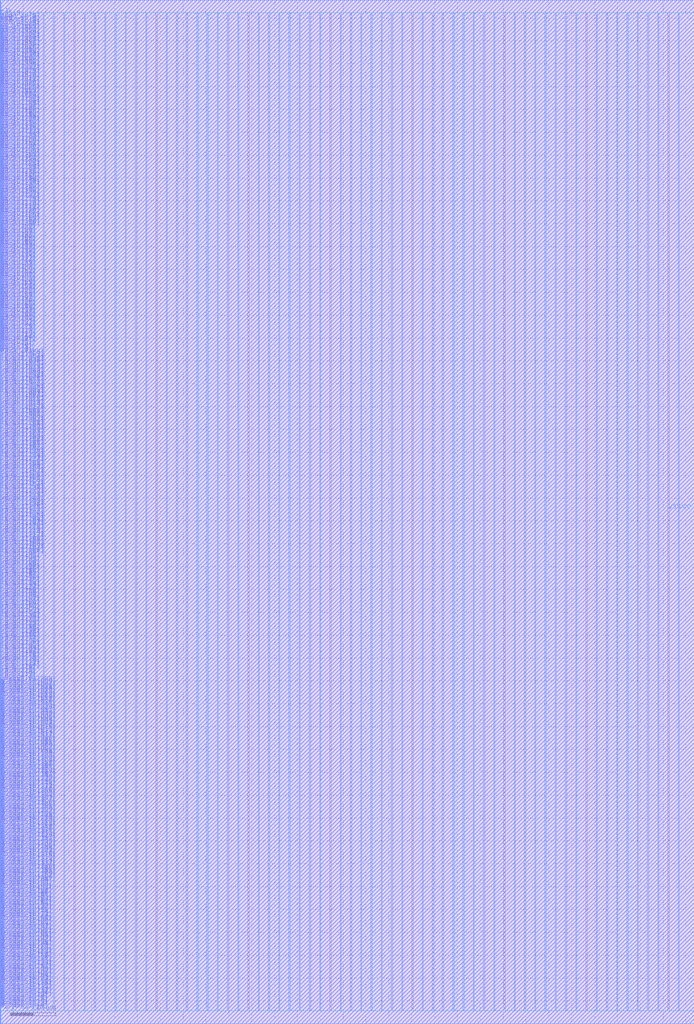
<source format=lef>
VERSION 5.7 ;
BUSBITCHARS "[]" ;
MACRO fakeram45_128x256_bottom
  FOREIGN fakeram45_128x256_bottom 0 0 ;
  SYMMETRY X Y R90 ;
  SIZE 151.810 BY 223.900 ;
  CLASS BLOCK ;
  PIN w_mask_in[0]
    DIRECTION INPUT ;
    USE SIGNAL ;
    SHAPE ABUTMENT ;
    PORT
      LAYER metal3 ;
      RECT 0.000 2.800 0.070 2.870 ;
    END
  END w_mask_in[0]
  PIN w_mask_in[1]
    DIRECTION INPUT ;
    USE SIGNAL ;
    SHAPE ABUTMENT ;
    PORT
      LAYER metal3 ;
      RECT 0.000 3.080 0.070 3.150 ;
    END
  END w_mask_in[1]
  PIN w_mask_in[2]
    DIRECTION INPUT ;
    USE SIGNAL ;
    SHAPE ABUTMENT ;
    PORT
      LAYER metal3 ;
      RECT 0.000 3.360 0.070 3.430 ;
    END
  END w_mask_in[2]
  PIN w_mask_in[3]
    DIRECTION INPUT ;
    USE SIGNAL ;
    SHAPE ABUTMENT ;
    PORT
      LAYER metal3 ;
      RECT 0.000 3.640 0.070 3.710 ;
    END
  END w_mask_in[3]
  PIN w_mask_in[4]
    DIRECTION INPUT ;
    USE SIGNAL ;
    SHAPE ABUTMENT ;
    PORT
      LAYER metal3 ;
      RECT 0.000 3.920 0.070 3.990 ;
    END
  END w_mask_in[4]
  PIN w_mask_in[5]
    DIRECTION INPUT ;
    USE SIGNAL ;
    SHAPE ABUTMENT ;
    PORT
      LAYER metal3 ;
      RECT 0.000 4.200 0.070 4.270 ;
    END
  END w_mask_in[5]
  PIN w_mask_in[6]
    DIRECTION INPUT ;
    USE SIGNAL ;
    SHAPE ABUTMENT ;
    PORT
      LAYER metal3 ;
      RECT 0.000 4.480 0.070 4.550 ;
    END
  END w_mask_in[6]
  PIN w_mask_in[7]
    DIRECTION INPUT ;
    USE SIGNAL ;
    SHAPE ABUTMENT ;
    PORT
      LAYER metal3 ;
      RECT 0.000 4.760 0.070 4.830 ;
    END
  END w_mask_in[7]
  PIN w_mask_in[8]
    DIRECTION INPUT ;
    USE SIGNAL ;
    SHAPE ABUTMENT ;
    PORT
      LAYER metal3 ;
      RECT 0.000 5.040 0.070 5.110 ;
    END
  END w_mask_in[8]
  PIN w_mask_in[9]
    DIRECTION INPUT ;
    USE SIGNAL ;
    SHAPE ABUTMENT ;
    PORT
      LAYER metal3 ;
      RECT 0.000 5.320 0.070 5.390 ;
    END
  END w_mask_in[9]
  PIN w_mask_in[10]
    DIRECTION INPUT ;
    USE SIGNAL ;
    SHAPE ABUTMENT ;
    PORT
      LAYER metal3 ;
      RECT 0.000 5.600 0.070 5.670 ;
    END
  END w_mask_in[10]
  PIN w_mask_in[11]
    DIRECTION INPUT ;
    USE SIGNAL ;
    SHAPE ABUTMENT ;
    PORT
      LAYER metal3 ;
      RECT 0.000 5.880 0.070 5.950 ;
    END
  END w_mask_in[11]
  PIN w_mask_in[12]
    DIRECTION INPUT ;
    USE SIGNAL ;
    SHAPE ABUTMENT ;
    PORT
      LAYER metal3 ;
      RECT 0.000 6.160 0.070 6.230 ;
    END
  END w_mask_in[12]
  PIN w_mask_in[13]
    DIRECTION INPUT ;
    USE SIGNAL ;
    SHAPE ABUTMENT ;
    PORT
      LAYER metal3 ;
      RECT 0.000 6.440 0.070 6.510 ;
    END
  END w_mask_in[13]
  PIN w_mask_in[14]
    DIRECTION INPUT ;
    USE SIGNAL ;
    SHAPE ABUTMENT ;
    PORT
      LAYER metal3 ;
      RECT 0.000 6.720 0.070 6.790 ;
    END
  END w_mask_in[14]
  PIN w_mask_in[15]
    DIRECTION INPUT ;
    USE SIGNAL ;
    SHAPE ABUTMENT ;
    PORT
      LAYER metal3 ;
      RECT 0.000 7.000 0.070 7.070 ;
    END
  END w_mask_in[15]
  PIN w_mask_in[16]
    DIRECTION INPUT ;
    USE SIGNAL ;
    SHAPE ABUTMENT ;
    PORT
      LAYER metal3 ;
      RECT 0.000 7.280 0.070 7.350 ;
    END
  END w_mask_in[16]
  PIN w_mask_in[17]
    DIRECTION INPUT ;
    USE SIGNAL ;
    SHAPE ABUTMENT ;
    PORT
      LAYER metal3 ;
      RECT 0.000 7.560 0.070 7.630 ;
    END
  END w_mask_in[17]
  PIN w_mask_in[18]
    DIRECTION INPUT ;
    USE SIGNAL ;
    SHAPE ABUTMENT ;
    PORT
      LAYER metal3 ;
      RECT 0.000 7.840 0.070 7.910 ;
    END
  END w_mask_in[18]
  PIN w_mask_in[19]
    DIRECTION INPUT ;
    USE SIGNAL ;
    SHAPE ABUTMENT ;
    PORT
      LAYER metal3 ;
      RECT 0.000 8.120 0.070 8.190 ;
    END
  END w_mask_in[19]
  PIN w_mask_in[20]
    DIRECTION INPUT ;
    USE SIGNAL ;
    SHAPE ABUTMENT ;
    PORT
      LAYER metal3 ;
      RECT 0.000 8.400 0.070 8.470 ;
    END
  END w_mask_in[20]
  PIN w_mask_in[21]
    DIRECTION INPUT ;
    USE SIGNAL ;
    SHAPE ABUTMENT ;
    PORT
      LAYER metal3 ;
      RECT 0.000 8.680 0.070 8.750 ;
    END
  END w_mask_in[21]
  PIN w_mask_in[22]
    DIRECTION INPUT ;
    USE SIGNAL ;
    SHAPE ABUTMENT ;
    PORT
      LAYER metal3 ;
      RECT 0.000 8.960 0.070 9.030 ;
    END
  END w_mask_in[22]
  PIN w_mask_in[23]
    DIRECTION INPUT ;
    USE SIGNAL ;
    SHAPE ABUTMENT ;
    PORT
      LAYER metal3 ;
      RECT 0.000 9.240 0.070 9.310 ;
    END
  END w_mask_in[23]
  PIN w_mask_in[24]
    DIRECTION INPUT ;
    USE SIGNAL ;
    SHAPE ABUTMENT ;
    PORT
      LAYER metal3 ;
      RECT 0.000 9.520 0.070 9.590 ;
    END
  END w_mask_in[24]
  PIN w_mask_in[25]
    DIRECTION INPUT ;
    USE SIGNAL ;
    SHAPE ABUTMENT ;
    PORT
      LAYER metal3 ;
      RECT 0.000 9.800 0.070 9.870 ;
    END
  END w_mask_in[25]
  PIN w_mask_in[26]
    DIRECTION INPUT ;
    USE SIGNAL ;
    SHAPE ABUTMENT ;
    PORT
      LAYER metal3 ;
      RECT 0.000 10.080 0.070 10.150 ;
    END
  END w_mask_in[26]
  PIN w_mask_in[27]
    DIRECTION INPUT ;
    USE SIGNAL ;
    SHAPE ABUTMENT ;
    PORT
      LAYER metal3 ;
      RECT 0.000 10.360 0.070 10.430 ;
    END
  END w_mask_in[27]
  PIN w_mask_in[28]
    DIRECTION INPUT ;
    USE SIGNAL ;
    SHAPE ABUTMENT ;
    PORT
      LAYER metal3 ;
      RECT 0.000 10.640 0.070 10.710 ;
    END
  END w_mask_in[28]
  PIN w_mask_in[29]
    DIRECTION INPUT ;
    USE SIGNAL ;
    SHAPE ABUTMENT ;
    PORT
      LAYER metal3 ;
      RECT 0.000 10.920 0.070 10.990 ;
    END
  END w_mask_in[29]
  PIN w_mask_in[30]
    DIRECTION INPUT ;
    USE SIGNAL ;
    SHAPE ABUTMENT ;
    PORT
      LAYER metal3 ;
      RECT 0.000 11.200 0.070 11.270 ;
    END
  END w_mask_in[30]
  PIN w_mask_in[31]
    DIRECTION INPUT ;
    USE SIGNAL ;
    SHAPE ABUTMENT ;
    PORT
      LAYER metal3 ;
      RECT 0.000 11.480 0.070 11.550 ;
    END
  END w_mask_in[31]
  PIN w_mask_in[32]
    DIRECTION INPUT ;
    USE SIGNAL ;
    SHAPE ABUTMENT ;
    PORT
      LAYER metal3 ;
      RECT 0.000 11.760 0.070 11.830 ;
    END
  END w_mask_in[32]
  PIN w_mask_in[33]
    DIRECTION INPUT ;
    USE SIGNAL ;
    SHAPE ABUTMENT ;
    PORT
      LAYER metal3 ;
      RECT 0.000 12.040 0.070 12.110 ;
    END
  END w_mask_in[33]
  PIN w_mask_in[34]
    DIRECTION INPUT ;
    USE SIGNAL ;
    SHAPE ABUTMENT ;
    PORT
      LAYER metal3 ;
      RECT 0.000 12.320 0.070 12.390 ;
    END
  END w_mask_in[34]
  PIN w_mask_in[35]
    DIRECTION INPUT ;
    USE SIGNAL ;
    SHAPE ABUTMENT ;
    PORT
      LAYER metal3 ;
      RECT 0.000 12.600 0.070 12.670 ;
    END
  END w_mask_in[35]
  PIN w_mask_in[36]
    DIRECTION INPUT ;
    USE SIGNAL ;
    SHAPE ABUTMENT ;
    PORT
      LAYER metal3 ;
      RECT 0.000 12.880 0.070 12.950 ;
    END
  END w_mask_in[36]
  PIN w_mask_in[37]
    DIRECTION INPUT ;
    USE SIGNAL ;
    SHAPE ABUTMENT ;
    PORT
      LAYER metal3 ;
      RECT 0.000 13.160 0.070 13.230 ;
    END
  END w_mask_in[37]
  PIN w_mask_in[38]
    DIRECTION INPUT ;
    USE SIGNAL ;
    SHAPE ABUTMENT ;
    PORT
      LAYER metal3 ;
      RECT 0.000 13.440 0.070 13.510 ;
    END
  END w_mask_in[38]
  PIN w_mask_in[39]
    DIRECTION INPUT ;
    USE SIGNAL ;
    SHAPE ABUTMENT ;
    PORT
      LAYER metal3 ;
      RECT 0.000 13.720 0.070 13.790 ;
    END
  END w_mask_in[39]
  PIN w_mask_in[40]
    DIRECTION INPUT ;
    USE SIGNAL ;
    SHAPE ABUTMENT ;
    PORT
      LAYER metal3 ;
      RECT 0.000 14.000 0.070 14.070 ;
    END
  END w_mask_in[40]
  PIN w_mask_in[41]
    DIRECTION INPUT ;
    USE SIGNAL ;
    SHAPE ABUTMENT ;
    PORT
      LAYER metal3 ;
      RECT 0.000 14.280 0.070 14.350 ;
    END
  END w_mask_in[41]
  PIN w_mask_in[42]
    DIRECTION INPUT ;
    USE SIGNAL ;
    SHAPE ABUTMENT ;
    PORT
      LAYER metal3 ;
      RECT 0.000 14.560 0.070 14.630 ;
    END
  END w_mask_in[42]
  PIN w_mask_in[43]
    DIRECTION INPUT ;
    USE SIGNAL ;
    SHAPE ABUTMENT ;
    PORT
      LAYER metal3 ;
      RECT 0.000 14.840 0.070 14.910 ;
    END
  END w_mask_in[43]
  PIN w_mask_in[44]
    DIRECTION INPUT ;
    USE SIGNAL ;
    SHAPE ABUTMENT ;
    PORT
      LAYER metal3 ;
      RECT 0.000 15.120 0.070 15.190 ;
    END
  END w_mask_in[44]
  PIN w_mask_in[45]
    DIRECTION INPUT ;
    USE SIGNAL ;
    SHAPE ABUTMENT ;
    PORT
      LAYER metal3 ;
      RECT 0.000 15.400 0.070 15.470 ;
    END
  END w_mask_in[45]
  PIN w_mask_in[46]
    DIRECTION INPUT ;
    USE SIGNAL ;
    SHAPE ABUTMENT ;
    PORT
      LAYER metal3 ;
      RECT 0.000 15.680 0.070 15.750 ;
    END
  END w_mask_in[46]
  PIN w_mask_in[47]
    DIRECTION INPUT ;
    USE SIGNAL ;
    SHAPE ABUTMENT ;
    PORT
      LAYER metal3 ;
      RECT 0.000 15.960 0.070 16.030 ;
    END
  END w_mask_in[47]
  PIN w_mask_in[48]
    DIRECTION INPUT ;
    USE SIGNAL ;
    SHAPE ABUTMENT ;
    PORT
      LAYER metal3 ;
      RECT 0.000 16.240 0.070 16.310 ;
    END
  END w_mask_in[48]
  PIN w_mask_in[49]
    DIRECTION INPUT ;
    USE SIGNAL ;
    SHAPE ABUTMENT ;
    PORT
      LAYER metal3 ;
      RECT 0.000 16.520 0.070 16.590 ;
    END
  END w_mask_in[49]
  PIN w_mask_in[50]
    DIRECTION INPUT ;
    USE SIGNAL ;
    SHAPE ABUTMENT ;
    PORT
      LAYER metal3 ;
      RECT 0.000 16.800 0.070 16.870 ;
    END
  END w_mask_in[50]
  PIN w_mask_in[51]
    DIRECTION INPUT ;
    USE SIGNAL ;
    SHAPE ABUTMENT ;
    PORT
      LAYER metal3 ;
      RECT 0.000 17.080 0.070 17.150 ;
    END
  END w_mask_in[51]
  PIN w_mask_in[52]
    DIRECTION INPUT ;
    USE SIGNAL ;
    SHAPE ABUTMENT ;
    PORT
      LAYER metal3 ;
      RECT 0.000 17.360 0.070 17.430 ;
    END
  END w_mask_in[52]
  PIN w_mask_in[53]
    DIRECTION INPUT ;
    USE SIGNAL ;
    SHAPE ABUTMENT ;
    PORT
      LAYER metal3 ;
      RECT 0.000 17.640 0.070 17.710 ;
    END
  END w_mask_in[53]
  PIN w_mask_in[54]
    DIRECTION INPUT ;
    USE SIGNAL ;
    SHAPE ABUTMENT ;
    PORT
      LAYER metal3 ;
      RECT 0.000 17.920 0.070 17.990 ;
    END
  END w_mask_in[54]
  PIN w_mask_in[55]
    DIRECTION INPUT ;
    USE SIGNAL ;
    SHAPE ABUTMENT ;
    PORT
      LAYER metal3 ;
      RECT 0.000 18.200 0.070 18.270 ;
    END
  END w_mask_in[55]
  PIN w_mask_in[56]
    DIRECTION INPUT ;
    USE SIGNAL ;
    SHAPE ABUTMENT ;
    PORT
      LAYER metal3 ;
      RECT 0.000 18.480 0.070 18.550 ;
    END
  END w_mask_in[56]
  PIN w_mask_in[57]
    DIRECTION INPUT ;
    USE SIGNAL ;
    SHAPE ABUTMENT ;
    PORT
      LAYER metal3 ;
      RECT 0.000 18.760 0.070 18.830 ;
    END
  END w_mask_in[57]
  PIN w_mask_in[58]
    DIRECTION INPUT ;
    USE SIGNAL ;
    SHAPE ABUTMENT ;
    PORT
      LAYER metal3 ;
      RECT 0.000 19.040 0.070 19.110 ;
    END
  END w_mask_in[58]
  PIN w_mask_in[59]
    DIRECTION INPUT ;
    USE SIGNAL ;
    SHAPE ABUTMENT ;
    PORT
      LAYER metal3 ;
      RECT 0.000 19.320 0.070 19.390 ;
    END
  END w_mask_in[59]
  PIN w_mask_in[60]
    DIRECTION INPUT ;
    USE SIGNAL ;
    SHAPE ABUTMENT ;
    PORT
      LAYER metal3 ;
      RECT 0.000 19.600 0.070 19.670 ;
    END
  END w_mask_in[60]
  PIN w_mask_in[61]
    DIRECTION INPUT ;
    USE SIGNAL ;
    SHAPE ABUTMENT ;
    PORT
      LAYER metal3 ;
      RECT 0.000 19.880 0.070 19.950 ;
    END
  END w_mask_in[61]
  PIN w_mask_in[62]
    DIRECTION INPUT ;
    USE SIGNAL ;
    SHAPE ABUTMENT ;
    PORT
      LAYER metal3 ;
      RECT 0.000 20.160 0.070 20.230 ;
    END
  END w_mask_in[62]
  PIN w_mask_in[63]
    DIRECTION INPUT ;
    USE SIGNAL ;
    SHAPE ABUTMENT ;
    PORT
      LAYER metal3 ;
      RECT 0.000 20.440 0.070 20.510 ;
    END
  END w_mask_in[63]
  PIN w_mask_in[64]
    DIRECTION INPUT ;
    USE SIGNAL ;
    SHAPE ABUTMENT ;
    PORT
      LAYER metal3 ;
      RECT 0.000 20.720 0.070 20.790 ;
    END
  END w_mask_in[64]
  PIN w_mask_in[65]
    DIRECTION INPUT ;
    USE SIGNAL ;
    SHAPE ABUTMENT ;
    PORT
      LAYER metal3 ;
      RECT 0.000 21.000 0.070 21.070 ;
    END
  END w_mask_in[65]
  PIN w_mask_in[66]
    DIRECTION INPUT ;
    USE SIGNAL ;
    SHAPE ABUTMENT ;
    PORT
      LAYER metal3 ;
      RECT 0.000 21.280 0.070 21.350 ;
    END
  END w_mask_in[66]
  PIN w_mask_in[67]
    DIRECTION INPUT ;
    USE SIGNAL ;
    SHAPE ABUTMENT ;
    PORT
      LAYER metal3 ;
      RECT 0.000 21.560 0.070 21.630 ;
    END
  END w_mask_in[67]
  PIN w_mask_in[68]
    DIRECTION INPUT ;
    USE SIGNAL ;
    SHAPE ABUTMENT ;
    PORT
      LAYER metal3 ;
      RECT 0.000 21.840 0.070 21.910 ;
    END
  END w_mask_in[68]
  PIN w_mask_in[69]
    DIRECTION INPUT ;
    USE SIGNAL ;
    SHAPE ABUTMENT ;
    PORT
      LAYER metal3 ;
      RECT 0.000 22.120 0.070 22.190 ;
    END
  END w_mask_in[69]
  PIN w_mask_in[70]
    DIRECTION INPUT ;
    USE SIGNAL ;
    SHAPE ABUTMENT ;
    PORT
      LAYER metal3 ;
      RECT 0.000 22.400 0.070 22.470 ;
    END
  END w_mask_in[70]
  PIN w_mask_in[71]
    DIRECTION INPUT ;
    USE SIGNAL ;
    SHAPE ABUTMENT ;
    PORT
      LAYER metal3 ;
      RECT 0.000 22.680 0.070 22.750 ;
    END
  END w_mask_in[71]
  PIN w_mask_in[72]
    DIRECTION INPUT ;
    USE SIGNAL ;
    SHAPE ABUTMENT ;
    PORT
      LAYER metal3 ;
      RECT 0.000 22.960 0.070 23.030 ;
    END
  END w_mask_in[72]
  PIN w_mask_in[73]
    DIRECTION INPUT ;
    USE SIGNAL ;
    SHAPE ABUTMENT ;
    PORT
      LAYER metal3 ;
      RECT 0.000 23.240 0.070 23.310 ;
    END
  END w_mask_in[73]
  PIN w_mask_in[74]
    DIRECTION INPUT ;
    USE SIGNAL ;
    SHAPE ABUTMENT ;
    PORT
      LAYER metal3 ;
      RECT 0.000 23.520 0.070 23.590 ;
    END
  END w_mask_in[74]
  PIN w_mask_in[75]
    DIRECTION INPUT ;
    USE SIGNAL ;
    SHAPE ABUTMENT ;
    PORT
      LAYER metal3 ;
      RECT 0.000 23.800 0.070 23.870 ;
    END
  END w_mask_in[75]
  PIN w_mask_in[76]
    DIRECTION INPUT ;
    USE SIGNAL ;
    SHAPE ABUTMENT ;
    PORT
      LAYER metal3 ;
      RECT 0.000 24.080 0.070 24.150 ;
    END
  END w_mask_in[76]
  PIN w_mask_in[77]
    DIRECTION INPUT ;
    USE SIGNAL ;
    SHAPE ABUTMENT ;
    PORT
      LAYER metal3 ;
      RECT 0.000 24.360 0.070 24.430 ;
    END
  END w_mask_in[77]
  PIN w_mask_in[78]
    DIRECTION INPUT ;
    USE SIGNAL ;
    SHAPE ABUTMENT ;
    PORT
      LAYER metal3 ;
      RECT 0.000 24.640 0.070 24.710 ;
    END
  END w_mask_in[78]
  PIN w_mask_in[79]
    DIRECTION INPUT ;
    USE SIGNAL ;
    SHAPE ABUTMENT ;
    PORT
      LAYER metal3 ;
      RECT 0.000 24.920 0.070 24.990 ;
    END
  END w_mask_in[79]
  PIN w_mask_in[80]
    DIRECTION INPUT ;
    USE SIGNAL ;
    SHAPE ABUTMENT ;
    PORT
      LAYER metal3 ;
      RECT 0.000 25.200 0.070 25.270 ;
    END
  END w_mask_in[80]
  PIN w_mask_in[81]
    DIRECTION INPUT ;
    USE SIGNAL ;
    SHAPE ABUTMENT ;
    PORT
      LAYER metal3 ;
      RECT 0.000 25.480 0.070 25.550 ;
    END
  END w_mask_in[81]
  PIN w_mask_in[82]
    DIRECTION INPUT ;
    USE SIGNAL ;
    SHAPE ABUTMENT ;
    PORT
      LAYER metal3 ;
      RECT 0.000 25.760 0.070 25.830 ;
    END
  END w_mask_in[82]
  PIN w_mask_in[83]
    DIRECTION INPUT ;
    USE SIGNAL ;
    SHAPE ABUTMENT ;
    PORT
      LAYER metal3 ;
      RECT 0.000 26.040 0.070 26.110 ;
    END
  END w_mask_in[83]
  PIN w_mask_in[84]
    DIRECTION INPUT ;
    USE SIGNAL ;
    SHAPE ABUTMENT ;
    PORT
      LAYER metal3 ;
      RECT 0.000 26.320 0.070 26.390 ;
    END
  END w_mask_in[84]
  PIN w_mask_in[85]
    DIRECTION INPUT ;
    USE SIGNAL ;
    SHAPE ABUTMENT ;
    PORT
      LAYER metal3 ;
      RECT 0.000 26.600 0.070 26.670 ;
    END
  END w_mask_in[85]
  PIN w_mask_in[86]
    DIRECTION INPUT ;
    USE SIGNAL ;
    SHAPE ABUTMENT ;
    PORT
      LAYER metal3 ;
      RECT 0.000 26.880 0.070 26.950 ;
    END
  END w_mask_in[86]
  PIN w_mask_in[87]
    DIRECTION INPUT ;
    USE SIGNAL ;
    SHAPE ABUTMENT ;
    PORT
      LAYER metal3 ;
      RECT 0.000 27.160 0.070 27.230 ;
    END
  END w_mask_in[87]
  PIN w_mask_in[88]
    DIRECTION INPUT ;
    USE SIGNAL ;
    SHAPE ABUTMENT ;
    PORT
      LAYER metal3 ;
      RECT 0.000 27.440 0.070 27.510 ;
    END
  END w_mask_in[88]
  PIN w_mask_in[89]
    DIRECTION INPUT ;
    USE SIGNAL ;
    SHAPE ABUTMENT ;
    PORT
      LAYER metal3 ;
      RECT 0.000 27.720 0.070 27.790 ;
    END
  END w_mask_in[89]
  PIN w_mask_in[90]
    DIRECTION INPUT ;
    USE SIGNAL ;
    SHAPE ABUTMENT ;
    PORT
      LAYER metal3 ;
      RECT 0.000 28.000 0.070 28.070 ;
    END
  END w_mask_in[90]
  PIN w_mask_in[91]
    DIRECTION INPUT ;
    USE SIGNAL ;
    SHAPE ABUTMENT ;
    PORT
      LAYER metal3 ;
      RECT 0.000 28.280 0.070 28.350 ;
    END
  END w_mask_in[91]
  PIN w_mask_in[92]
    DIRECTION INPUT ;
    USE SIGNAL ;
    SHAPE ABUTMENT ;
    PORT
      LAYER metal3 ;
      RECT 0.000 28.560 0.070 28.630 ;
    END
  END w_mask_in[92]
  PIN w_mask_in[93]
    DIRECTION INPUT ;
    USE SIGNAL ;
    SHAPE ABUTMENT ;
    PORT
      LAYER metal3 ;
      RECT 0.000 28.840 0.070 28.910 ;
    END
  END w_mask_in[93]
  PIN w_mask_in[94]
    DIRECTION INPUT ;
    USE SIGNAL ;
    SHAPE ABUTMENT ;
    PORT
      LAYER metal3 ;
      RECT 0.000 29.120 0.070 29.190 ;
    END
  END w_mask_in[94]
  PIN w_mask_in[95]
    DIRECTION INPUT ;
    USE SIGNAL ;
    SHAPE ABUTMENT ;
    PORT
      LAYER metal3 ;
      RECT 0.000 29.400 0.070 29.470 ;
    END
  END w_mask_in[95]
  PIN w_mask_in[96]
    DIRECTION INPUT ;
    USE SIGNAL ;
    SHAPE ABUTMENT ;
    PORT
      LAYER metal3 ;
      RECT 0.000 29.680 0.070 29.750 ;
    END
  END w_mask_in[96]
  PIN w_mask_in[97]
    DIRECTION INPUT ;
    USE SIGNAL ;
    SHAPE ABUTMENT ;
    PORT
      LAYER metal3 ;
      RECT 0.000 29.960 0.070 30.030 ;
    END
  END w_mask_in[97]
  PIN w_mask_in[98]
    DIRECTION INPUT ;
    USE SIGNAL ;
    SHAPE ABUTMENT ;
    PORT
      LAYER metal3 ;
      RECT 0.000 30.240 0.070 30.310 ;
    END
  END w_mask_in[98]
  PIN w_mask_in[99]
    DIRECTION INPUT ;
    USE SIGNAL ;
    SHAPE ABUTMENT ;
    PORT
      LAYER metal3 ;
      RECT 0.000 30.520 0.070 30.590 ;
    END
  END w_mask_in[99]
  PIN w_mask_in[100]
    DIRECTION INPUT ;
    USE SIGNAL ;
    SHAPE ABUTMENT ;
    PORT
      LAYER metal3 ;
      RECT 0.000 30.800 0.070 30.870 ;
    END
  END w_mask_in[100]
  PIN w_mask_in[101]
    DIRECTION INPUT ;
    USE SIGNAL ;
    SHAPE ABUTMENT ;
    PORT
      LAYER metal3 ;
      RECT 0.000 31.080 0.070 31.150 ;
    END
  END w_mask_in[101]
  PIN w_mask_in[102]
    DIRECTION INPUT ;
    USE SIGNAL ;
    SHAPE ABUTMENT ;
    PORT
      LAYER metal3 ;
      RECT 0.000 31.360 0.070 31.430 ;
    END
  END w_mask_in[102]
  PIN w_mask_in[103]
    DIRECTION INPUT ;
    USE SIGNAL ;
    SHAPE ABUTMENT ;
    PORT
      LAYER metal3 ;
      RECT 0.000 31.640 0.070 31.710 ;
    END
  END w_mask_in[103]
  PIN w_mask_in[104]
    DIRECTION INPUT ;
    USE SIGNAL ;
    SHAPE ABUTMENT ;
    PORT
      LAYER metal3 ;
      RECT 0.000 31.920 0.070 31.990 ;
    END
  END w_mask_in[104]
  PIN w_mask_in[105]
    DIRECTION INPUT ;
    USE SIGNAL ;
    SHAPE ABUTMENT ;
    PORT
      LAYER metal3 ;
      RECT 0.000 32.200 0.070 32.270 ;
    END
  END w_mask_in[105]
  PIN w_mask_in[106]
    DIRECTION INPUT ;
    USE SIGNAL ;
    SHAPE ABUTMENT ;
    PORT
      LAYER metal3 ;
      RECT 0.000 32.480 0.070 32.550 ;
    END
  END w_mask_in[106]
  PIN w_mask_in[107]
    DIRECTION INPUT ;
    USE SIGNAL ;
    SHAPE ABUTMENT ;
    PORT
      LAYER metal3 ;
      RECT 0.000 32.760 0.070 32.830 ;
    END
  END w_mask_in[107]
  PIN w_mask_in[108]
    DIRECTION INPUT ;
    USE SIGNAL ;
    SHAPE ABUTMENT ;
    PORT
      LAYER metal3 ;
      RECT 0.000 33.040 0.070 33.110 ;
    END
  END w_mask_in[108]
  PIN w_mask_in[109]
    DIRECTION INPUT ;
    USE SIGNAL ;
    SHAPE ABUTMENT ;
    PORT
      LAYER metal3 ;
      RECT 0.000 33.320 0.070 33.390 ;
    END
  END w_mask_in[109]
  PIN w_mask_in[110]
    DIRECTION INPUT ;
    USE SIGNAL ;
    SHAPE ABUTMENT ;
    PORT
      LAYER metal3 ;
      RECT 0.000 33.600 0.070 33.670 ;
    END
  END w_mask_in[110]
  PIN w_mask_in[111]
    DIRECTION INPUT ;
    USE SIGNAL ;
    SHAPE ABUTMENT ;
    PORT
      LAYER metal3 ;
      RECT 0.000 33.880 0.070 33.950 ;
    END
  END w_mask_in[111]
  PIN w_mask_in[112]
    DIRECTION INPUT ;
    USE SIGNAL ;
    SHAPE ABUTMENT ;
    PORT
      LAYER metal3 ;
      RECT 0.000 34.160 0.070 34.230 ;
    END
  END w_mask_in[112]
  PIN w_mask_in[113]
    DIRECTION INPUT ;
    USE SIGNAL ;
    SHAPE ABUTMENT ;
    PORT
      LAYER metal3 ;
      RECT 0.000 34.440 0.070 34.510 ;
    END
  END w_mask_in[113]
  PIN w_mask_in[114]
    DIRECTION INPUT ;
    USE SIGNAL ;
    SHAPE ABUTMENT ;
    PORT
      LAYER metal3 ;
      RECT 0.000 34.720 0.070 34.790 ;
    END
  END w_mask_in[114]
  PIN w_mask_in[115]
    DIRECTION INPUT ;
    USE SIGNAL ;
    SHAPE ABUTMENT ;
    PORT
      LAYER metal3 ;
      RECT 0.000 35.000 0.070 35.070 ;
    END
  END w_mask_in[115]
  PIN w_mask_in[116]
    DIRECTION INPUT ;
    USE SIGNAL ;
    SHAPE ABUTMENT ;
    PORT
      LAYER metal3 ;
      RECT 0.000 35.280 0.070 35.350 ;
    END
  END w_mask_in[116]
  PIN w_mask_in[117]
    DIRECTION INPUT ;
    USE SIGNAL ;
    SHAPE ABUTMENT ;
    PORT
      LAYER metal3 ;
      RECT 0.000 35.560 0.070 35.630 ;
    END
  END w_mask_in[117]
  PIN w_mask_in[118]
    DIRECTION INPUT ;
    USE SIGNAL ;
    SHAPE ABUTMENT ;
    PORT
      LAYER metal3 ;
      RECT 0.000 35.840 0.070 35.910 ;
    END
  END w_mask_in[118]
  PIN w_mask_in[119]
    DIRECTION INPUT ;
    USE SIGNAL ;
    SHAPE ABUTMENT ;
    PORT
      LAYER metal3 ;
      RECT 0.000 36.120 0.070 36.190 ;
    END
  END w_mask_in[119]
  PIN w_mask_in[120]
    DIRECTION INPUT ;
    USE SIGNAL ;
    SHAPE ABUTMENT ;
    PORT
      LAYER metal3 ;
      RECT 0.000 36.400 0.070 36.470 ;
    END
  END w_mask_in[120]
  PIN w_mask_in[121]
    DIRECTION INPUT ;
    USE SIGNAL ;
    SHAPE ABUTMENT ;
    PORT
      LAYER metal3 ;
      RECT 0.000 36.680 0.070 36.750 ;
    END
  END w_mask_in[121]
  PIN w_mask_in[122]
    DIRECTION INPUT ;
    USE SIGNAL ;
    SHAPE ABUTMENT ;
    PORT
      LAYER metal3 ;
      RECT 0.000 36.960 0.070 37.030 ;
    END
  END w_mask_in[122]
  PIN w_mask_in[123]
    DIRECTION INPUT ;
    USE SIGNAL ;
    SHAPE ABUTMENT ;
    PORT
      LAYER metal3 ;
      RECT 0.000 37.240 0.070 37.310 ;
    END
  END w_mask_in[123]
  PIN w_mask_in[124]
    DIRECTION INPUT ;
    USE SIGNAL ;
    SHAPE ABUTMENT ;
    PORT
      LAYER metal3 ;
      RECT 0.000 37.520 0.070 37.590 ;
    END
  END w_mask_in[124]
  PIN w_mask_in[125]
    DIRECTION INPUT ;
    USE SIGNAL ;
    SHAPE ABUTMENT ;
    PORT
      LAYER metal3 ;
      RECT 0.000 37.800 0.070 37.870 ;
    END
  END w_mask_in[125]
  PIN w_mask_in[126]
    DIRECTION INPUT ;
    USE SIGNAL ;
    SHAPE ABUTMENT ;
    PORT
      LAYER metal3 ;
      RECT 0.000 38.080 0.070 38.150 ;
    END
  END w_mask_in[126]
  PIN w_mask_in[127]
    DIRECTION INPUT ;
    USE SIGNAL ;
    SHAPE ABUTMENT ;
    PORT
      LAYER metal3 ;
      RECT 0.000 38.360 0.070 38.430 ;
    END
  END w_mask_in[127]
  PIN w_mask_in[128]
    DIRECTION INPUT ;
    USE SIGNAL ;
    SHAPE ABUTMENT ;
    PORT
      LAYER metal3 ;
      RECT 0.000 38.640 0.070 38.710 ;
    END
  END w_mask_in[128]
  PIN w_mask_in[129]
    DIRECTION INPUT ;
    USE SIGNAL ;
    SHAPE ABUTMENT ;
    PORT
      LAYER metal3 ;
      RECT 0.000 38.920 0.070 38.990 ;
    END
  END w_mask_in[129]
  PIN w_mask_in[130]
    DIRECTION INPUT ;
    USE SIGNAL ;
    SHAPE ABUTMENT ;
    PORT
      LAYER metal3 ;
      RECT 0.000 39.200 0.070 39.270 ;
    END
  END w_mask_in[130]
  PIN w_mask_in[131]
    DIRECTION INPUT ;
    USE SIGNAL ;
    SHAPE ABUTMENT ;
    PORT
      LAYER metal3 ;
      RECT 0.000 39.480 0.070 39.550 ;
    END
  END w_mask_in[131]
  PIN w_mask_in[132]
    DIRECTION INPUT ;
    USE SIGNAL ;
    SHAPE ABUTMENT ;
    PORT
      LAYER metal3 ;
      RECT 0.000 39.760 0.070 39.830 ;
    END
  END w_mask_in[132]
  PIN w_mask_in[133]
    DIRECTION INPUT ;
    USE SIGNAL ;
    SHAPE ABUTMENT ;
    PORT
      LAYER metal3 ;
      RECT 0.000 40.040 0.070 40.110 ;
    END
  END w_mask_in[133]
  PIN w_mask_in[134]
    DIRECTION INPUT ;
    USE SIGNAL ;
    SHAPE ABUTMENT ;
    PORT
      LAYER metal3 ;
      RECT 0.000 40.320 0.070 40.390 ;
    END
  END w_mask_in[134]
  PIN w_mask_in[135]
    DIRECTION INPUT ;
    USE SIGNAL ;
    SHAPE ABUTMENT ;
    PORT
      LAYER metal3 ;
      RECT 0.000 40.600 0.070 40.670 ;
    END
  END w_mask_in[135]
  PIN w_mask_in[136]
    DIRECTION INPUT ;
    USE SIGNAL ;
    SHAPE ABUTMENT ;
    PORT
      LAYER metal3 ;
      RECT 0.000 40.880 0.070 40.950 ;
    END
  END w_mask_in[136]
  PIN w_mask_in[137]
    DIRECTION INPUT ;
    USE SIGNAL ;
    SHAPE ABUTMENT ;
    PORT
      LAYER metal3 ;
      RECT 0.000 41.160 0.070 41.230 ;
    END
  END w_mask_in[137]
  PIN w_mask_in[138]
    DIRECTION INPUT ;
    USE SIGNAL ;
    SHAPE ABUTMENT ;
    PORT
      LAYER metal3 ;
      RECT 0.000 41.440 0.070 41.510 ;
    END
  END w_mask_in[138]
  PIN w_mask_in[139]
    DIRECTION INPUT ;
    USE SIGNAL ;
    SHAPE ABUTMENT ;
    PORT
      LAYER metal3 ;
      RECT 0.000 41.720 0.070 41.790 ;
    END
  END w_mask_in[139]
  PIN w_mask_in[140]
    DIRECTION INPUT ;
    USE SIGNAL ;
    SHAPE ABUTMENT ;
    PORT
      LAYER metal3 ;
      RECT 0.000 42.000 0.070 42.070 ;
    END
  END w_mask_in[140]
  PIN w_mask_in[141]
    DIRECTION INPUT ;
    USE SIGNAL ;
    SHAPE ABUTMENT ;
    PORT
      LAYER metal3 ;
      RECT 0.000 42.280 0.070 42.350 ;
    END
  END w_mask_in[141]
  PIN w_mask_in[142]
    DIRECTION INPUT ;
    USE SIGNAL ;
    SHAPE ABUTMENT ;
    PORT
      LAYER metal3 ;
      RECT 0.000 42.560 0.070 42.630 ;
    END
  END w_mask_in[142]
  PIN w_mask_in[143]
    DIRECTION INPUT ;
    USE SIGNAL ;
    SHAPE ABUTMENT ;
    PORT
      LAYER metal3 ;
      RECT 0.000 42.840 0.070 42.910 ;
    END
  END w_mask_in[143]
  PIN w_mask_in[144]
    DIRECTION INPUT ;
    USE SIGNAL ;
    SHAPE ABUTMENT ;
    PORT
      LAYER metal3 ;
      RECT 0.000 43.120 0.070 43.190 ;
    END
  END w_mask_in[144]
  PIN w_mask_in[145]
    DIRECTION INPUT ;
    USE SIGNAL ;
    SHAPE ABUTMENT ;
    PORT
      LAYER metal3 ;
      RECT 0.000 43.400 0.070 43.470 ;
    END
  END w_mask_in[145]
  PIN w_mask_in[146]
    DIRECTION INPUT ;
    USE SIGNAL ;
    SHAPE ABUTMENT ;
    PORT
      LAYER metal3 ;
      RECT 0.000 43.680 0.070 43.750 ;
    END
  END w_mask_in[146]
  PIN w_mask_in[147]
    DIRECTION INPUT ;
    USE SIGNAL ;
    SHAPE ABUTMENT ;
    PORT
      LAYER metal3 ;
      RECT 0.000 43.960 0.070 44.030 ;
    END
  END w_mask_in[147]
  PIN w_mask_in[148]
    DIRECTION INPUT ;
    USE SIGNAL ;
    SHAPE ABUTMENT ;
    PORT
      LAYER metal3 ;
      RECT 0.000 44.240 0.070 44.310 ;
    END
  END w_mask_in[148]
  PIN w_mask_in[149]
    DIRECTION INPUT ;
    USE SIGNAL ;
    SHAPE ABUTMENT ;
    PORT
      LAYER metal3 ;
      RECT 0.000 44.520 0.070 44.590 ;
    END
  END w_mask_in[149]
  PIN w_mask_in[150]
    DIRECTION INPUT ;
    USE SIGNAL ;
    SHAPE ABUTMENT ;
    PORT
      LAYER metal3 ;
      RECT 0.000 44.800 0.070 44.870 ;
    END
  END w_mask_in[150]
  PIN w_mask_in[151]
    DIRECTION INPUT ;
    USE SIGNAL ;
    SHAPE ABUTMENT ;
    PORT
      LAYER metal3 ;
      RECT 0.000 45.080 0.070 45.150 ;
    END
  END w_mask_in[151]
  PIN w_mask_in[152]
    DIRECTION INPUT ;
    USE SIGNAL ;
    SHAPE ABUTMENT ;
    PORT
      LAYER metal3 ;
      RECT 0.000 45.360 0.070 45.430 ;
    END
  END w_mask_in[152]
  PIN w_mask_in[153]
    DIRECTION INPUT ;
    USE SIGNAL ;
    SHAPE ABUTMENT ;
    PORT
      LAYER metal3 ;
      RECT 0.000 45.640 0.070 45.710 ;
    END
  END w_mask_in[153]
  PIN w_mask_in[154]
    DIRECTION INPUT ;
    USE SIGNAL ;
    SHAPE ABUTMENT ;
    PORT
      LAYER metal3 ;
      RECT 0.000 45.920 0.070 45.990 ;
    END
  END w_mask_in[154]
  PIN w_mask_in[155]
    DIRECTION INPUT ;
    USE SIGNAL ;
    SHAPE ABUTMENT ;
    PORT
      LAYER metal3 ;
      RECT 0.000 46.200 0.070 46.270 ;
    END
  END w_mask_in[155]
  PIN w_mask_in[156]
    DIRECTION INPUT ;
    USE SIGNAL ;
    SHAPE ABUTMENT ;
    PORT
      LAYER metal3 ;
      RECT 0.000 46.480 0.070 46.550 ;
    END
  END w_mask_in[156]
  PIN w_mask_in[157]
    DIRECTION INPUT ;
    USE SIGNAL ;
    SHAPE ABUTMENT ;
    PORT
      LAYER metal3 ;
      RECT 0.000 46.760 0.070 46.830 ;
    END
  END w_mask_in[157]
  PIN w_mask_in[158]
    DIRECTION INPUT ;
    USE SIGNAL ;
    SHAPE ABUTMENT ;
    PORT
      LAYER metal3 ;
      RECT 0.000 47.040 0.070 47.110 ;
    END
  END w_mask_in[158]
  PIN w_mask_in[159]
    DIRECTION INPUT ;
    USE SIGNAL ;
    SHAPE ABUTMENT ;
    PORT
      LAYER metal3 ;
      RECT 0.000 47.320 0.070 47.390 ;
    END
  END w_mask_in[159]
  PIN w_mask_in[160]
    DIRECTION INPUT ;
    USE SIGNAL ;
    SHAPE ABUTMENT ;
    PORT
      LAYER metal3 ;
      RECT 0.000 47.600 0.070 47.670 ;
    END
  END w_mask_in[160]
  PIN w_mask_in[161]
    DIRECTION INPUT ;
    USE SIGNAL ;
    SHAPE ABUTMENT ;
    PORT
      LAYER metal3 ;
      RECT 0.000 47.880 0.070 47.950 ;
    END
  END w_mask_in[161]
  PIN w_mask_in[162]
    DIRECTION INPUT ;
    USE SIGNAL ;
    SHAPE ABUTMENT ;
    PORT
      LAYER metal3 ;
      RECT 0.000 48.160 0.070 48.230 ;
    END
  END w_mask_in[162]
  PIN w_mask_in[163]
    DIRECTION INPUT ;
    USE SIGNAL ;
    SHAPE ABUTMENT ;
    PORT
      LAYER metal3 ;
      RECT 0.000 48.440 0.070 48.510 ;
    END
  END w_mask_in[163]
  PIN w_mask_in[164]
    DIRECTION INPUT ;
    USE SIGNAL ;
    SHAPE ABUTMENT ;
    PORT
      LAYER metal3 ;
      RECT 0.000 48.720 0.070 48.790 ;
    END
  END w_mask_in[164]
  PIN w_mask_in[165]
    DIRECTION INPUT ;
    USE SIGNAL ;
    SHAPE ABUTMENT ;
    PORT
      LAYER metal3 ;
      RECT 0.000 49.000 0.070 49.070 ;
    END
  END w_mask_in[165]
  PIN w_mask_in[166]
    DIRECTION INPUT ;
    USE SIGNAL ;
    SHAPE ABUTMENT ;
    PORT
      LAYER metal3 ;
      RECT 0.000 49.280 0.070 49.350 ;
    END
  END w_mask_in[166]
  PIN w_mask_in[167]
    DIRECTION INPUT ;
    USE SIGNAL ;
    SHAPE ABUTMENT ;
    PORT
      LAYER metal3 ;
      RECT 0.000 49.560 0.070 49.630 ;
    END
  END w_mask_in[167]
  PIN w_mask_in[168]
    DIRECTION INPUT ;
    USE SIGNAL ;
    SHAPE ABUTMENT ;
    PORT
      LAYER metal3 ;
      RECT 0.000 49.840 0.070 49.910 ;
    END
  END w_mask_in[168]
  PIN w_mask_in[169]
    DIRECTION INPUT ;
    USE SIGNAL ;
    SHAPE ABUTMENT ;
    PORT
      LAYER metal3 ;
      RECT 0.000 50.120 0.070 50.190 ;
    END
  END w_mask_in[169]
  PIN w_mask_in[170]
    DIRECTION INPUT ;
    USE SIGNAL ;
    SHAPE ABUTMENT ;
    PORT
      LAYER metal3 ;
      RECT 0.000 50.400 0.070 50.470 ;
    END
  END w_mask_in[170]
  PIN w_mask_in[171]
    DIRECTION INPUT ;
    USE SIGNAL ;
    SHAPE ABUTMENT ;
    PORT
      LAYER metal3 ;
      RECT 0.000 50.680 0.070 50.750 ;
    END
  END w_mask_in[171]
  PIN w_mask_in[172]
    DIRECTION INPUT ;
    USE SIGNAL ;
    SHAPE ABUTMENT ;
    PORT
      LAYER metal3 ;
      RECT 0.000 50.960 0.070 51.030 ;
    END
  END w_mask_in[172]
  PIN w_mask_in[173]
    DIRECTION INPUT ;
    USE SIGNAL ;
    SHAPE ABUTMENT ;
    PORT
      LAYER metal3 ;
      RECT 0.000 51.240 0.070 51.310 ;
    END
  END w_mask_in[173]
  PIN w_mask_in[174]
    DIRECTION INPUT ;
    USE SIGNAL ;
    SHAPE ABUTMENT ;
    PORT
      LAYER metal3 ;
      RECT 0.000 51.520 0.070 51.590 ;
    END
  END w_mask_in[174]
  PIN w_mask_in[175]
    DIRECTION INPUT ;
    USE SIGNAL ;
    SHAPE ABUTMENT ;
    PORT
      LAYER metal3 ;
      RECT 0.000 51.800 0.070 51.870 ;
    END
  END w_mask_in[175]
  PIN w_mask_in[176]
    DIRECTION INPUT ;
    USE SIGNAL ;
    SHAPE ABUTMENT ;
    PORT
      LAYER metal3 ;
      RECT 0.000 52.080 0.070 52.150 ;
    END
  END w_mask_in[176]
  PIN w_mask_in[177]
    DIRECTION INPUT ;
    USE SIGNAL ;
    SHAPE ABUTMENT ;
    PORT
      LAYER metal3 ;
      RECT 0.000 52.360 0.070 52.430 ;
    END
  END w_mask_in[177]
  PIN w_mask_in[178]
    DIRECTION INPUT ;
    USE SIGNAL ;
    SHAPE ABUTMENT ;
    PORT
      LAYER metal3 ;
      RECT 0.000 52.640 0.070 52.710 ;
    END
  END w_mask_in[178]
  PIN w_mask_in[179]
    DIRECTION INPUT ;
    USE SIGNAL ;
    SHAPE ABUTMENT ;
    PORT
      LAYER metal3 ;
      RECT 0.000 52.920 0.070 52.990 ;
    END
  END w_mask_in[179]
  PIN w_mask_in[180]
    DIRECTION INPUT ;
    USE SIGNAL ;
    SHAPE ABUTMENT ;
    PORT
      LAYER metal3 ;
      RECT 0.000 53.200 0.070 53.270 ;
    END
  END w_mask_in[180]
  PIN w_mask_in[181]
    DIRECTION INPUT ;
    USE SIGNAL ;
    SHAPE ABUTMENT ;
    PORT
      LAYER metal3 ;
      RECT 0.000 53.480 0.070 53.550 ;
    END
  END w_mask_in[181]
  PIN w_mask_in[182]
    DIRECTION INPUT ;
    USE SIGNAL ;
    SHAPE ABUTMENT ;
    PORT
      LAYER metal3 ;
      RECT 0.000 53.760 0.070 53.830 ;
    END
  END w_mask_in[182]
  PIN w_mask_in[183]
    DIRECTION INPUT ;
    USE SIGNAL ;
    SHAPE ABUTMENT ;
    PORT
      LAYER metal3 ;
      RECT 0.000 54.040 0.070 54.110 ;
    END
  END w_mask_in[183]
  PIN w_mask_in[184]
    DIRECTION INPUT ;
    USE SIGNAL ;
    SHAPE ABUTMENT ;
    PORT
      LAYER metal3 ;
      RECT 0.000 54.320 0.070 54.390 ;
    END
  END w_mask_in[184]
  PIN w_mask_in[185]
    DIRECTION INPUT ;
    USE SIGNAL ;
    SHAPE ABUTMENT ;
    PORT
      LAYER metal3 ;
      RECT 0.000 54.600 0.070 54.670 ;
    END
  END w_mask_in[185]
  PIN w_mask_in[186]
    DIRECTION INPUT ;
    USE SIGNAL ;
    SHAPE ABUTMENT ;
    PORT
      LAYER metal3 ;
      RECT 0.000 54.880 0.070 54.950 ;
    END
  END w_mask_in[186]
  PIN w_mask_in[187]
    DIRECTION INPUT ;
    USE SIGNAL ;
    SHAPE ABUTMENT ;
    PORT
      LAYER metal3 ;
      RECT 0.000 55.160 0.070 55.230 ;
    END
  END w_mask_in[187]
  PIN w_mask_in[188]
    DIRECTION INPUT ;
    USE SIGNAL ;
    SHAPE ABUTMENT ;
    PORT
      LAYER metal3 ;
      RECT 0.000 55.440 0.070 55.510 ;
    END
  END w_mask_in[188]
  PIN w_mask_in[189]
    DIRECTION INPUT ;
    USE SIGNAL ;
    SHAPE ABUTMENT ;
    PORT
      LAYER metal3 ;
      RECT 0.000 55.720 0.070 55.790 ;
    END
  END w_mask_in[189]
  PIN w_mask_in[190]
    DIRECTION INPUT ;
    USE SIGNAL ;
    SHAPE ABUTMENT ;
    PORT
      LAYER metal3 ;
      RECT 0.000 56.000 0.070 56.070 ;
    END
  END w_mask_in[190]
  PIN w_mask_in[191]
    DIRECTION INPUT ;
    USE SIGNAL ;
    SHAPE ABUTMENT ;
    PORT
      LAYER metal3 ;
      RECT 0.000 56.280 0.070 56.350 ;
    END
  END w_mask_in[191]
  PIN w_mask_in[192]
    DIRECTION INPUT ;
    USE SIGNAL ;
    SHAPE ABUTMENT ;
    PORT
      LAYER metal3 ;
      RECT 0.000 56.560 0.070 56.630 ;
    END
  END w_mask_in[192]
  PIN w_mask_in[193]
    DIRECTION INPUT ;
    USE SIGNAL ;
    SHAPE ABUTMENT ;
    PORT
      LAYER metal3 ;
      RECT 0.000 56.840 0.070 56.910 ;
    END
  END w_mask_in[193]
  PIN w_mask_in[194]
    DIRECTION INPUT ;
    USE SIGNAL ;
    SHAPE ABUTMENT ;
    PORT
      LAYER metal3 ;
      RECT 0.000 57.120 0.070 57.190 ;
    END
  END w_mask_in[194]
  PIN w_mask_in[195]
    DIRECTION INPUT ;
    USE SIGNAL ;
    SHAPE ABUTMENT ;
    PORT
      LAYER metal3 ;
      RECT 0.000 57.400 0.070 57.470 ;
    END
  END w_mask_in[195]
  PIN w_mask_in[196]
    DIRECTION INPUT ;
    USE SIGNAL ;
    SHAPE ABUTMENT ;
    PORT
      LAYER metal3 ;
      RECT 0.000 57.680 0.070 57.750 ;
    END
  END w_mask_in[196]
  PIN w_mask_in[197]
    DIRECTION INPUT ;
    USE SIGNAL ;
    SHAPE ABUTMENT ;
    PORT
      LAYER metal3 ;
      RECT 0.000 57.960 0.070 58.030 ;
    END
  END w_mask_in[197]
  PIN w_mask_in[198]
    DIRECTION INPUT ;
    USE SIGNAL ;
    SHAPE ABUTMENT ;
    PORT
      LAYER metal3 ;
      RECT 0.000 58.240 0.070 58.310 ;
    END
  END w_mask_in[198]
  PIN w_mask_in[199]
    DIRECTION INPUT ;
    USE SIGNAL ;
    SHAPE ABUTMENT ;
    PORT
      LAYER metal3 ;
      RECT 0.000 58.520 0.070 58.590 ;
    END
  END w_mask_in[199]
  PIN w_mask_in[200]
    DIRECTION INPUT ;
    USE SIGNAL ;
    SHAPE ABUTMENT ;
    PORT
      LAYER metal3 ;
      RECT 0.000 58.800 0.070 58.870 ;
    END
  END w_mask_in[200]
  PIN w_mask_in[201]
    DIRECTION INPUT ;
    USE SIGNAL ;
    SHAPE ABUTMENT ;
    PORT
      LAYER metal3 ;
      RECT 0.000 59.080 0.070 59.150 ;
    END
  END w_mask_in[201]
  PIN w_mask_in[202]
    DIRECTION INPUT ;
    USE SIGNAL ;
    SHAPE ABUTMENT ;
    PORT
      LAYER metal3 ;
      RECT 0.000 59.360 0.070 59.430 ;
    END
  END w_mask_in[202]
  PIN w_mask_in[203]
    DIRECTION INPUT ;
    USE SIGNAL ;
    SHAPE ABUTMENT ;
    PORT
      LAYER metal3 ;
      RECT 0.000 59.640 0.070 59.710 ;
    END
  END w_mask_in[203]
  PIN w_mask_in[204]
    DIRECTION INPUT ;
    USE SIGNAL ;
    SHAPE ABUTMENT ;
    PORT
      LAYER metal3 ;
      RECT 0.000 59.920 0.070 59.990 ;
    END
  END w_mask_in[204]
  PIN w_mask_in[205]
    DIRECTION INPUT ;
    USE SIGNAL ;
    SHAPE ABUTMENT ;
    PORT
      LAYER metal3 ;
      RECT 0.000 60.200 0.070 60.270 ;
    END
  END w_mask_in[205]
  PIN w_mask_in[206]
    DIRECTION INPUT ;
    USE SIGNAL ;
    SHAPE ABUTMENT ;
    PORT
      LAYER metal3 ;
      RECT 0.000 60.480 0.070 60.550 ;
    END
  END w_mask_in[206]
  PIN w_mask_in[207]
    DIRECTION INPUT ;
    USE SIGNAL ;
    SHAPE ABUTMENT ;
    PORT
      LAYER metal3 ;
      RECT 0.000 60.760 0.070 60.830 ;
    END
  END w_mask_in[207]
  PIN w_mask_in[208]
    DIRECTION INPUT ;
    USE SIGNAL ;
    SHAPE ABUTMENT ;
    PORT
      LAYER metal3 ;
      RECT 0.000 61.040 0.070 61.110 ;
    END
  END w_mask_in[208]
  PIN w_mask_in[209]
    DIRECTION INPUT ;
    USE SIGNAL ;
    SHAPE ABUTMENT ;
    PORT
      LAYER metal3 ;
      RECT 0.000 61.320 0.070 61.390 ;
    END
  END w_mask_in[209]
  PIN w_mask_in[210]
    DIRECTION INPUT ;
    USE SIGNAL ;
    SHAPE ABUTMENT ;
    PORT
      LAYER metal3 ;
      RECT 0.000 61.600 0.070 61.670 ;
    END
  END w_mask_in[210]
  PIN w_mask_in[211]
    DIRECTION INPUT ;
    USE SIGNAL ;
    SHAPE ABUTMENT ;
    PORT
      LAYER metal3 ;
      RECT 0.000 61.880 0.070 61.950 ;
    END
  END w_mask_in[211]
  PIN w_mask_in[212]
    DIRECTION INPUT ;
    USE SIGNAL ;
    SHAPE ABUTMENT ;
    PORT
      LAYER metal3 ;
      RECT 0.000 62.160 0.070 62.230 ;
    END
  END w_mask_in[212]
  PIN w_mask_in[213]
    DIRECTION INPUT ;
    USE SIGNAL ;
    SHAPE ABUTMENT ;
    PORT
      LAYER metal3 ;
      RECT 0.000 62.440 0.070 62.510 ;
    END
  END w_mask_in[213]
  PIN w_mask_in[214]
    DIRECTION INPUT ;
    USE SIGNAL ;
    SHAPE ABUTMENT ;
    PORT
      LAYER metal3 ;
      RECT 0.000 62.720 0.070 62.790 ;
    END
  END w_mask_in[214]
  PIN w_mask_in[215]
    DIRECTION INPUT ;
    USE SIGNAL ;
    SHAPE ABUTMENT ;
    PORT
      LAYER metal3 ;
      RECT 0.000 63.000 0.070 63.070 ;
    END
  END w_mask_in[215]
  PIN w_mask_in[216]
    DIRECTION INPUT ;
    USE SIGNAL ;
    SHAPE ABUTMENT ;
    PORT
      LAYER metal3 ;
      RECT 0.000 63.280 0.070 63.350 ;
    END
  END w_mask_in[216]
  PIN w_mask_in[217]
    DIRECTION INPUT ;
    USE SIGNAL ;
    SHAPE ABUTMENT ;
    PORT
      LAYER metal3 ;
      RECT 0.000 63.560 0.070 63.630 ;
    END
  END w_mask_in[217]
  PIN w_mask_in[218]
    DIRECTION INPUT ;
    USE SIGNAL ;
    SHAPE ABUTMENT ;
    PORT
      LAYER metal3 ;
      RECT 0.000 63.840 0.070 63.910 ;
    END
  END w_mask_in[218]
  PIN w_mask_in[219]
    DIRECTION INPUT ;
    USE SIGNAL ;
    SHAPE ABUTMENT ;
    PORT
      LAYER metal3 ;
      RECT 0.000 64.120 0.070 64.190 ;
    END
  END w_mask_in[219]
  PIN w_mask_in[220]
    DIRECTION INPUT ;
    USE SIGNAL ;
    SHAPE ABUTMENT ;
    PORT
      LAYER metal3 ;
      RECT 0.000 64.400 0.070 64.470 ;
    END
  END w_mask_in[220]
  PIN w_mask_in[221]
    DIRECTION INPUT ;
    USE SIGNAL ;
    SHAPE ABUTMENT ;
    PORT
      LAYER metal3 ;
      RECT 0.000 64.680 0.070 64.750 ;
    END
  END w_mask_in[221]
  PIN w_mask_in[222]
    DIRECTION INPUT ;
    USE SIGNAL ;
    SHAPE ABUTMENT ;
    PORT
      LAYER metal3 ;
      RECT 0.000 64.960 0.070 65.030 ;
    END
  END w_mask_in[222]
  PIN w_mask_in[223]
    DIRECTION INPUT ;
    USE SIGNAL ;
    SHAPE ABUTMENT ;
    PORT
      LAYER metal3 ;
      RECT 0.000 65.240 0.070 65.310 ;
    END
  END w_mask_in[223]
  PIN w_mask_in[224]
    DIRECTION INPUT ;
    USE SIGNAL ;
    SHAPE ABUTMENT ;
    PORT
      LAYER metal3 ;
      RECT 0.000 65.520 0.070 65.590 ;
    END
  END w_mask_in[224]
  PIN w_mask_in[225]
    DIRECTION INPUT ;
    USE SIGNAL ;
    SHAPE ABUTMENT ;
    PORT
      LAYER metal3 ;
      RECT 0.000 65.800 0.070 65.870 ;
    END
  END w_mask_in[225]
  PIN w_mask_in[226]
    DIRECTION INPUT ;
    USE SIGNAL ;
    SHAPE ABUTMENT ;
    PORT
      LAYER metal3 ;
      RECT 0.000 66.080 0.070 66.150 ;
    END
  END w_mask_in[226]
  PIN w_mask_in[227]
    DIRECTION INPUT ;
    USE SIGNAL ;
    SHAPE ABUTMENT ;
    PORT
      LAYER metal3 ;
      RECT 0.000 66.360 0.070 66.430 ;
    END
  END w_mask_in[227]
  PIN w_mask_in[228]
    DIRECTION INPUT ;
    USE SIGNAL ;
    SHAPE ABUTMENT ;
    PORT
      LAYER metal3 ;
      RECT 0.000 66.640 0.070 66.710 ;
    END
  END w_mask_in[228]
  PIN w_mask_in[229]
    DIRECTION INPUT ;
    USE SIGNAL ;
    SHAPE ABUTMENT ;
    PORT
      LAYER metal3 ;
      RECT 0.000 66.920 0.070 66.990 ;
    END
  END w_mask_in[229]
  PIN w_mask_in[230]
    DIRECTION INPUT ;
    USE SIGNAL ;
    SHAPE ABUTMENT ;
    PORT
      LAYER metal3 ;
      RECT 0.000 67.200 0.070 67.270 ;
    END
  END w_mask_in[230]
  PIN w_mask_in[231]
    DIRECTION INPUT ;
    USE SIGNAL ;
    SHAPE ABUTMENT ;
    PORT
      LAYER metal3 ;
      RECT 0.000 67.480 0.070 67.550 ;
    END
  END w_mask_in[231]
  PIN w_mask_in[232]
    DIRECTION INPUT ;
    USE SIGNAL ;
    SHAPE ABUTMENT ;
    PORT
      LAYER metal3 ;
      RECT 0.000 67.760 0.070 67.830 ;
    END
  END w_mask_in[232]
  PIN w_mask_in[233]
    DIRECTION INPUT ;
    USE SIGNAL ;
    SHAPE ABUTMENT ;
    PORT
      LAYER metal3 ;
      RECT 0.000 68.040 0.070 68.110 ;
    END
  END w_mask_in[233]
  PIN w_mask_in[234]
    DIRECTION INPUT ;
    USE SIGNAL ;
    SHAPE ABUTMENT ;
    PORT
      LAYER metal3 ;
      RECT 0.000 68.320 0.070 68.390 ;
    END
  END w_mask_in[234]
  PIN w_mask_in[235]
    DIRECTION INPUT ;
    USE SIGNAL ;
    SHAPE ABUTMENT ;
    PORT
      LAYER metal3 ;
      RECT 0.000 68.600 0.070 68.670 ;
    END
  END w_mask_in[235]
  PIN w_mask_in[236]
    DIRECTION INPUT ;
    USE SIGNAL ;
    SHAPE ABUTMENT ;
    PORT
      LAYER metal3 ;
      RECT 0.000 68.880 0.070 68.950 ;
    END
  END w_mask_in[236]
  PIN w_mask_in[237]
    DIRECTION INPUT ;
    USE SIGNAL ;
    SHAPE ABUTMENT ;
    PORT
      LAYER metal3 ;
      RECT 0.000 69.160 0.070 69.230 ;
    END
  END w_mask_in[237]
  PIN w_mask_in[238]
    DIRECTION INPUT ;
    USE SIGNAL ;
    SHAPE ABUTMENT ;
    PORT
      LAYER metal3 ;
      RECT 0.000 69.440 0.070 69.510 ;
    END
  END w_mask_in[238]
  PIN w_mask_in[239]
    DIRECTION INPUT ;
    USE SIGNAL ;
    SHAPE ABUTMENT ;
    PORT
      LAYER metal3 ;
      RECT 0.000 69.720 0.070 69.790 ;
    END
  END w_mask_in[239]
  PIN w_mask_in[240]
    DIRECTION INPUT ;
    USE SIGNAL ;
    SHAPE ABUTMENT ;
    PORT
      LAYER metal3 ;
      RECT 0.000 70.000 0.070 70.070 ;
    END
  END w_mask_in[240]
  PIN w_mask_in[241]
    DIRECTION INPUT ;
    USE SIGNAL ;
    SHAPE ABUTMENT ;
    PORT
      LAYER metal3 ;
      RECT 0.000 70.280 0.070 70.350 ;
    END
  END w_mask_in[241]
  PIN w_mask_in[242]
    DIRECTION INPUT ;
    USE SIGNAL ;
    SHAPE ABUTMENT ;
    PORT
      LAYER metal3 ;
      RECT 0.000 70.560 0.070 70.630 ;
    END
  END w_mask_in[242]
  PIN w_mask_in[243]
    DIRECTION INPUT ;
    USE SIGNAL ;
    SHAPE ABUTMENT ;
    PORT
      LAYER metal3 ;
      RECT 0.000 70.840 0.070 70.910 ;
    END
  END w_mask_in[243]
  PIN w_mask_in[244]
    DIRECTION INPUT ;
    USE SIGNAL ;
    SHAPE ABUTMENT ;
    PORT
      LAYER metal3 ;
      RECT 0.000 71.120 0.070 71.190 ;
    END
  END w_mask_in[244]
  PIN w_mask_in[245]
    DIRECTION INPUT ;
    USE SIGNAL ;
    SHAPE ABUTMENT ;
    PORT
      LAYER metal3 ;
      RECT 0.000 71.400 0.070 71.470 ;
    END
  END w_mask_in[245]
  PIN w_mask_in[246]
    DIRECTION INPUT ;
    USE SIGNAL ;
    SHAPE ABUTMENT ;
    PORT
      LAYER metal3 ;
      RECT 0.000 71.680 0.070 71.750 ;
    END
  END w_mask_in[246]
  PIN w_mask_in[247]
    DIRECTION INPUT ;
    USE SIGNAL ;
    SHAPE ABUTMENT ;
    PORT
      LAYER metal3 ;
      RECT 0.000 71.960 0.070 72.030 ;
    END
  END w_mask_in[247]
  PIN w_mask_in[248]
    DIRECTION INPUT ;
    USE SIGNAL ;
    SHAPE ABUTMENT ;
    PORT
      LAYER metal3 ;
      RECT 0.000 72.240 0.070 72.310 ;
    END
  END w_mask_in[248]
  PIN w_mask_in[249]
    DIRECTION INPUT ;
    USE SIGNAL ;
    SHAPE ABUTMENT ;
    PORT
      LAYER metal3 ;
      RECT 0.000 72.520 0.070 72.590 ;
    END
  END w_mask_in[249]
  PIN w_mask_in[250]
    DIRECTION INPUT ;
    USE SIGNAL ;
    SHAPE ABUTMENT ;
    PORT
      LAYER metal3 ;
      RECT 0.000 72.800 0.070 72.870 ;
    END
  END w_mask_in[250]
  PIN w_mask_in[251]
    DIRECTION INPUT ;
    USE SIGNAL ;
    SHAPE ABUTMENT ;
    PORT
      LAYER metal3 ;
      RECT 0.000 73.080 0.070 73.150 ;
    END
  END w_mask_in[251]
  PIN w_mask_in[252]
    DIRECTION INPUT ;
    USE SIGNAL ;
    SHAPE ABUTMENT ;
    PORT
      LAYER metal3 ;
      RECT 0.000 73.360 0.070 73.430 ;
    END
  END w_mask_in[252]
  PIN w_mask_in[253]
    DIRECTION INPUT ;
    USE SIGNAL ;
    SHAPE ABUTMENT ;
    PORT
      LAYER metal3 ;
      RECT 0.000 73.640 0.070 73.710 ;
    END
  END w_mask_in[253]
  PIN w_mask_in[254]
    DIRECTION INPUT ;
    USE SIGNAL ;
    SHAPE ABUTMENT ;
    PORT
      LAYER metal3 ;
      RECT 0.000 73.920 0.070 73.990 ;
    END
  END w_mask_in[254]
  PIN w_mask_in[255]
    DIRECTION INPUT ;
    USE SIGNAL ;
    SHAPE ABUTMENT ;
    PORT
      LAYER metal3 ;
      RECT 0.000 74.200 0.070 74.270 ;
    END
  END w_mask_in[255]
  PIN rd_out[0]
    DIRECTION OUTPUT ;
    USE SIGNAL ;
    SHAPE ABUTMENT ;
    PORT
      LAYER metal3 ;
      RECT 0.000 74.480 0.070 74.550 ;
    END
  END rd_out[0]
  PIN rd_out[1]
    DIRECTION OUTPUT ;
    USE SIGNAL ;
    SHAPE ABUTMENT ;
    PORT
      LAYER metal3 ;
      RECT 0.000 74.760 0.070 74.830 ;
    END
  END rd_out[1]
  PIN rd_out[2]
    DIRECTION OUTPUT ;
    USE SIGNAL ;
    SHAPE ABUTMENT ;
    PORT
      LAYER metal3 ;
      RECT 0.000 75.040 0.070 75.110 ;
    END
  END rd_out[2]
  PIN rd_out[3]
    DIRECTION OUTPUT ;
    USE SIGNAL ;
    SHAPE ABUTMENT ;
    PORT
      LAYER metal3 ;
      RECT 0.000 75.320 0.070 75.390 ;
    END
  END rd_out[3]
  PIN rd_out[4]
    DIRECTION OUTPUT ;
    USE SIGNAL ;
    SHAPE ABUTMENT ;
    PORT
      LAYER metal3 ;
      RECT 0.000 75.600 0.070 75.670 ;
    END
  END rd_out[4]
  PIN rd_out[5]
    DIRECTION OUTPUT ;
    USE SIGNAL ;
    SHAPE ABUTMENT ;
    PORT
      LAYER metal3 ;
      RECT 0.000 75.880 0.070 75.950 ;
    END
  END rd_out[5]
  PIN rd_out[6]
    DIRECTION OUTPUT ;
    USE SIGNAL ;
    SHAPE ABUTMENT ;
    PORT
      LAYER metal3 ;
      RECT 0.000 76.160 0.070 76.230 ;
    END
  END rd_out[6]
  PIN rd_out[7]
    DIRECTION OUTPUT ;
    USE SIGNAL ;
    SHAPE ABUTMENT ;
    PORT
      LAYER metal3 ;
      RECT 0.000 76.440 0.070 76.510 ;
    END
  END rd_out[7]
  PIN rd_out[8]
    DIRECTION OUTPUT ;
    USE SIGNAL ;
    SHAPE ABUTMENT ;
    PORT
      LAYER metal3 ;
      RECT 0.000 76.720 0.070 76.790 ;
    END
  END rd_out[8]
  PIN rd_out[9]
    DIRECTION OUTPUT ;
    USE SIGNAL ;
    SHAPE ABUTMENT ;
    PORT
      LAYER metal3 ;
      RECT 0.000 77.000 0.070 77.070 ;
    END
  END rd_out[9]
  PIN rd_out[10]
    DIRECTION OUTPUT ;
    USE SIGNAL ;
    SHAPE ABUTMENT ;
    PORT
      LAYER metal3 ;
      RECT 0.000 77.280 0.070 77.350 ;
    END
  END rd_out[10]
  PIN rd_out[11]
    DIRECTION OUTPUT ;
    USE SIGNAL ;
    SHAPE ABUTMENT ;
    PORT
      LAYER metal3 ;
      RECT 0.000 77.560 0.070 77.630 ;
    END
  END rd_out[11]
  PIN rd_out[12]
    DIRECTION OUTPUT ;
    USE SIGNAL ;
    SHAPE ABUTMENT ;
    PORT
      LAYER metal3 ;
      RECT 0.000 77.840 0.070 77.910 ;
    END
  END rd_out[12]
  PIN rd_out[13]
    DIRECTION OUTPUT ;
    USE SIGNAL ;
    SHAPE ABUTMENT ;
    PORT
      LAYER metal3 ;
      RECT 0.000 78.120 0.070 78.190 ;
    END
  END rd_out[13]
  PIN rd_out[14]
    DIRECTION OUTPUT ;
    USE SIGNAL ;
    SHAPE ABUTMENT ;
    PORT
      LAYER metal3 ;
      RECT 0.000 78.400 0.070 78.470 ;
    END
  END rd_out[14]
  PIN rd_out[15]
    DIRECTION OUTPUT ;
    USE SIGNAL ;
    SHAPE ABUTMENT ;
    PORT
      LAYER metal3 ;
      RECT 0.000 78.680 0.070 78.750 ;
    END
  END rd_out[15]
  PIN rd_out[16]
    DIRECTION OUTPUT ;
    USE SIGNAL ;
    SHAPE ABUTMENT ;
    PORT
      LAYER metal3 ;
      RECT 0.000 78.960 0.070 79.030 ;
    END
  END rd_out[16]
  PIN rd_out[17]
    DIRECTION OUTPUT ;
    USE SIGNAL ;
    SHAPE ABUTMENT ;
    PORT
      LAYER metal3 ;
      RECT 0.000 79.240 0.070 79.310 ;
    END
  END rd_out[17]
  PIN rd_out[18]
    DIRECTION OUTPUT ;
    USE SIGNAL ;
    SHAPE ABUTMENT ;
    PORT
      LAYER metal3 ;
      RECT 0.000 79.520 0.070 79.590 ;
    END
  END rd_out[18]
  PIN rd_out[19]
    DIRECTION OUTPUT ;
    USE SIGNAL ;
    SHAPE ABUTMENT ;
    PORT
      LAYER metal3 ;
      RECT 0.000 79.800 0.070 79.870 ;
    END
  END rd_out[19]
  PIN rd_out[20]
    DIRECTION OUTPUT ;
    USE SIGNAL ;
    SHAPE ABUTMENT ;
    PORT
      LAYER metal3 ;
      RECT 0.000 80.080 0.070 80.150 ;
    END
  END rd_out[20]
  PIN rd_out[21]
    DIRECTION OUTPUT ;
    USE SIGNAL ;
    SHAPE ABUTMENT ;
    PORT
      LAYER metal3 ;
      RECT 0.000 80.360 0.070 80.430 ;
    END
  END rd_out[21]
  PIN rd_out[22]
    DIRECTION OUTPUT ;
    USE SIGNAL ;
    SHAPE ABUTMENT ;
    PORT
      LAYER metal3 ;
      RECT 0.000 80.640 0.070 80.710 ;
    END
  END rd_out[22]
  PIN rd_out[23]
    DIRECTION OUTPUT ;
    USE SIGNAL ;
    SHAPE ABUTMENT ;
    PORT
      LAYER metal3 ;
      RECT 0.000 80.920 0.070 80.990 ;
    END
  END rd_out[23]
  PIN rd_out[24]
    DIRECTION OUTPUT ;
    USE SIGNAL ;
    SHAPE ABUTMENT ;
    PORT
      LAYER metal3 ;
      RECT 0.000 81.200 0.070 81.270 ;
    END
  END rd_out[24]
  PIN rd_out[25]
    DIRECTION OUTPUT ;
    USE SIGNAL ;
    SHAPE ABUTMENT ;
    PORT
      LAYER metal3 ;
      RECT 0.000 81.480 0.070 81.550 ;
    END
  END rd_out[25]
  PIN rd_out[26]
    DIRECTION OUTPUT ;
    USE SIGNAL ;
    SHAPE ABUTMENT ;
    PORT
      LAYER metal3 ;
      RECT 0.000 81.760 0.070 81.830 ;
    END
  END rd_out[26]
  PIN rd_out[27]
    DIRECTION OUTPUT ;
    USE SIGNAL ;
    SHAPE ABUTMENT ;
    PORT
      LAYER metal3 ;
      RECT 0.000 82.040 0.070 82.110 ;
    END
  END rd_out[27]
  PIN rd_out[28]
    DIRECTION OUTPUT ;
    USE SIGNAL ;
    SHAPE ABUTMENT ;
    PORT
      LAYER metal3 ;
      RECT 0.000 82.320 0.070 82.390 ;
    END
  END rd_out[28]
  PIN rd_out[29]
    DIRECTION OUTPUT ;
    USE SIGNAL ;
    SHAPE ABUTMENT ;
    PORT
      LAYER metal3 ;
      RECT 0.000 82.600 0.070 82.670 ;
    END
  END rd_out[29]
  PIN rd_out[30]
    DIRECTION OUTPUT ;
    USE SIGNAL ;
    SHAPE ABUTMENT ;
    PORT
      LAYER metal3 ;
      RECT 0.000 82.880 0.070 82.950 ;
    END
  END rd_out[30]
  PIN rd_out[31]
    DIRECTION OUTPUT ;
    USE SIGNAL ;
    SHAPE ABUTMENT ;
    PORT
      LAYER metal3 ;
      RECT 0.000 83.160 0.070 83.230 ;
    END
  END rd_out[31]
  PIN rd_out[32]
    DIRECTION OUTPUT ;
    USE SIGNAL ;
    SHAPE ABUTMENT ;
    PORT
      LAYER metal3 ;
      RECT 0.000 83.440 0.070 83.510 ;
    END
  END rd_out[32]
  PIN rd_out[33]
    DIRECTION OUTPUT ;
    USE SIGNAL ;
    SHAPE ABUTMENT ;
    PORT
      LAYER metal3 ;
      RECT 0.000 83.720 0.070 83.790 ;
    END
  END rd_out[33]
  PIN rd_out[34]
    DIRECTION OUTPUT ;
    USE SIGNAL ;
    SHAPE ABUTMENT ;
    PORT
      LAYER metal3 ;
      RECT 0.000 84.000 0.070 84.070 ;
    END
  END rd_out[34]
  PIN rd_out[35]
    DIRECTION OUTPUT ;
    USE SIGNAL ;
    SHAPE ABUTMENT ;
    PORT
      LAYER metal3 ;
      RECT 0.000 84.280 0.070 84.350 ;
    END
  END rd_out[35]
  PIN rd_out[36]
    DIRECTION OUTPUT ;
    USE SIGNAL ;
    SHAPE ABUTMENT ;
    PORT
      LAYER metal3 ;
      RECT 0.000 84.560 0.070 84.630 ;
    END
  END rd_out[36]
  PIN rd_out[37]
    DIRECTION OUTPUT ;
    USE SIGNAL ;
    SHAPE ABUTMENT ;
    PORT
      LAYER metal3 ;
      RECT 0.000 84.840 0.070 84.910 ;
    END
  END rd_out[37]
  PIN rd_out[38]
    DIRECTION OUTPUT ;
    USE SIGNAL ;
    SHAPE ABUTMENT ;
    PORT
      LAYER metal3 ;
      RECT 0.000 85.120 0.070 85.190 ;
    END
  END rd_out[38]
  PIN rd_out[39]
    DIRECTION OUTPUT ;
    USE SIGNAL ;
    SHAPE ABUTMENT ;
    PORT
      LAYER metal3 ;
      RECT 0.000 85.400 0.070 85.470 ;
    END
  END rd_out[39]
  PIN rd_out[40]
    DIRECTION OUTPUT ;
    USE SIGNAL ;
    SHAPE ABUTMENT ;
    PORT
      LAYER metal3 ;
      RECT 0.000 85.680 0.070 85.750 ;
    END
  END rd_out[40]
  PIN rd_out[41]
    DIRECTION OUTPUT ;
    USE SIGNAL ;
    SHAPE ABUTMENT ;
    PORT
      LAYER metal3 ;
      RECT 0.000 85.960 0.070 86.030 ;
    END
  END rd_out[41]
  PIN rd_out[42]
    DIRECTION OUTPUT ;
    USE SIGNAL ;
    SHAPE ABUTMENT ;
    PORT
      LAYER metal3 ;
      RECT 0.000 86.240 0.070 86.310 ;
    END
  END rd_out[42]
  PIN rd_out[43]
    DIRECTION OUTPUT ;
    USE SIGNAL ;
    SHAPE ABUTMENT ;
    PORT
      LAYER metal3 ;
      RECT 0.000 86.520 0.070 86.590 ;
    END
  END rd_out[43]
  PIN rd_out[44]
    DIRECTION OUTPUT ;
    USE SIGNAL ;
    SHAPE ABUTMENT ;
    PORT
      LAYER metal3 ;
      RECT 0.000 86.800 0.070 86.870 ;
    END
  END rd_out[44]
  PIN rd_out[45]
    DIRECTION OUTPUT ;
    USE SIGNAL ;
    SHAPE ABUTMENT ;
    PORT
      LAYER metal3 ;
      RECT 0.000 87.080 0.070 87.150 ;
    END
  END rd_out[45]
  PIN rd_out[46]
    DIRECTION OUTPUT ;
    USE SIGNAL ;
    SHAPE ABUTMENT ;
    PORT
      LAYER metal3 ;
      RECT 0.000 87.360 0.070 87.430 ;
    END
  END rd_out[46]
  PIN rd_out[47]
    DIRECTION OUTPUT ;
    USE SIGNAL ;
    SHAPE ABUTMENT ;
    PORT
      LAYER metal3 ;
      RECT 0.000 87.640 0.070 87.710 ;
    END
  END rd_out[47]
  PIN rd_out[48]
    DIRECTION OUTPUT ;
    USE SIGNAL ;
    SHAPE ABUTMENT ;
    PORT
      LAYER metal3 ;
      RECT 0.000 87.920 0.070 87.990 ;
    END
  END rd_out[48]
  PIN rd_out[49]
    DIRECTION OUTPUT ;
    USE SIGNAL ;
    SHAPE ABUTMENT ;
    PORT
      LAYER metal3 ;
      RECT 0.000 88.200 0.070 88.270 ;
    END
  END rd_out[49]
  PIN rd_out[50]
    DIRECTION OUTPUT ;
    USE SIGNAL ;
    SHAPE ABUTMENT ;
    PORT
      LAYER metal3 ;
      RECT 0.000 88.480 0.070 88.550 ;
    END
  END rd_out[50]
  PIN rd_out[51]
    DIRECTION OUTPUT ;
    USE SIGNAL ;
    SHAPE ABUTMENT ;
    PORT
      LAYER metal3 ;
      RECT 0.000 88.760 0.070 88.830 ;
    END
  END rd_out[51]
  PIN rd_out[52]
    DIRECTION OUTPUT ;
    USE SIGNAL ;
    SHAPE ABUTMENT ;
    PORT
      LAYER metal3 ;
      RECT 0.000 89.040 0.070 89.110 ;
    END
  END rd_out[52]
  PIN rd_out[53]
    DIRECTION OUTPUT ;
    USE SIGNAL ;
    SHAPE ABUTMENT ;
    PORT
      LAYER metal3 ;
      RECT 0.000 89.320 0.070 89.390 ;
    END
  END rd_out[53]
  PIN rd_out[54]
    DIRECTION OUTPUT ;
    USE SIGNAL ;
    SHAPE ABUTMENT ;
    PORT
      LAYER metal3 ;
      RECT 0.000 89.600 0.070 89.670 ;
    END
  END rd_out[54]
  PIN rd_out[55]
    DIRECTION OUTPUT ;
    USE SIGNAL ;
    SHAPE ABUTMENT ;
    PORT
      LAYER metal3 ;
      RECT 0.000 89.880 0.070 89.950 ;
    END
  END rd_out[55]
  PIN rd_out[56]
    DIRECTION OUTPUT ;
    USE SIGNAL ;
    SHAPE ABUTMENT ;
    PORT
      LAYER metal3 ;
      RECT 0.000 90.160 0.070 90.230 ;
    END
  END rd_out[56]
  PIN rd_out[57]
    DIRECTION OUTPUT ;
    USE SIGNAL ;
    SHAPE ABUTMENT ;
    PORT
      LAYER metal3 ;
      RECT 0.000 90.440 0.070 90.510 ;
    END
  END rd_out[57]
  PIN rd_out[58]
    DIRECTION OUTPUT ;
    USE SIGNAL ;
    SHAPE ABUTMENT ;
    PORT
      LAYER metal3 ;
      RECT 0.000 90.720 0.070 90.790 ;
    END
  END rd_out[58]
  PIN rd_out[59]
    DIRECTION OUTPUT ;
    USE SIGNAL ;
    SHAPE ABUTMENT ;
    PORT
      LAYER metal3 ;
      RECT 0.000 91.000 0.070 91.070 ;
    END
  END rd_out[59]
  PIN rd_out[60]
    DIRECTION OUTPUT ;
    USE SIGNAL ;
    SHAPE ABUTMENT ;
    PORT
      LAYER metal3 ;
      RECT 0.000 91.280 0.070 91.350 ;
    END
  END rd_out[60]
  PIN rd_out[61]
    DIRECTION OUTPUT ;
    USE SIGNAL ;
    SHAPE ABUTMENT ;
    PORT
      LAYER metal3 ;
      RECT 0.000 91.560 0.070 91.630 ;
    END
  END rd_out[61]
  PIN rd_out[62]
    DIRECTION OUTPUT ;
    USE SIGNAL ;
    SHAPE ABUTMENT ;
    PORT
      LAYER metal3 ;
      RECT 0.000 91.840 0.070 91.910 ;
    END
  END rd_out[62]
  PIN rd_out[63]
    DIRECTION OUTPUT ;
    USE SIGNAL ;
    SHAPE ABUTMENT ;
    PORT
      LAYER metal3 ;
      RECT 0.000 92.120 0.070 92.190 ;
    END
  END rd_out[63]
  PIN rd_out[64]
    DIRECTION OUTPUT ;
    USE SIGNAL ;
    SHAPE ABUTMENT ;
    PORT
      LAYER metal3 ;
      RECT 0.000 92.400 0.070 92.470 ;
    END
  END rd_out[64]
  PIN rd_out[65]
    DIRECTION OUTPUT ;
    USE SIGNAL ;
    SHAPE ABUTMENT ;
    PORT
      LAYER metal3 ;
      RECT 0.000 92.680 0.070 92.750 ;
    END
  END rd_out[65]
  PIN rd_out[66]
    DIRECTION OUTPUT ;
    USE SIGNAL ;
    SHAPE ABUTMENT ;
    PORT
      LAYER metal3 ;
      RECT 0.000 92.960 0.070 93.030 ;
    END
  END rd_out[66]
  PIN rd_out[67]
    DIRECTION OUTPUT ;
    USE SIGNAL ;
    SHAPE ABUTMENT ;
    PORT
      LAYER metal3 ;
      RECT 0.000 93.240 0.070 93.310 ;
    END
  END rd_out[67]
  PIN rd_out[68]
    DIRECTION OUTPUT ;
    USE SIGNAL ;
    SHAPE ABUTMENT ;
    PORT
      LAYER metal3 ;
      RECT 0.000 93.520 0.070 93.590 ;
    END
  END rd_out[68]
  PIN rd_out[69]
    DIRECTION OUTPUT ;
    USE SIGNAL ;
    SHAPE ABUTMENT ;
    PORT
      LAYER metal3 ;
      RECT 0.000 93.800 0.070 93.870 ;
    END
  END rd_out[69]
  PIN rd_out[70]
    DIRECTION OUTPUT ;
    USE SIGNAL ;
    SHAPE ABUTMENT ;
    PORT
      LAYER metal3 ;
      RECT 0.000 94.080 0.070 94.150 ;
    END
  END rd_out[70]
  PIN rd_out[71]
    DIRECTION OUTPUT ;
    USE SIGNAL ;
    SHAPE ABUTMENT ;
    PORT
      LAYER metal3 ;
      RECT 0.000 94.360 0.070 94.430 ;
    END
  END rd_out[71]
  PIN rd_out[72]
    DIRECTION OUTPUT ;
    USE SIGNAL ;
    SHAPE ABUTMENT ;
    PORT
      LAYER metal3 ;
      RECT 0.000 94.640 0.070 94.710 ;
    END
  END rd_out[72]
  PIN rd_out[73]
    DIRECTION OUTPUT ;
    USE SIGNAL ;
    SHAPE ABUTMENT ;
    PORT
      LAYER metal3 ;
      RECT 0.000 94.920 0.070 94.990 ;
    END
  END rd_out[73]
  PIN rd_out[74]
    DIRECTION OUTPUT ;
    USE SIGNAL ;
    SHAPE ABUTMENT ;
    PORT
      LAYER metal3 ;
      RECT 0.000 95.200 0.070 95.270 ;
    END
  END rd_out[74]
  PIN rd_out[75]
    DIRECTION OUTPUT ;
    USE SIGNAL ;
    SHAPE ABUTMENT ;
    PORT
      LAYER metal3 ;
      RECT 0.000 95.480 0.070 95.550 ;
    END
  END rd_out[75]
  PIN rd_out[76]
    DIRECTION OUTPUT ;
    USE SIGNAL ;
    SHAPE ABUTMENT ;
    PORT
      LAYER metal3 ;
      RECT 0.000 95.760 0.070 95.830 ;
    END
  END rd_out[76]
  PIN rd_out[77]
    DIRECTION OUTPUT ;
    USE SIGNAL ;
    SHAPE ABUTMENT ;
    PORT
      LAYER metal3 ;
      RECT 0.000 96.040 0.070 96.110 ;
    END
  END rd_out[77]
  PIN rd_out[78]
    DIRECTION OUTPUT ;
    USE SIGNAL ;
    SHAPE ABUTMENT ;
    PORT
      LAYER metal3 ;
      RECT 0.000 96.320 0.070 96.390 ;
    END
  END rd_out[78]
  PIN rd_out[79]
    DIRECTION OUTPUT ;
    USE SIGNAL ;
    SHAPE ABUTMENT ;
    PORT
      LAYER metal3 ;
      RECT 0.000 96.600 0.070 96.670 ;
    END
  END rd_out[79]
  PIN rd_out[80]
    DIRECTION OUTPUT ;
    USE SIGNAL ;
    SHAPE ABUTMENT ;
    PORT
      LAYER metal3 ;
      RECT 0.000 96.880 0.070 96.950 ;
    END
  END rd_out[80]
  PIN rd_out[81]
    DIRECTION OUTPUT ;
    USE SIGNAL ;
    SHAPE ABUTMENT ;
    PORT
      LAYER metal3 ;
      RECT 0.000 97.160 0.070 97.230 ;
    END
  END rd_out[81]
  PIN rd_out[82]
    DIRECTION OUTPUT ;
    USE SIGNAL ;
    SHAPE ABUTMENT ;
    PORT
      LAYER metal3 ;
      RECT 0.000 97.440 0.070 97.510 ;
    END
  END rd_out[82]
  PIN rd_out[83]
    DIRECTION OUTPUT ;
    USE SIGNAL ;
    SHAPE ABUTMENT ;
    PORT
      LAYER metal3 ;
      RECT 0.000 97.720 0.070 97.790 ;
    END
  END rd_out[83]
  PIN rd_out[84]
    DIRECTION OUTPUT ;
    USE SIGNAL ;
    SHAPE ABUTMENT ;
    PORT
      LAYER metal3 ;
      RECT 0.000 98.000 0.070 98.070 ;
    END
  END rd_out[84]
  PIN rd_out[85]
    DIRECTION OUTPUT ;
    USE SIGNAL ;
    SHAPE ABUTMENT ;
    PORT
      LAYER metal3 ;
      RECT 0.000 98.280 0.070 98.350 ;
    END
  END rd_out[85]
  PIN rd_out[86]
    DIRECTION OUTPUT ;
    USE SIGNAL ;
    SHAPE ABUTMENT ;
    PORT
      LAYER metal3 ;
      RECT 0.000 98.560 0.070 98.630 ;
    END
  END rd_out[86]
  PIN rd_out[87]
    DIRECTION OUTPUT ;
    USE SIGNAL ;
    SHAPE ABUTMENT ;
    PORT
      LAYER metal3 ;
      RECT 0.000 98.840 0.070 98.910 ;
    END
  END rd_out[87]
  PIN rd_out[88]
    DIRECTION OUTPUT ;
    USE SIGNAL ;
    SHAPE ABUTMENT ;
    PORT
      LAYER metal3 ;
      RECT 0.000 99.120 0.070 99.190 ;
    END
  END rd_out[88]
  PIN rd_out[89]
    DIRECTION OUTPUT ;
    USE SIGNAL ;
    SHAPE ABUTMENT ;
    PORT
      LAYER metal3 ;
      RECT 0.000 99.400 0.070 99.470 ;
    END
  END rd_out[89]
  PIN rd_out[90]
    DIRECTION OUTPUT ;
    USE SIGNAL ;
    SHAPE ABUTMENT ;
    PORT
      LAYER metal3 ;
      RECT 0.000 99.680 0.070 99.750 ;
    END
  END rd_out[90]
  PIN rd_out[91]
    DIRECTION OUTPUT ;
    USE SIGNAL ;
    SHAPE ABUTMENT ;
    PORT
      LAYER metal3 ;
      RECT 0.000 99.960 0.070 100.030 ;
    END
  END rd_out[91]
  PIN rd_out[92]
    DIRECTION OUTPUT ;
    USE SIGNAL ;
    SHAPE ABUTMENT ;
    PORT
      LAYER metal3 ;
      RECT 0.000 100.240 0.070 100.310 ;
    END
  END rd_out[92]
  PIN rd_out[93]
    DIRECTION OUTPUT ;
    USE SIGNAL ;
    SHAPE ABUTMENT ;
    PORT
      LAYER metal3 ;
      RECT 0.000 100.520 0.070 100.590 ;
    END
  END rd_out[93]
  PIN rd_out[94]
    DIRECTION OUTPUT ;
    USE SIGNAL ;
    SHAPE ABUTMENT ;
    PORT
      LAYER metal3 ;
      RECT 0.000 100.800 0.070 100.870 ;
    END
  END rd_out[94]
  PIN rd_out[95]
    DIRECTION OUTPUT ;
    USE SIGNAL ;
    SHAPE ABUTMENT ;
    PORT
      LAYER metal3 ;
      RECT 0.000 101.080 0.070 101.150 ;
    END
  END rd_out[95]
  PIN rd_out[96]
    DIRECTION OUTPUT ;
    USE SIGNAL ;
    SHAPE ABUTMENT ;
    PORT
      LAYER metal3 ;
      RECT 0.000 101.360 0.070 101.430 ;
    END
  END rd_out[96]
  PIN rd_out[97]
    DIRECTION OUTPUT ;
    USE SIGNAL ;
    SHAPE ABUTMENT ;
    PORT
      LAYER metal3 ;
      RECT 0.000 101.640 0.070 101.710 ;
    END
  END rd_out[97]
  PIN rd_out[98]
    DIRECTION OUTPUT ;
    USE SIGNAL ;
    SHAPE ABUTMENT ;
    PORT
      LAYER metal3 ;
      RECT 0.000 101.920 0.070 101.990 ;
    END
  END rd_out[98]
  PIN rd_out[99]
    DIRECTION OUTPUT ;
    USE SIGNAL ;
    SHAPE ABUTMENT ;
    PORT
      LAYER metal3 ;
      RECT 0.000 102.200 0.070 102.270 ;
    END
  END rd_out[99]
  PIN rd_out[100]
    DIRECTION OUTPUT ;
    USE SIGNAL ;
    SHAPE ABUTMENT ;
    PORT
      LAYER metal3 ;
      RECT 0.000 102.480 0.070 102.550 ;
    END
  END rd_out[100]
  PIN rd_out[101]
    DIRECTION OUTPUT ;
    USE SIGNAL ;
    SHAPE ABUTMENT ;
    PORT
      LAYER metal3 ;
      RECT 0.000 102.760 0.070 102.830 ;
    END
  END rd_out[101]
  PIN rd_out[102]
    DIRECTION OUTPUT ;
    USE SIGNAL ;
    SHAPE ABUTMENT ;
    PORT
      LAYER metal3 ;
      RECT 0.000 103.040 0.070 103.110 ;
    END
  END rd_out[102]
  PIN rd_out[103]
    DIRECTION OUTPUT ;
    USE SIGNAL ;
    SHAPE ABUTMENT ;
    PORT
      LAYER metal3 ;
      RECT 0.000 103.320 0.070 103.390 ;
    END
  END rd_out[103]
  PIN rd_out[104]
    DIRECTION OUTPUT ;
    USE SIGNAL ;
    SHAPE ABUTMENT ;
    PORT
      LAYER metal3 ;
      RECT 0.000 103.600 0.070 103.670 ;
    END
  END rd_out[104]
  PIN rd_out[105]
    DIRECTION OUTPUT ;
    USE SIGNAL ;
    SHAPE ABUTMENT ;
    PORT
      LAYER metal3 ;
      RECT 0.000 103.880 0.070 103.950 ;
    END
  END rd_out[105]
  PIN rd_out[106]
    DIRECTION OUTPUT ;
    USE SIGNAL ;
    SHAPE ABUTMENT ;
    PORT
      LAYER metal3 ;
      RECT 0.000 104.160 0.070 104.230 ;
    END
  END rd_out[106]
  PIN rd_out[107]
    DIRECTION OUTPUT ;
    USE SIGNAL ;
    SHAPE ABUTMENT ;
    PORT
      LAYER metal3 ;
      RECT 0.000 104.440 0.070 104.510 ;
    END
  END rd_out[107]
  PIN rd_out[108]
    DIRECTION OUTPUT ;
    USE SIGNAL ;
    SHAPE ABUTMENT ;
    PORT
      LAYER metal3 ;
      RECT 0.000 104.720 0.070 104.790 ;
    END
  END rd_out[108]
  PIN rd_out[109]
    DIRECTION OUTPUT ;
    USE SIGNAL ;
    SHAPE ABUTMENT ;
    PORT
      LAYER metal3 ;
      RECT 0.000 105.000 0.070 105.070 ;
    END
  END rd_out[109]
  PIN rd_out[110]
    DIRECTION OUTPUT ;
    USE SIGNAL ;
    SHAPE ABUTMENT ;
    PORT
      LAYER metal3 ;
      RECT 0.000 105.280 0.070 105.350 ;
    END
  END rd_out[110]
  PIN rd_out[111]
    DIRECTION OUTPUT ;
    USE SIGNAL ;
    SHAPE ABUTMENT ;
    PORT
      LAYER metal3 ;
      RECT 0.000 105.560 0.070 105.630 ;
    END
  END rd_out[111]
  PIN rd_out[112]
    DIRECTION OUTPUT ;
    USE SIGNAL ;
    SHAPE ABUTMENT ;
    PORT
      LAYER metal3 ;
      RECT 0.000 105.840 0.070 105.910 ;
    END
  END rd_out[112]
  PIN rd_out[113]
    DIRECTION OUTPUT ;
    USE SIGNAL ;
    SHAPE ABUTMENT ;
    PORT
      LAYER metal3 ;
      RECT 0.000 106.120 0.070 106.190 ;
    END
  END rd_out[113]
  PIN rd_out[114]
    DIRECTION OUTPUT ;
    USE SIGNAL ;
    SHAPE ABUTMENT ;
    PORT
      LAYER metal3 ;
      RECT 0.000 106.400 0.070 106.470 ;
    END
  END rd_out[114]
  PIN rd_out[115]
    DIRECTION OUTPUT ;
    USE SIGNAL ;
    SHAPE ABUTMENT ;
    PORT
      LAYER metal3 ;
      RECT 0.000 106.680 0.070 106.750 ;
    END
  END rd_out[115]
  PIN rd_out[116]
    DIRECTION OUTPUT ;
    USE SIGNAL ;
    SHAPE ABUTMENT ;
    PORT
      LAYER metal3 ;
      RECT 0.000 106.960 0.070 107.030 ;
    END
  END rd_out[116]
  PIN rd_out[117]
    DIRECTION OUTPUT ;
    USE SIGNAL ;
    SHAPE ABUTMENT ;
    PORT
      LAYER metal3 ;
      RECT 0.000 107.240 0.070 107.310 ;
    END
  END rd_out[117]
  PIN rd_out[118]
    DIRECTION OUTPUT ;
    USE SIGNAL ;
    SHAPE ABUTMENT ;
    PORT
      LAYER metal3 ;
      RECT 0.000 107.520 0.070 107.590 ;
    END
  END rd_out[118]
  PIN rd_out[119]
    DIRECTION OUTPUT ;
    USE SIGNAL ;
    SHAPE ABUTMENT ;
    PORT
      LAYER metal3 ;
      RECT 0.000 107.800 0.070 107.870 ;
    END
  END rd_out[119]
  PIN rd_out[120]
    DIRECTION OUTPUT ;
    USE SIGNAL ;
    SHAPE ABUTMENT ;
    PORT
      LAYER metal3 ;
      RECT 0.000 108.080 0.070 108.150 ;
    END
  END rd_out[120]
  PIN rd_out[121]
    DIRECTION OUTPUT ;
    USE SIGNAL ;
    SHAPE ABUTMENT ;
    PORT
      LAYER metal3 ;
      RECT 0.000 108.360 0.070 108.430 ;
    END
  END rd_out[121]
  PIN rd_out[122]
    DIRECTION OUTPUT ;
    USE SIGNAL ;
    SHAPE ABUTMENT ;
    PORT
      LAYER metal3 ;
      RECT 0.000 108.640 0.070 108.710 ;
    END
  END rd_out[122]
  PIN rd_out[123]
    DIRECTION OUTPUT ;
    USE SIGNAL ;
    SHAPE ABUTMENT ;
    PORT
      LAYER metal3 ;
      RECT 0.000 108.920 0.070 108.990 ;
    END
  END rd_out[123]
  PIN rd_out[124]
    DIRECTION OUTPUT ;
    USE SIGNAL ;
    SHAPE ABUTMENT ;
    PORT
      LAYER metal3 ;
      RECT 0.000 109.200 0.070 109.270 ;
    END
  END rd_out[124]
  PIN rd_out[125]
    DIRECTION OUTPUT ;
    USE SIGNAL ;
    SHAPE ABUTMENT ;
    PORT
      LAYER metal3 ;
      RECT 0.000 109.480 0.070 109.550 ;
    END
  END rd_out[125]
  PIN rd_out[126]
    DIRECTION OUTPUT ;
    USE SIGNAL ;
    SHAPE ABUTMENT ;
    PORT
      LAYER metal3 ;
      RECT 0.000 109.760 0.070 109.830 ;
    END
  END rd_out[126]
  PIN rd_out[127]
    DIRECTION OUTPUT ;
    USE SIGNAL ;
    SHAPE ABUTMENT ;
    PORT
      LAYER metal3 ;
      RECT 0.000 110.040 0.070 110.110 ;
    END
  END rd_out[127]
  PIN rd_out[128]
    DIRECTION OUTPUT ;
    USE SIGNAL ;
    SHAPE ABUTMENT ;
    PORT
      LAYER metal3 ;
      RECT 0.000 110.320 0.070 110.390 ;
    END
  END rd_out[128]
  PIN rd_out[129]
    DIRECTION OUTPUT ;
    USE SIGNAL ;
    SHAPE ABUTMENT ;
    PORT
      LAYER metal3 ;
      RECT 0.000 110.600 0.070 110.670 ;
    END
  END rd_out[129]
  PIN rd_out[130]
    DIRECTION OUTPUT ;
    USE SIGNAL ;
    SHAPE ABUTMENT ;
    PORT
      LAYER metal3 ;
      RECT 0.000 110.880 0.070 110.950 ;
    END
  END rd_out[130]
  PIN rd_out[131]
    DIRECTION OUTPUT ;
    USE SIGNAL ;
    SHAPE ABUTMENT ;
    PORT
      LAYER metal3 ;
      RECT 0.000 111.160 0.070 111.230 ;
    END
  END rd_out[131]
  PIN rd_out[132]
    DIRECTION OUTPUT ;
    USE SIGNAL ;
    SHAPE ABUTMENT ;
    PORT
      LAYER metal3 ;
      RECT 0.000 111.440 0.070 111.510 ;
    END
  END rd_out[132]
  PIN rd_out[133]
    DIRECTION OUTPUT ;
    USE SIGNAL ;
    SHAPE ABUTMENT ;
    PORT
      LAYER metal3 ;
      RECT 0.000 111.720 0.070 111.790 ;
    END
  END rd_out[133]
  PIN rd_out[134]
    DIRECTION OUTPUT ;
    USE SIGNAL ;
    SHAPE ABUTMENT ;
    PORT
      LAYER metal3 ;
      RECT 0.000 112.000 0.070 112.070 ;
    END
  END rd_out[134]
  PIN rd_out[135]
    DIRECTION OUTPUT ;
    USE SIGNAL ;
    SHAPE ABUTMENT ;
    PORT
      LAYER metal3 ;
      RECT 0.000 112.280 0.070 112.350 ;
    END
  END rd_out[135]
  PIN rd_out[136]
    DIRECTION OUTPUT ;
    USE SIGNAL ;
    SHAPE ABUTMENT ;
    PORT
      LAYER metal3 ;
      RECT 0.000 112.560 0.070 112.630 ;
    END
  END rd_out[136]
  PIN rd_out[137]
    DIRECTION OUTPUT ;
    USE SIGNAL ;
    SHAPE ABUTMENT ;
    PORT
      LAYER metal3 ;
      RECT 0.000 112.840 0.070 112.910 ;
    END
  END rd_out[137]
  PIN rd_out[138]
    DIRECTION OUTPUT ;
    USE SIGNAL ;
    SHAPE ABUTMENT ;
    PORT
      LAYER metal3 ;
      RECT 0.000 113.120 0.070 113.190 ;
    END
  END rd_out[138]
  PIN rd_out[139]
    DIRECTION OUTPUT ;
    USE SIGNAL ;
    SHAPE ABUTMENT ;
    PORT
      LAYER metal3 ;
      RECT 0.000 113.400 0.070 113.470 ;
    END
  END rd_out[139]
  PIN rd_out[140]
    DIRECTION OUTPUT ;
    USE SIGNAL ;
    SHAPE ABUTMENT ;
    PORT
      LAYER metal3 ;
      RECT 0.000 113.680 0.070 113.750 ;
    END
  END rd_out[140]
  PIN rd_out[141]
    DIRECTION OUTPUT ;
    USE SIGNAL ;
    SHAPE ABUTMENT ;
    PORT
      LAYER metal3 ;
      RECT 0.000 113.960 0.070 114.030 ;
    END
  END rd_out[141]
  PIN rd_out[142]
    DIRECTION OUTPUT ;
    USE SIGNAL ;
    SHAPE ABUTMENT ;
    PORT
      LAYER metal3 ;
      RECT 0.000 114.240 0.070 114.310 ;
    END
  END rd_out[142]
  PIN rd_out[143]
    DIRECTION OUTPUT ;
    USE SIGNAL ;
    SHAPE ABUTMENT ;
    PORT
      LAYER metal3 ;
      RECT 0.000 114.520 0.070 114.590 ;
    END
  END rd_out[143]
  PIN rd_out[144]
    DIRECTION OUTPUT ;
    USE SIGNAL ;
    SHAPE ABUTMENT ;
    PORT
      LAYER metal3 ;
      RECT 0.000 114.800 0.070 114.870 ;
    END
  END rd_out[144]
  PIN rd_out[145]
    DIRECTION OUTPUT ;
    USE SIGNAL ;
    SHAPE ABUTMENT ;
    PORT
      LAYER metal3 ;
      RECT 0.000 115.080 0.070 115.150 ;
    END
  END rd_out[145]
  PIN rd_out[146]
    DIRECTION OUTPUT ;
    USE SIGNAL ;
    SHAPE ABUTMENT ;
    PORT
      LAYER metal3 ;
      RECT 0.000 115.360 0.070 115.430 ;
    END
  END rd_out[146]
  PIN rd_out[147]
    DIRECTION OUTPUT ;
    USE SIGNAL ;
    SHAPE ABUTMENT ;
    PORT
      LAYER metal3 ;
      RECT 0.000 115.640 0.070 115.710 ;
    END
  END rd_out[147]
  PIN rd_out[148]
    DIRECTION OUTPUT ;
    USE SIGNAL ;
    SHAPE ABUTMENT ;
    PORT
      LAYER metal3 ;
      RECT 0.000 115.920 0.070 115.990 ;
    END
  END rd_out[148]
  PIN rd_out[149]
    DIRECTION OUTPUT ;
    USE SIGNAL ;
    SHAPE ABUTMENT ;
    PORT
      LAYER metal3 ;
      RECT 0.000 116.200 0.070 116.270 ;
    END
  END rd_out[149]
  PIN rd_out[150]
    DIRECTION OUTPUT ;
    USE SIGNAL ;
    SHAPE ABUTMENT ;
    PORT
      LAYER metal3 ;
      RECT 0.000 116.480 0.070 116.550 ;
    END
  END rd_out[150]
  PIN rd_out[151]
    DIRECTION OUTPUT ;
    USE SIGNAL ;
    SHAPE ABUTMENT ;
    PORT
      LAYER metal3 ;
      RECT 0.000 116.760 0.070 116.830 ;
    END
  END rd_out[151]
  PIN rd_out[152]
    DIRECTION OUTPUT ;
    USE SIGNAL ;
    SHAPE ABUTMENT ;
    PORT
      LAYER metal3 ;
      RECT 0.000 117.040 0.070 117.110 ;
    END
  END rd_out[152]
  PIN rd_out[153]
    DIRECTION OUTPUT ;
    USE SIGNAL ;
    SHAPE ABUTMENT ;
    PORT
      LAYER metal3 ;
      RECT 0.000 117.320 0.070 117.390 ;
    END
  END rd_out[153]
  PIN rd_out[154]
    DIRECTION OUTPUT ;
    USE SIGNAL ;
    SHAPE ABUTMENT ;
    PORT
      LAYER metal3 ;
      RECT 0.000 117.600 0.070 117.670 ;
    END
  END rd_out[154]
  PIN rd_out[155]
    DIRECTION OUTPUT ;
    USE SIGNAL ;
    SHAPE ABUTMENT ;
    PORT
      LAYER metal3 ;
      RECT 0.000 117.880 0.070 117.950 ;
    END
  END rd_out[155]
  PIN rd_out[156]
    DIRECTION OUTPUT ;
    USE SIGNAL ;
    SHAPE ABUTMENT ;
    PORT
      LAYER metal3 ;
      RECT 0.000 118.160 0.070 118.230 ;
    END
  END rd_out[156]
  PIN rd_out[157]
    DIRECTION OUTPUT ;
    USE SIGNAL ;
    SHAPE ABUTMENT ;
    PORT
      LAYER metal3 ;
      RECT 0.000 118.440 0.070 118.510 ;
    END
  END rd_out[157]
  PIN rd_out[158]
    DIRECTION OUTPUT ;
    USE SIGNAL ;
    SHAPE ABUTMENT ;
    PORT
      LAYER metal3 ;
      RECT 0.000 118.720 0.070 118.790 ;
    END
  END rd_out[158]
  PIN rd_out[159]
    DIRECTION OUTPUT ;
    USE SIGNAL ;
    SHAPE ABUTMENT ;
    PORT
      LAYER metal3 ;
      RECT 0.000 119.000 0.070 119.070 ;
    END
  END rd_out[159]
  PIN rd_out[160]
    DIRECTION OUTPUT ;
    USE SIGNAL ;
    SHAPE ABUTMENT ;
    PORT
      LAYER metal3 ;
      RECT 0.000 119.280 0.070 119.350 ;
    END
  END rd_out[160]
  PIN rd_out[161]
    DIRECTION OUTPUT ;
    USE SIGNAL ;
    SHAPE ABUTMENT ;
    PORT
      LAYER metal3 ;
      RECT 0.000 119.560 0.070 119.630 ;
    END
  END rd_out[161]
  PIN rd_out[162]
    DIRECTION OUTPUT ;
    USE SIGNAL ;
    SHAPE ABUTMENT ;
    PORT
      LAYER metal3 ;
      RECT 0.000 119.840 0.070 119.910 ;
    END
  END rd_out[162]
  PIN rd_out[163]
    DIRECTION OUTPUT ;
    USE SIGNAL ;
    SHAPE ABUTMENT ;
    PORT
      LAYER metal3 ;
      RECT 0.000 120.120 0.070 120.190 ;
    END
  END rd_out[163]
  PIN rd_out[164]
    DIRECTION OUTPUT ;
    USE SIGNAL ;
    SHAPE ABUTMENT ;
    PORT
      LAYER metal3 ;
      RECT 0.000 120.400 0.070 120.470 ;
    END
  END rd_out[164]
  PIN rd_out[165]
    DIRECTION OUTPUT ;
    USE SIGNAL ;
    SHAPE ABUTMENT ;
    PORT
      LAYER metal3 ;
      RECT 0.000 120.680 0.070 120.750 ;
    END
  END rd_out[165]
  PIN rd_out[166]
    DIRECTION OUTPUT ;
    USE SIGNAL ;
    SHAPE ABUTMENT ;
    PORT
      LAYER metal3 ;
      RECT 0.000 120.960 0.070 121.030 ;
    END
  END rd_out[166]
  PIN rd_out[167]
    DIRECTION OUTPUT ;
    USE SIGNAL ;
    SHAPE ABUTMENT ;
    PORT
      LAYER metal3 ;
      RECT 0.000 121.240 0.070 121.310 ;
    END
  END rd_out[167]
  PIN rd_out[168]
    DIRECTION OUTPUT ;
    USE SIGNAL ;
    SHAPE ABUTMENT ;
    PORT
      LAYER metal3 ;
      RECT 0.000 121.520 0.070 121.590 ;
    END
  END rd_out[168]
  PIN rd_out[169]
    DIRECTION OUTPUT ;
    USE SIGNAL ;
    SHAPE ABUTMENT ;
    PORT
      LAYER metal3 ;
      RECT 0.000 121.800 0.070 121.870 ;
    END
  END rd_out[169]
  PIN rd_out[170]
    DIRECTION OUTPUT ;
    USE SIGNAL ;
    SHAPE ABUTMENT ;
    PORT
      LAYER metal3 ;
      RECT 0.000 122.080 0.070 122.150 ;
    END
  END rd_out[170]
  PIN rd_out[171]
    DIRECTION OUTPUT ;
    USE SIGNAL ;
    SHAPE ABUTMENT ;
    PORT
      LAYER metal3 ;
      RECT 0.000 122.360 0.070 122.430 ;
    END
  END rd_out[171]
  PIN rd_out[172]
    DIRECTION OUTPUT ;
    USE SIGNAL ;
    SHAPE ABUTMENT ;
    PORT
      LAYER metal3 ;
      RECT 0.000 122.640 0.070 122.710 ;
    END
  END rd_out[172]
  PIN rd_out[173]
    DIRECTION OUTPUT ;
    USE SIGNAL ;
    SHAPE ABUTMENT ;
    PORT
      LAYER metal3 ;
      RECT 0.000 122.920 0.070 122.990 ;
    END
  END rd_out[173]
  PIN rd_out[174]
    DIRECTION OUTPUT ;
    USE SIGNAL ;
    SHAPE ABUTMENT ;
    PORT
      LAYER metal3 ;
      RECT 0.000 123.200 0.070 123.270 ;
    END
  END rd_out[174]
  PIN rd_out[175]
    DIRECTION OUTPUT ;
    USE SIGNAL ;
    SHAPE ABUTMENT ;
    PORT
      LAYER metal3 ;
      RECT 0.000 123.480 0.070 123.550 ;
    END
  END rd_out[175]
  PIN rd_out[176]
    DIRECTION OUTPUT ;
    USE SIGNAL ;
    SHAPE ABUTMENT ;
    PORT
      LAYER metal3 ;
      RECT 0.000 123.760 0.070 123.830 ;
    END
  END rd_out[176]
  PIN rd_out[177]
    DIRECTION OUTPUT ;
    USE SIGNAL ;
    SHAPE ABUTMENT ;
    PORT
      LAYER metal3 ;
      RECT 0.000 124.040 0.070 124.110 ;
    END
  END rd_out[177]
  PIN rd_out[178]
    DIRECTION OUTPUT ;
    USE SIGNAL ;
    SHAPE ABUTMENT ;
    PORT
      LAYER metal3 ;
      RECT 0.000 124.320 0.070 124.390 ;
    END
  END rd_out[178]
  PIN rd_out[179]
    DIRECTION OUTPUT ;
    USE SIGNAL ;
    SHAPE ABUTMENT ;
    PORT
      LAYER metal3 ;
      RECT 0.000 124.600 0.070 124.670 ;
    END
  END rd_out[179]
  PIN rd_out[180]
    DIRECTION OUTPUT ;
    USE SIGNAL ;
    SHAPE ABUTMENT ;
    PORT
      LAYER metal3 ;
      RECT 0.000 124.880 0.070 124.950 ;
    END
  END rd_out[180]
  PIN rd_out[181]
    DIRECTION OUTPUT ;
    USE SIGNAL ;
    SHAPE ABUTMENT ;
    PORT
      LAYER metal3 ;
      RECT 0.000 125.160 0.070 125.230 ;
    END
  END rd_out[181]
  PIN rd_out[182]
    DIRECTION OUTPUT ;
    USE SIGNAL ;
    SHAPE ABUTMENT ;
    PORT
      LAYER metal3 ;
      RECT 0.000 125.440 0.070 125.510 ;
    END
  END rd_out[182]
  PIN rd_out[183]
    DIRECTION OUTPUT ;
    USE SIGNAL ;
    SHAPE ABUTMENT ;
    PORT
      LAYER metal3 ;
      RECT 0.000 125.720 0.070 125.790 ;
    END
  END rd_out[183]
  PIN rd_out[184]
    DIRECTION OUTPUT ;
    USE SIGNAL ;
    SHAPE ABUTMENT ;
    PORT
      LAYER metal3 ;
      RECT 0.000 126.000 0.070 126.070 ;
    END
  END rd_out[184]
  PIN rd_out[185]
    DIRECTION OUTPUT ;
    USE SIGNAL ;
    SHAPE ABUTMENT ;
    PORT
      LAYER metal3 ;
      RECT 0.000 126.280 0.070 126.350 ;
    END
  END rd_out[185]
  PIN rd_out[186]
    DIRECTION OUTPUT ;
    USE SIGNAL ;
    SHAPE ABUTMENT ;
    PORT
      LAYER metal3 ;
      RECT 0.000 126.560 0.070 126.630 ;
    END
  END rd_out[186]
  PIN rd_out[187]
    DIRECTION OUTPUT ;
    USE SIGNAL ;
    SHAPE ABUTMENT ;
    PORT
      LAYER metal3 ;
      RECT 0.000 126.840 0.070 126.910 ;
    END
  END rd_out[187]
  PIN rd_out[188]
    DIRECTION OUTPUT ;
    USE SIGNAL ;
    SHAPE ABUTMENT ;
    PORT
      LAYER metal3 ;
      RECT 0.000 127.120 0.070 127.190 ;
    END
  END rd_out[188]
  PIN rd_out[189]
    DIRECTION OUTPUT ;
    USE SIGNAL ;
    SHAPE ABUTMENT ;
    PORT
      LAYER metal3 ;
      RECT 0.000 127.400 0.070 127.470 ;
    END
  END rd_out[189]
  PIN rd_out[190]
    DIRECTION OUTPUT ;
    USE SIGNAL ;
    SHAPE ABUTMENT ;
    PORT
      LAYER metal3 ;
      RECT 0.000 127.680 0.070 127.750 ;
    END
  END rd_out[190]
  PIN rd_out[191]
    DIRECTION OUTPUT ;
    USE SIGNAL ;
    SHAPE ABUTMENT ;
    PORT
      LAYER metal3 ;
      RECT 0.000 127.960 0.070 128.030 ;
    END
  END rd_out[191]
  PIN rd_out[192]
    DIRECTION OUTPUT ;
    USE SIGNAL ;
    SHAPE ABUTMENT ;
    PORT
      LAYER metal3 ;
      RECT 0.000 128.240 0.070 128.310 ;
    END
  END rd_out[192]
  PIN rd_out[193]
    DIRECTION OUTPUT ;
    USE SIGNAL ;
    SHAPE ABUTMENT ;
    PORT
      LAYER metal3 ;
      RECT 0.000 128.520 0.070 128.590 ;
    END
  END rd_out[193]
  PIN rd_out[194]
    DIRECTION OUTPUT ;
    USE SIGNAL ;
    SHAPE ABUTMENT ;
    PORT
      LAYER metal3 ;
      RECT 0.000 128.800 0.070 128.870 ;
    END
  END rd_out[194]
  PIN rd_out[195]
    DIRECTION OUTPUT ;
    USE SIGNAL ;
    SHAPE ABUTMENT ;
    PORT
      LAYER metal3 ;
      RECT 0.000 129.080 0.070 129.150 ;
    END
  END rd_out[195]
  PIN rd_out[196]
    DIRECTION OUTPUT ;
    USE SIGNAL ;
    SHAPE ABUTMENT ;
    PORT
      LAYER metal3 ;
      RECT 0.000 129.360 0.070 129.430 ;
    END
  END rd_out[196]
  PIN rd_out[197]
    DIRECTION OUTPUT ;
    USE SIGNAL ;
    SHAPE ABUTMENT ;
    PORT
      LAYER metal3 ;
      RECT 0.000 129.640 0.070 129.710 ;
    END
  END rd_out[197]
  PIN rd_out[198]
    DIRECTION OUTPUT ;
    USE SIGNAL ;
    SHAPE ABUTMENT ;
    PORT
      LAYER metal3 ;
      RECT 0.000 129.920 0.070 129.990 ;
    END
  END rd_out[198]
  PIN rd_out[199]
    DIRECTION OUTPUT ;
    USE SIGNAL ;
    SHAPE ABUTMENT ;
    PORT
      LAYER metal3 ;
      RECT 0.000 130.200 0.070 130.270 ;
    END
  END rd_out[199]
  PIN rd_out[200]
    DIRECTION OUTPUT ;
    USE SIGNAL ;
    SHAPE ABUTMENT ;
    PORT
      LAYER metal3 ;
      RECT 0.000 130.480 0.070 130.550 ;
    END
  END rd_out[200]
  PIN rd_out[201]
    DIRECTION OUTPUT ;
    USE SIGNAL ;
    SHAPE ABUTMENT ;
    PORT
      LAYER metal3 ;
      RECT 0.000 130.760 0.070 130.830 ;
    END
  END rd_out[201]
  PIN rd_out[202]
    DIRECTION OUTPUT ;
    USE SIGNAL ;
    SHAPE ABUTMENT ;
    PORT
      LAYER metal3 ;
      RECT 0.000 131.040 0.070 131.110 ;
    END
  END rd_out[202]
  PIN rd_out[203]
    DIRECTION OUTPUT ;
    USE SIGNAL ;
    SHAPE ABUTMENT ;
    PORT
      LAYER metal3 ;
      RECT 0.000 131.320 0.070 131.390 ;
    END
  END rd_out[203]
  PIN rd_out[204]
    DIRECTION OUTPUT ;
    USE SIGNAL ;
    SHAPE ABUTMENT ;
    PORT
      LAYER metal3 ;
      RECT 0.000 131.600 0.070 131.670 ;
    END
  END rd_out[204]
  PIN rd_out[205]
    DIRECTION OUTPUT ;
    USE SIGNAL ;
    SHAPE ABUTMENT ;
    PORT
      LAYER metal3 ;
      RECT 0.000 131.880 0.070 131.950 ;
    END
  END rd_out[205]
  PIN rd_out[206]
    DIRECTION OUTPUT ;
    USE SIGNAL ;
    SHAPE ABUTMENT ;
    PORT
      LAYER metal3 ;
      RECT 0.000 132.160 0.070 132.230 ;
    END
  END rd_out[206]
  PIN rd_out[207]
    DIRECTION OUTPUT ;
    USE SIGNAL ;
    SHAPE ABUTMENT ;
    PORT
      LAYER metal3 ;
      RECT 0.000 132.440 0.070 132.510 ;
    END
  END rd_out[207]
  PIN rd_out[208]
    DIRECTION OUTPUT ;
    USE SIGNAL ;
    SHAPE ABUTMENT ;
    PORT
      LAYER metal3 ;
      RECT 0.000 132.720 0.070 132.790 ;
    END
  END rd_out[208]
  PIN rd_out[209]
    DIRECTION OUTPUT ;
    USE SIGNAL ;
    SHAPE ABUTMENT ;
    PORT
      LAYER metal3 ;
      RECT 0.000 133.000 0.070 133.070 ;
    END
  END rd_out[209]
  PIN rd_out[210]
    DIRECTION OUTPUT ;
    USE SIGNAL ;
    SHAPE ABUTMENT ;
    PORT
      LAYER metal3 ;
      RECT 0.000 133.280 0.070 133.350 ;
    END
  END rd_out[210]
  PIN rd_out[211]
    DIRECTION OUTPUT ;
    USE SIGNAL ;
    SHAPE ABUTMENT ;
    PORT
      LAYER metal3 ;
      RECT 0.000 133.560 0.070 133.630 ;
    END
  END rd_out[211]
  PIN rd_out[212]
    DIRECTION OUTPUT ;
    USE SIGNAL ;
    SHAPE ABUTMENT ;
    PORT
      LAYER metal3 ;
      RECT 0.000 133.840 0.070 133.910 ;
    END
  END rd_out[212]
  PIN rd_out[213]
    DIRECTION OUTPUT ;
    USE SIGNAL ;
    SHAPE ABUTMENT ;
    PORT
      LAYER metal3 ;
      RECT 0.000 134.120 0.070 134.190 ;
    END
  END rd_out[213]
  PIN rd_out[214]
    DIRECTION OUTPUT ;
    USE SIGNAL ;
    SHAPE ABUTMENT ;
    PORT
      LAYER metal3 ;
      RECT 0.000 134.400 0.070 134.470 ;
    END
  END rd_out[214]
  PIN rd_out[215]
    DIRECTION OUTPUT ;
    USE SIGNAL ;
    SHAPE ABUTMENT ;
    PORT
      LAYER metal3 ;
      RECT 0.000 134.680 0.070 134.750 ;
    END
  END rd_out[215]
  PIN rd_out[216]
    DIRECTION OUTPUT ;
    USE SIGNAL ;
    SHAPE ABUTMENT ;
    PORT
      LAYER metal3 ;
      RECT 0.000 134.960 0.070 135.030 ;
    END
  END rd_out[216]
  PIN rd_out[217]
    DIRECTION OUTPUT ;
    USE SIGNAL ;
    SHAPE ABUTMENT ;
    PORT
      LAYER metal3 ;
      RECT 0.000 135.240 0.070 135.310 ;
    END
  END rd_out[217]
  PIN rd_out[218]
    DIRECTION OUTPUT ;
    USE SIGNAL ;
    SHAPE ABUTMENT ;
    PORT
      LAYER metal3 ;
      RECT 0.000 135.520 0.070 135.590 ;
    END
  END rd_out[218]
  PIN rd_out[219]
    DIRECTION OUTPUT ;
    USE SIGNAL ;
    SHAPE ABUTMENT ;
    PORT
      LAYER metal3 ;
      RECT 0.000 135.800 0.070 135.870 ;
    END
  END rd_out[219]
  PIN rd_out[220]
    DIRECTION OUTPUT ;
    USE SIGNAL ;
    SHAPE ABUTMENT ;
    PORT
      LAYER metal3 ;
      RECT 0.000 136.080 0.070 136.150 ;
    END
  END rd_out[220]
  PIN rd_out[221]
    DIRECTION OUTPUT ;
    USE SIGNAL ;
    SHAPE ABUTMENT ;
    PORT
      LAYER metal3 ;
      RECT 0.000 136.360 0.070 136.430 ;
    END
  END rd_out[221]
  PIN rd_out[222]
    DIRECTION OUTPUT ;
    USE SIGNAL ;
    SHAPE ABUTMENT ;
    PORT
      LAYER metal3 ;
      RECT 0.000 136.640 0.070 136.710 ;
    END
  END rd_out[222]
  PIN rd_out[223]
    DIRECTION OUTPUT ;
    USE SIGNAL ;
    SHAPE ABUTMENT ;
    PORT
      LAYER metal3 ;
      RECT 0.000 136.920 0.070 136.990 ;
    END
  END rd_out[223]
  PIN rd_out[224]
    DIRECTION OUTPUT ;
    USE SIGNAL ;
    SHAPE ABUTMENT ;
    PORT
      LAYER metal3 ;
      RECT 0.000 137.200 0.070 137.270 ;
    END
  END rd_out[224]
  PIN rd_out[225]
    DIRECTION OUTPUT ;
    USE SIGNAL ;
    SHAPE ABUTMENT ;
    PORT
      LAYER metal3 ;
      RECT 0.000 137.480 0.070 137.550 ;
    END
  END rd_out[225]
  PIN rd_out[226]
    DIRECTION OUTPUT ;
    USE SIGNAL ;
    SHAPE ABUTMENT ;
    PORT
      LAYER metal3 ;
      RECT 0.000 137.760 0.070 137.830 ;
    END
  END rd_out[226]
  PIN rd_out[227]
    DIRECTION OUTPUT ;
    USE SIGNAL ;
    SHAPE ABUTMENT ;
    PORT
      LAYER metal3 ;
      RECT 0.000 138.040 0.070 138.110 ;
    END
  END rd_out[227]
  PIN rd_out[228]
    DIRECTION OUTPUT ;
    USE SIGNAL ;
    SHAPE ABUTMENT ;
    PORT
      LAYER metal3 ;
      RECT 0.000 138.320 0.070 138.390 ;
    END
  END rd_out[228]
  PIN rd_out[229]
    DIRECTION OUTPUT ;
    USE SIGNAL ;
    SHAPE ABUTMENT ;
    PORT
      LAYER metal3 ;
      RECT 0.000 138.600 0.070 138.670 ;
    END
  END rd_out[229]
  PIN rd_out[230]
    DIRECTION OUTPUT ;
    USE SIGNAL ;
    SHAPE ABUTMENT ;
    PORT
      LAYER metal3 ;
      RECT 0.000 138.880 0.070 138.950 ;
    END
  END rd_out[230]
  PIN rd_out[231]
    DIRECTION OUTPUT ;
    USE SIGNAL ;
    SHAPE ABUTMENT ;
    PORT
      LAYER metal3 ;
      RECT 0.000 139.160 0.070 139.230 ;
    END
  END rd_out[231]
  PIN rd_out[232]
    DIRECTION OUTPUT ;
    USE SIGNAL ;
    SHAPE ABUTMENT ;
    PORT
      LAYER metal3 ;
      RECT 0.000 139.440 0.070 139.510 ;
    END
  END rd_out[232]
  PIN rd_out[233]
    DIRECTION OUTPUT ;
    USE SIGNAL ;
    SHAPE ABUTMENT ;
    PORT
      LAYER metal3 ;
      RECT 0.000 139.720 0.070 139.790 ;
    END
  END rd_out[233]
  PIN rd_out[234]
    DIRECTION OUTPUT ;
    USE SIGNAL ;
    SHAPE ABUTMENT ;
    PORT
      LAYER metal3 ;
      RECT 0.000 140.000 0.070 140.070 ;
    END
  END rd_out[234]
  PIN rd_out[235]
    DIRECTION OUTPUT ;
    USE SIGNAL ;
    SHAPE ABUTMENT ;
    PORT
      LAYER metal3 ;
      RECT 0.000 140.280 0.070 140.350 ;
    END
  END rd_out[235]
  PIN rd_out[236]
    DIRECTION OUTPUT ;
    USE SIGNAL ;
    SHAPE ABUTMENT ;
    PORT
      LAYER metal3 ;
      RECT 0.000 140.560 0.070 140.630 ;
    END
  END rd_out[236]
  PIN rd_out[237]
    DIRECTION OUTPUT ;
    USE SIGNAL ;
    SHAPE ABUTMENT ;
    PORT
      LAYER metal3 ;
      RECT 0.000 140.840 0.070 140.910 ;
    END
  END rd_out[237]
  PIN rd_out[238]
    DIRECTION OUTPUT ;
    USE SIGNAL ;
    SHAPE ABUTMENT ;
    PORT
      LAYER metal3 ;
      RECT 0.000 141.120 0.070 141.190 ;
    END
  END rd_out[238]
  PIN rd_out[239]
    DIRECTION OUTPUT ;
    USE SIGNAL ;
    SHAPE ABUTMENT ;
    PORT
      LAYER metal3 ;
      RECT 0.000 141.400 0.070 141.470 ;
    END
  END rd_out[239]
  PIN rd_out[240]
    DIRECTION OUTPUT ;
    USE SIGNAL ;
    SHAPE ABUTMENT ;
    PORT
      LAYER metal3 ;
      RECT 0.000 141.680 0.070 141.750 ;
    END
  END rd_out[240]
  PIN rd_out[241]
    DIRECTION OUTPUT ;
    USE SIGNAL ;
    SHAPE ABUTMENT ;
    PORT
      LAYER metal3 ;
      RECT 0.000 141.960 0.070 142.030 ;
    END
  END rd_out[241]
  PIN rd_out[242]
    DIRECTION OUTPUT ;
    USE SIGNAL ;
    SHAPE ABUTMENT ;
    PORT
      LAYER metal3 ;
      RECT 0.000 142.240 0.070 142.310 ;
    END
  END rd_out[242]
  PIN rd_out[243]
    DIRECTION OUTPUT ;
    USE SIGNAL ;
    SHAPE ABUTMENT ;
    PORT
      LAYER metal3 ;
      RECT 0.000 142.520 0.070 142.590 ;
    END
  END rd_out[243]
  PIN rd_out[244]
    DIRECTION OUTPUT ;
    USE SIGNAL ;
    SHAPE ABUTMENT ;
    PORT
      LAYER metal3 ;
      RECT 0.000 142.800 0.070 142.870 ;
    END
  END rd_out[244]
  PIN rd_out[245]
    DIRECTION OUTPUT ;
    USE SIGNAL ;
    SHAPE ABUTMENT ;
    PORT
      LAYER metal3 ;
      RECT 0.000 143.080 0.070 143.150 ;
    END
  END rd_out[245]
  PIN rd_out[246]
    DIRECTION OUTPUT ;
    USE SIGNAL ;
    SHAPE ABUTMENT ;
    PORT
      LAYER metal3 ;
      RECT 0.000 143.360 0.070 143.430 ;
    END
  END rd_out[246]
  PIN rd_out[247]
    DIRECTION OUTPUT ;
    USE SIGNAL ;
    SHAPE ABUTMENT ;
    PORT
      LAYER metal3 ;
      RECT 0.000 143.640 0.070 143.710 ;
    END
  END rd_out[247]
  PIN rd_out[248]
    DIRECTION OUTPUT ;
    USE SIGNAL ;
    SHAPE ABUTMENT ;
    PORT
      LAYER metal3 ;
      RECT 0.000 143.920 0.070 143.990 ;
    END
  END rd_out[248]
  PIN rd_out[249]
    DIRECTION OUTPUT ;
    USE SIGNAL ;
    SHAPE ABUTMENT ;
    PORT
      LAYER metal3 ;
      RECT 0.000 144.200 0.070 144.270 ;
    END
  END rd_out[249]
  PIN rd_out[250]
    DIRECTION OUTPUT ;
    USE SIGNAL ;
    SHAPE ABUTMENT ;
    PORT
      LAYER metal3 ;
      RECT 0.000 144.480 0.070 144.550 ;
    END
  END rd_out[250]
  PIN rd_out[251]
    DIRECTION OUTPUT ;
    USE SIGNAL ;
    SHAPE ABUTMENT ;
    PORT
      LAYER metal3 ;
      RECT 0.000 144.760 0.070 144.830 ;
    END
  END rd_out[251]
  PIN rd_out[252]
    DIRECTION OUTPUT ;
    USE SIGNAL ;
    SHAPE ABUTMENT ;
    PORT
      LAYER metal3 ;
      RECT 0.000 145.040 0.070 145.110 ;
    END
  END rd_out[252]
  PIN rd_out[253]
    DIRECTION OUTPUT ;
    USE SIGNAL ;
    SHAPE ABUTMENT ;
    PORT
      LAYER metal3 ;
      RECT 0.000 145.320 0.070 145.390 ;
    END
  END rd_out[253]
  PIN rd_out[254]
    DIRECTION OUTPUT ;
    USE SIGNAL ;
    SHAPE ABUTMENT ;
    PORT
      LAYER metal3 ;
      RECT 0.000 145.600 0.070 145.670 ;
    END
  END rd_out[254]
  PIN rd_out[255]
    DIRECTION OUTPUT ;
    USE SIGNAL ;
    SHAPE ABUTMENT ;
    PORT
      LAYER metal3 ;
      RECT 0.000 145.880 0.070 145.950 ;
    END
  END rd_out[255]
  PIN wd_in[0]
    DIRECTION INPUT ;
    USE SIGNAL ;
    SHAPE ABUTMENT ;
    PORT
      LAYER metal3 ;
      RECT 0.000 146.160 0.070 146.230 ;
    END
  END wd_in[0]
  PIN wd_in[1]
    DIRECTION INPUT ;
    USE SIGNAL ;
    SHAPE ABUTMENT ;
    PORT
      LAYER metal3 ;
      RECT 0.000 146.440 0.070 146.510 ;
    END
  END wd_in[1]
  PIN wd_in[2]
    DIRECTION INPUT ;
    USE SIGNAL ;
    SHAPE ABUTMENT ;
    PORT
      LAYER metal3 ;
      RECT 0.000 146.720 0.070 146.790 ;
    END
  END wd_in[2]
  PIN wd_in[3]
    DIRECTION INPUT ;
    USE SIGNAL ;
    SHAPE ABUTMENT ;
    PORT
      LAYER metal3 ;
      RECT 0.000 147.000 0.070 147.070 ;
    END
  END wd_in[3]
  PIN wd_in[4]
    DIRECTION INPUT ;
    USE SIGNAL ;
    SHAPE ABUTMENT ;
    PORT
      LAYER metal3 ;
      RECT 0.000 147.280 0.070 147.350 ;
    END
  END wd_in[4]
  PIN wd_in[5]
    DIRECTION INPUT ;
    USE SIGNAL ;
    SHAPE ABUTMENT ;
    PORT
      LAYER metal3 ;
      RECT 0.000 147.560 0.070 147.630 ;
    END
  END wd_in[5]
  PIN wd_in[6]
    DIRECTION INPUT ;
    USE SIGNAL ;
    SHAPE ABUTMENT ;
    PORT
      LAYER metal3 ;
      RECT 0.000 147.840 0.070 147.910 ;
    END
  END wd_in[6]
  PIN wd_in[7]
    DIRECTION INPUT ;
    USE SIGNAL ;
    SHAPE ABUTMENT ;
    PORT
      LAYER metal3 ;
      RECT 0.000 148.120 0.070 148.190 ;
    END
  END wd_in[7]
  PIN wd_in[8]
    DIRECTION INPUT ;
    USE SIGNAL ;
    SHAPE ABUTMENT ;
    PORT
      LAYER metal3 ;
      RECT 0.000 148.400 0.070 148.470 ;
    END
  END wd_in[8]
  PIN wd_in[9]
    DIRECTION INPUT ;
    USE SIGNAL ;
    SHAPE ABUTMENT ;
    PORT
      LAYER metal3 ;
      RECT 0.000 148.680 0.070 148.750 ;
    END
  END wd_in[9]
  PIN wd_in[10]
    DIRECTION INPUT ;
    USE SIGNAL ;
    SHAPE ABUTMENT ;
    PORT
      LAYER metal3 ;
      RECT 0.000 148.960 0.070 149.030 ;
    END
  END wd_in[10]
  PIN wd_in[11]
    DIRECTION INPUT ;
    USE SIGNAL ;
    SHAPE ABUTMENT ;
    PORT
      LAYER metal3 ;
      RECT 0.000 149.240 0.070 149.310 ;
    END
  END wd_in[11]
  PIN wd_in[12]
    DIRECTION INPUT ;
    USE SIGNAL ;
    SHAPE ABUTMENT ;
    PORT
      LAYER metal3 ;
      RECT 0.000 149.520 0.070 149.590 ;
    END
  END wd_in[12]
  PIN wd_in[13]
    DIRECTION INPUT ;
    USE SIGNAL ;
    SHAPE ABUTMENT ;
    PORT
      LAYER metal3 ;
      RECT 0.000 149.800 0.070 149.870 ;
    END
  END wd_in[13]
  PIN wd_in[14]
    DIRECTION INPUT ;
    USE SIGNAL ;
    SHAPE ABUTMENT ;
    PORT
      LAYER metal3 ;
      RECT 0.000 150.080 0.070 150.150 ;
    END
  END wd_in[14]
  PIN wd_in[15]
    DIRECTION INPUT ;
    USE SIGNAL ;
    SHAPE ABUTMENT ;
    PORT
      LAYER metal3 ;
      RECT 0.000 150.360 0.070 150.430 ;
    END
  END wd_in[15]
  PIN wd_in[16]
    DIRECTION INPUT ;
    USE SIGNAL ;
    SHAPE ABUTMENT ;
    PORT
      LAYER metal3 ;
      RECT 0.000 150.640 0.070 150.710 ;
    END
  END wd_in[16]
  PIN wd_in[17]
    DIRECTION INPUT ;
    USE SIGNAL ;
    SHAPE ABUTMENT ;
    PORT
      LAYER metal3 ;
      RECT 0.000 150.920 0.070 150.990 ;
    END
  END wd_in[17]
  PIN wd_in[18]
    DIRECTION INPUT ;
    USE SIGNAL ;
    SHAPE ABUTMENT ;
    PORT
      LAYER metal3 ;
      RECT 0.000 151.200 0.070 151.270 ;
    END
  END wd_in[18]
  PIN wd_in[19]
    DIRECTION INPUT ;
    USE SIGNAL ;
    SHAPE ABUTMENT ;
    PORT
      LAYER metal3 ;
      RECT 0.000 151.480 0.070 151.550 ;
    END
  END wd_in[19]
  PIN wd_in[20]
    DIRECTION INPUT ;
    USE SIGNAL ;
    SHAPE ABUTMENT ;
    PORT
      LAYER metal3 ;
      RECT 0.000 151.760 0.070 151.830 ;
    END
  END wd_in[20]
  PIN wd_in[21]
    DIRECTION INPUT ;
    USE SIGNAL ;
    SHAPE ABUTMENT ;
    PORT
      LAYER metal3 ;
      RECT 0.000 152.040 0.070 152.110 ;
    END
  END wd_in[21]
  PIN wd_in[22]
    DIRECTION INPUT ;
    USE SIGNAL ;
    SHAPE ABUTMENT ;
    PORT
      LAYER metal3 ;
      RECT 0.000 152.320 0.070 152.390 ;
    END
  END wd_in[22]
  PIN wd_in[23]
    DIRECTION INPUT ;
    USE SIGNAL ;
    SHAPE ABUTMENT ;
    PORT
      LAYER metal3 ;
      RECT 0.000 152.600 0.070 152.670 ;
    END
  END wd_in[23]
  PIN wd_in[24]
    DIRECTION INPUT ;
    USE SIGNAL ;
    SHAPE ABUTMENT ;
    PORT
      LAYER metal3 ;
      RECT 0.000 152.880 0.070 152.950 ;
    END
  END wd_in[24]
  PIN wd_in[25]
    DIRECTION INPUT ;
    USE SIGNAL ;
    SHAPE ABUTMENT ;
    PORT
      LAYER metal3 ;
      RECT 0.000 153.160 0.070 153.230 ;
    END
  END wd_in[25]
  PIN wd_in[26]
    DIRECTION INPUT ;
    USE SIGNAL ;
    SHAPE ABUTMENT ;
    PORT
      LAYER metal3 ;
      RECT 0.000 153.440 0.070 153.510 ;
    END
  END wd_in[26]
  PIN wd_in[27]
    DIRECTION INPUT ;
    USE SIGNAL ;
    SHAPE ABUTMENT ;
    PORT
      LAYER metal3 ;
      RECT 0.000 153.720 0.070 153.790 ;
    END
  END wd_in[27]
  PIN wd_in[28]
    DIRECTION INPUT ;
    USE SIGNAL ;
    SHAPE ABUTMENT ;
    PORT
      LAYER metal3 ;
      RECT 0.000 154.000 0.070 154.070 ;
    END
  END wd_in[28]
  PIN wd_in[29]
    DIRECTION INPUT ;
    USE SIGNAL ;
    SHAPE ABUTMENT ;
    PORT
      LAYER metal3 ;
      RECT 0.000 154.280 0.070 154.350 ;
    END
  END wd_in[29]
  PIN wd_in[30]
    DIRECTION INPUT ;
    USE SIGNAL ;
    SHAPE ABUTMENT ;
    PORT
      LAYER metal3 ;
      RECT 0.000 154.560 0.070 154.630 ;
    END
  END wd_in[30]
  PIN wd_in[31]
    DIRECTION INPUT ;
    USE SIGNAL ;
    SHAPE ABUTMENT ;
    PORT
      LAYER metal3 ;
      RECT 0.000 154.840 0.070 154.910 ;
    END
  END wd_in[31]
  PIN wd_in[32]
    DIRECTION INPUT ;
    USE SIGNAL ;
    SHAPE ABUTMENT ;
    PORT
      LAYER metal3 ;
      RECT 0.000 155.120 0.070 155.190 ;
    END
  END wd_in[32]
  PIN wd_in[33]
    DIRECTION INPUT ;
    USE SIGNAL ;
    SHAPE ABUTMENT ;
    PORT
      LAYER metal3 ;
      RECT 0.000 155.400 0.070 155.470 ;
    END
  END wd_in[33]
  PIN wd_in[34]
    DIRECTION INPUT ;
    USE SIGNAL ;
    SHAPE ABUTMENT ;
    PORT
      LAYER metal3 ;
      RECT 0.000 155.680 0.070 155.750 ;
    END
  END wd_in[34]
  PIN wd_in[35]
    DIRECTION INPUT ;
    USE SIGNAL ;
    SHAPE ABUTMENT ;
    PORT
      LAYER metal3 ;
      RECT 0.000 155.960 0.070 156.030 ;
    END
  END wd_in[35]
  PIN wd_in[36]
    DIRECTION INPUT ;
    USE SIGNAL ;
    SHAPE ABUTMENT ;
    PORT
      LAYER metal3 ;
      RECT 0.000 156.240 0.070 156.310 ;
    END
  END wd_in[36]
  PIN wd_in[37]
    DIRECTION INPUT ;
    USE SIGNAL ;
    SHAPE ABUTMENT ;
    PORT
      LAYER metal3 ;
      RECT 0.000 156.520 0.070 156.590 ;
    END
  END wd_in[37]
  PIN wd_in[38]
    DIRECTION INPUT ;
    USE SIGNAL ;
    SHAPE ABUTMENT ;
    PORT
      LAYER metal3 ;
      RECT 0.000 156.800 0.070 156.870 ;
    END
  END wd_in[38]
  PIN wd_in[39]
    DIRECTION INPUT ;
    USE SIGNAL ;
    SHAPE ABUTMENT ;
    PORT
      LAYER metal3 ;
      RECT 0.000 157.080 0.070 157.150 ;
    END
  END wd_in[39]
  PIN wd_in[40]
    DIRECTION INPUT ;
    USE SIGNAL ;
    SHAPE ABUTMENT ;
    PORT
      LAYER metal3 ;
      RECT 0.000 157.360 0.070 157.430 ;
    END
  END wd_in[40]
  PIN wd_in[41]
    DIRECTION INPUT ;
    USE SIGNAL ;
    SHAPE ABUTMENT ;
    PORT
      LAYER metal3 ;
      RECT 0.000 157.640 0.070 157.710 ;
    END
  END wd_in[41]
  PIN wd_in[42]
    DIRECTION INPUT ;
    USE SIGNAL ;
    SHAPE ABUTMENT ;
    PORT
      LAYER metal3 ;
      RECT 0.000 157.920 0.070 157.990 ;
    END
  END wd_in[42]
  PIN wd_in[43]
    DIRECTION INPUT ;
    USE SIGNAL ;
    SHAPE ABUTMENT ;
    PORT
      LAYER metal3 ;
      RECT 0.000 158.200 0.070 158.270 ;
    END
  END wd_in[43]
  PIN wd_in[44]
    DIRECTION INPUT ;
    USE SIGNAL ;
    SHAPE ABUTMENT ;
    PORT
      LAYER metal3 ;
      RECT 0.000 158.480 0.070 158.550 ;
    END
  END wd_in[44]
  PIN wd_in[45]
    DIRECTION INPUT ;
    USE SIGNAL ;
    SHAPE ABUTMENT ;
    PORT
      LAYER metal3 ;
      RECT 0.000 158.760 0.070 158.830 ;
    END
  END wd_in[45]
  PIN wd_in[46]
    DIRECTION INPUT ;
    USE SIGNAL ;
    SHAPE ABUTMENT ;
    PORT
      LAYER metal3 ;
      RECT 0.000 159.040 0.070 159.110 ;
    END
  END wd_in[46]
  PIN wd_in[47]
    DIRECTION INPUT ;
    USE SIGNAL ;
    SHAPE ABUTMENT ;
    PORT
      LAYER metal3 ;
      RECT 0.000 159.320 0.070 159.390 ;
    END
  END wd_in[47]
  PIN wd_in[48]
    DIRECTION INPUT ;
    USE SIGNAL ;
    SHAPE ABUTMENT ;
    PORT
      LAYER metal3 ;
      RECT 0.000 159.600 0.070 159.670 ;
    END
  END wd_in[48]
  PIN wd_in[49]
    DIRECTION INPUT ;
    USE SIGNAL ;
    SHAPE ABUTMENT ;
    PORT
      LAYER metal3 ;
      RECT 0.000 159.880 0.070 159.950 ;
    END
  END wd_in[49]
  PIN wd_in[50]
    DIRECTION INPUT ;
    USE SIGNAL ;
    SHAPE ABUTMENT ;
    PORT
      LAYER metal3 ;
      RECT 0.000 160.160 0.070 160.230 ;
    END
  END wd_in[50]
  PIN wd_in[51]
    DIRECTION INPUT ;
    USE SIGNAL ;
    SHAPE ABUTMENT ;
    PORT
      LAYER metal3 ;
      RECT 0.000 160.440 0.070 160.510 ;
    END
  END wd_in[51]
  PIN wd_in[52]
    DIRECTION INPUT ;
    USE SIGNAL ;
    SHAPE ABUTMENT ;
    PORT
      LAYER metal3 ;
      RECT 0.000 160.720 0.070 160.790 ;
    END
  END wd_in[52]
  PIN wd_in[53]
    DIRECTION INPUT ;
    USE SIGNAL ;
    SHAPE ABUTMENT ;
    PORT
      LAYER metal3 ;
      RECT 0.000 161.000 0.070 161.070 ;
    END
  END wd_in[53]
  PIN wd_in[54]
    DIRECTION INPUT ;
    USE SIGNAL ;
    SHAPE ABUTMENT ;
    PORT
      LAYER metal3 ;
      RECT 0.000 161.280 0.070 161.350 ;
    END
  END wd_in[54]
  PIN wd_in[55]
    DIRECTION INPUT ;
    USE SIGNAL ;
    SHAPE ABUTMENT ;
    PORT
      LAYER metal3 ;
      RECT 0.000 161.560 0.070 161.630 ;
    END
  END wd_in[55]
  PIN wd_in[56]
    DIRECTION INPUT ;
    USE SIGNAL ;
    SHAPE ABUTMENT ;
    PORT
      LAYER metal3 ;
      RECT 0.000 161.840 0.070 161.910 ;
    END
  END wd_in[56]
  PIN wd_in[57]
    DIRECTION INPUT ;
    USE SIGNAL ;
    SHAPE ABUTMENT ;
    PORT
      LAYER metal3 ;
      RECT 0.000 162.120 0.070 162.190 ;
    END
  END wd_in[57]
  PIN wd_in[58]
    DIRECTION INPUT ;
    USE SIGNAL ;
    SHAPE ABUTMENT ;
    PORT
      LAYER metal3 ;
      RECT 0.000 162.400 0.070 162.470 ;
    END
  END wd_in[58]
  PIN wd_in[59]
    DIRECTION INPUT ;
    USE SIGNAL ;
    SHAPE ABUTMENT ;
    PORT
      LAYER metal3 ;
      RECT 0.000 162.680 0.070 162.750 ;
    END
  END wd_in[59]
  PIN wd_in[60]
    DIRECTION INPUT ;
    USE SIGNAL ;
    SHAPE ABUTMENT ;
    PORT
      LAYER metal3 ;
      RECT 0.000 162.960 0.070 163.030 ;
    END
  END wd_in[60]
  PIN wd_in[61]
    DIRECTION INPUT ;
    USE SIGNAL ;
    SHAPE ABUTMENT ;
    PORT
      LAYER metal3 ;
      RECT 0.000 163.240 0.070 163.310 ;
    END
  END wd_in[61]
  PIN wd_in[62]
    DIRECTION INPUT ;
    USE SIGNAL ;
    SHAPE ABUTMENT ;
    PORT
      LAYER metal3 ;
      RECT 0.000 163.520 0.070 163.590 ;
    END
  END wd_in[62]
  PIN wd_in[63]
    DIRECTION INPUT ;
    USE SIGNAL ;
    SHAPE ABUTMENT ;
    PORT
      LAYER metal3 ;
      RECT 0.000 163.800 0.070 163.870 ;
    END
  END wd_in[63]
  PIN wd_in[64]
    DIRECTION INPUT ;
    USE SIGNAL ;
    SHAPE ABUTMENT ;
    PORT
      LAYER metal3 ;
      RECT 0.000 164.080 0.070 164.150 ;
    END
  END wd_in[64]
  PIN wd_in[65]
    DIRECTION INPUT ;
    USE SIGNAL ;
    SHAPE ABUTMENT ;
    PORT
      LAYER metal3 ;
      RECT 0.000 164.360 0.070 164.430 ;
    END
  END wd_in[65]
  PIN wd_in[66]
    DIRECTION INPUT ;
    USE SIGNAL ;
    SHAPE ABUTMENT ;
    PORT
      LAYER metal3 ;
      RECT 0.000 164.640 0.070 164.710 ;
    END
  END wd_in[66]
  PIN wd_in[67]
    DIRECTION INPUT ;
    USE SIGNAL ;
    SHAPE ABUTMENT ;
    PORT
      LAYER metal3 ;
      RECT 0.000 164.920 0.070 164.990 ;
    END
  END wd_in[67]
  PIN wd_in[68]
    DIRECTION INPUT ;
    USE SIGNAL ;
    SHAPE ABUTMENT ;
    PORT
      LAYER metal3 ;
      RECT 0.000 165.200 0.070 165.270 ;
    END
  END wd_in[68]
  PIN wd_in[69]
    DIRECTION INPUT ;
    USE SIGNAL ;
    SHAPE ABUTMENT ;
    PORT
      LAYER metal3 ;
      RECT 0.000 165.480 0.070 165.550 ;
    END
  END wd_in[69]
  PIN wd_in[70]
    DIRECTION INPUT ;
    USE SIGNAL ;
    SHAPE ABUTMENT ;
    PORT
      LAYER metal3 ;
      RECT 0.000 165.760 0.070 165.830 ;
    END
  END wd_in[70]
  PIN wd_in[71]
    DIRECTION INPUT ;
    USE SIGNAL ;
    SHAPE ABUTMENT ;
    PORT
      LAYER metal3 ;
      RECT 0.000 166.040 0.070 166.110 ;
    END
  END wd_in[71]
  PIN wd_in[72]
    DIRECTION INPUT ;
    USE SIGNAL ;
    SHAPE ABUTMENT ;
    PORT
      LAYER metal3 ;
      RECT 0.000 166.320 0.070 166.390 ;
    END
  END wd_in[72]
  PIN wd_in[73]
    DIRECTION INPUT ;
    USE SIGNAL ;
    SHAPE ABUTMENT ;
    PORT
      LAYER metal3 ;
      RECT 0.000 166.600 0.070 166.670 ;
    END
  END wd_in[73]
  PIN wd_in[74]
    DIRECTION INPUT ;
    USE SIGNAL ;
    SHAPE ABUTMENT ;
    PORT
      LAYER metal3 ;
      RECT 0.000 166.880 0.070 166.950 ;
    END
  END wd_in[74]
  PIN wd_in[75]
    DIRECTION INPUT ;
    USE SIGNAL ;
    SHAPE ABUTMENT ;
    PORT
      LAYER metal3 ;
      RECT 0.000 167.160 0.070 167.230 ;
    END
  END wd_in[75]
  PIN wd_in[76]
    DIRECTION INPUT ;
    USE SIGNAL ;
    SHAPE ABUTMENT ;
    PORT
      LAYER metal3 ;
      RECT 0.000 167.440 0.070 167.510 ;
    END
  END wd_in[76]
  PIN wd_in[77]
    DIRECTION INPUT ;
    USE SIGNAL ;
    SHAPE ABUTMENT ;
    PORT
      LAYER metal3 ;
      RECT 0.000 167.720 0.070 167.790 ;
    END
  END wd_in[77]
  PIN wd_in[78]
    DIRECTION INPUT ;
    USE SIGNAL ;
    SHAPE ABUTMENT ;
    PORT
      LAYER metal3 ;
      RECT 0.000 168.000 0.070 168.070 ;
    END
  END wd_in[78]
  PIN wd_in[79]
    DIRECTION INPUT ;
    USE SIGNAL ;
    SHAPE ABUTMENT ;
    PORT
      LAYER metal3 ;
      RECT 0.000 168.280 0.070 168.350 ;
    END
  END wd_in[79]
  PIN wd_in[80]
    DIRECTION INPUT ;
    USE SIGNAL ;
    SHAPE ABUTMENT ;
    PORT
      LAYER metal3 ;
      RECT 0.000 168.560 0.070 168.630 ;
    END
  END wd_in[80]
  PIN wd_in[81]
    DIRECTION INPUT ;
    USE SIGNAL ;
    SHAPE ABUTMENT ;
    PORT
      LAYER metal3 ;
      RECT 0.000 168.840 0.070 168.910 ;
    END
  END wd_in[81]
  PIN wd_in[82]
    DIRECTION INPUT ;
    USE SIGNAL ;
    SHAPE ABUTMENT ;
    PORT
      LAYER metal3 ;
      RECT 0.000 169.120 0.070 169.190 ;
    END
  END wd_in[82]
  PIN wd_in[83]
    DIRECTION INPUT ;
    USE SIGNAL ;
    SHAPE ABUTMENT ;
    PORT
      LAYER metal3 ;
      RECT 0.000 169.400 0.070 169.470 ;
    END
  END wd_in[83]
  PIN wd_in[84]
    DIRECTION INPUT ;
    USE SIGNAL ;
    SHAPE ABUTMENT ;
    PORT
      LAYER metal3 ;
      RECT 0.000 169.680 0.070 169.750 ;
    END
  END wd_in[84]
  PIN wd_in[85]
    DIRECTION INPUT ;
    USE SIGNAL ;
    SHAPE ABUTMENT ;
    PORT
      LAYER metal3 ;
      RECT 0.000 169.960 0.070 170.030 ;
    END
  END wd_in[85]
  PIN wd_in[86]
    DIRECTION INPUT ;
    USE SIGNAL ;
    SHAPE ABUTMENT ;
    PORT
      LAYER metal3 ;
      RECT 0.000 170.240 0.070 170.310 ;
    END
  END wd_in[86]
  PIN wd_in[87]
    DIRECTION INPUT ;
    USE SIGNAL ;
    SHAPE ABUTMENT ;
    PORT
      LAYER metal3 ;
      RECT 0.000 170.520 0.070 170.590 ;
    END
  END wd_in[87]
  PIN wd_in[88]
    DIRECTION INPUT ;
    USE SIGNAL ;
    SHAPE ABUTMENT ;
    PORT
      LAYER metal3 ;
      RECT 0.000 170.800 0.070 170.870 ;
    END
  END wd_in[88]
  PIN wd_in[89]
    DIRECTION INPUT ;
    USE SIGNAL ;
    SHAPE ABUTMENT ;
    PORT
      LAYER metal3 ;
      RECT 0.000 171.080 0.070 171.150 ;
    END
  END wd_in[89]
  PIN wd_in[90]
    DIRECTION INPUT ;
    USE SIGNAL ;
    SHAPE ABUTMENT ;
    PORT
      LAYER metal3 ;
      RECT 0.000 171.360 0.070 171.430 ;
    END
  END wd_in[90]
  PIN wd_in[91]
    DIRECTION INPUT ;
    USE SIGNAL ;
    SHAPE ABUTMENT ;
    PORT
      LAYER metal3 ;
      RECT 0.000 171.640 0.070 171.710 ;
    END
  END wd_in[91]
  PIN wd_in[92]
    DIRECTION INPUT ;
    USE SIGNAL ;
    SHAPE ABUTMENT ;
    PORT
      LAYER metal3 ;
      RECT 0.000 171.920 0.070 171.990 ;
    END
  END wd_in[92]
  PIN wd_in[93]
    DIRECTION INPUT ;
    USE SIGNAL ;
    SHAPE ABUTMENT ;
    PORT
      LAYER metal3 ;
      RECT 0.000 172.200 0.070 172.270 ;
    END
  END wd_in[93]
  PIN wd_in[94]
    DIRECTION INPUT ;
    USE SIGNAL ;
    SHAPE ABUTMENT ;
    PORT
      LAYER metal3 ;
      RECT 0.000 172.480 0.070 172.550 ;
    END
  END wd_in[94]
  PIN wd_in[95]
    DIRECTION INPUT ;
    USE SIGNAL ;
    SHAPE ABUTMENT ;
    PORT
      LAYER metal3 ;
      RECT 0.000 172.760 0.070 172.830 ;
    END
  END wd_in[95]
  PIN wd_in[96]
    DIRECTION INPUT ;
    USE SIGNAL ;
    SHAPE ABUTMENT ;
    PORT
      LAYER metal3 ;
      RECT 0.000 173.040 0.070 173.110 ;
    END
  END wd_in[96]
  PIN wd_in[97]
    DIRECTION INPUT ;
    USE SIGNAL ;
    SHAPE ABUTMENT ;
    PORT
      LAYER metal3 ;
      RECT 0.000 173.320 0.070 173.390 ;
    END
  END wd_in[97]
  PIN wd_in[98]
    DIRECTION INPUT ;
    USE SIGNAL ;
    SHAPE ABUTMENT ;
    PORT
      LAYER metal3 ;
      RECT 0.000 173.600 0.070 173.670 ;
    END
  END wd_in[98]
  PIN wd_in[99]
    DIRECTION INPUT ;
    USE SIGNAL ;
    SHAPE ABUTMENT ;
    PORT
      LAYER metal3 ;
      RECT 0.000 173.880 0.070 173.950 ;
    END
  END wd_in[99]
  PIN wd_in[100]
    DIRECTION INPUT ;
    USE SIGNAL ;
    SHAPE ABUTMENT ;
    PORT
      LAYER metal3 ;
      RECT 0.000 174.160 0.070 174.230 ;
    END
  END wd_in[100]
  PIN wd_in[101]
    DIRECTION INPUT ;
    USE SIGNAL ;
    SHAPE ABUTMENT ;
    PORT
      LAYER metal3 ;
      RECT 0.000 174.440 0.070 174.510 ;
    END
  END wd_in[101]
  PIN wd_in[102]
    DIRECTION INPUT ;
    USE SIGNAL ;
    SHAPE ABUTMENT ;
    PORT
      LAYER metal3 ;
      RECT 0.000 174.720 0.070 174.790 ;
    END
  END wd_in[102]
  PIN wd_in[103]
    DIRECTION INPUT ;
    USE SIGNAL ;
    SHAPE ABUTMENT ;
    PORT
      LAYER metal3 ;
      RECT 0.000 175.000 0.070 175.070 ;
    END
  END wd_in[103]
  PIN wd_in[104]
    DIRECTION INPUT ;
    USE SIGNAL ;
    SHAPE ABUTMENT ;
    PORT
      LAYER metal3 ;
      RECT 0.000 175.280 0.070 175.350 ;
    END
  END wd_in[104]
  PIN wd_in[105]
    DIRECTION INPUT ;
    USE SIGNAL ;
    SHAPE ABUTMENT ;
    PORT
      LAYER metal3 ;
      RECT 0.000 175.560 0.070 175.630 ;
    END
  END wd_in[105]
  PIN wd_in[106]
    DIRECTION INPUT ;
    USE SIGNAL ;
    SHAPE ABUTMENT ;
    PORT
      LAYER metal3 ;
      RECT 0.000 175.840 0.070 175.910 ;
    END
  END wd_in[106]
  PIN wd_in[107]
    DIRECTION INPUT ;
    USE SIGNAL ;
    SHAPE ABUTMENT ;
    PORT
      LAYER metal3 ;
      RECT 0.000 176.120 0.070 176.190 ;
    END
  END wd_in[107]
  PIN wd_in[108]
    DIRECTION INPUT ;
    USE SIGNAL ;
    SHAPE ABUTMENT ;
    PORT
      LAYER metal3 ;
      RECT 0.000 176.400 0.070 176.470 ;
    END
  END wd_in[108]
  PIN wd_in[109]
    DIRECTION INPUT ;
    USE SIGNAL ;
    SHAPE ABUTMENT ;
    PORT
      LAYER metal3 ;
      RECT 0.000 176.680 0.070 176.750 ;
    END
  END wd_in[109]
  PIN wd_in[110]
    DIRECTION INPUT ;
    USE SIGNAL ;
    SHAPE ABUTMENT ;
    PORT
      LAYER metal3 ;
      RECT 0.000 176.960 0.070 177.030 ;
    END
  END wd_in[110]
  PIN wd_in[111]
    DIRECTION INPUT ;
    USE SIGNAL ;
    SHAPE ABUTMENT ;
    PORT
      LAYER metal3 ;
      RECT 0.000 177.240 0.070 177.310 ;
    END
  END wd_in[111]
  PIN wd_in[112]
    DIRECTION INPUT ;
    USE SIGNAL ;
    SHAPE ABUTMENT ;
    PORT
      LAYER metal3 ;
      RECT 0.000 177.520 0.070 177.590 ;
    END
  END wd_in[112]
  PIN wd_in[113]
    DIRECTION INPUT ;
    USE SIGNAL ;
    SHAPE ABUTMENT ;
    PORT
      LAYER metal3 ;
      RECT 0.000 177.800 0.070 177.870 ;
    END
  END wd_in[113]
  PIN wd_in[114]
    DIRECTION INPUT ;
    USE SIGNAL ;
    SHAPE ABUTMENT ;
    PORT
      LAYER metal3 ;
      RECT 0.000 178.080 0.070 178.150 ;
    END
  END wd_in[114]
  PIN wd_in[115]
    DIRECTION INPUT ;
    USE SIGNAL ;
    SHAPE ABUTMENT ;
    PORT
      LAYER metal3 ;
      RECT 0.000 178.360 0.070 178.430 ;
    END
  END wd_in[115]
  PIN wd_in[116]
    DIRECTION INPUT ;
    USE SIGNAL ;
    SHAPE ABUTMENT ;
    PORT
      LAYER metal3 ;
      RECT 0.000 178.640 0.070 178.710 ;
    END
  END wd_in[116]
  PIN wd_in[117]
    DIRECTION INPUT ;
    USE SIGNAL ;
    SHAPE ABUTMENT ;
    PORT
      LAYER metal3 ;
      RECT 0.000 178.920 0.070 178.990 ;
    END
  END wd_in[117]
  PIN wd_in[118]
    DIRECTION INPUT ;
    USE SIGNAL ;
    SHAPE ABUTMENT ;
    PORT
      LAYER metal3 ;
      RECT 0.000 179.200 0.070 179.270 ;
    END
  END wd_in[118]
  PIN wd_in[119]
    DIRECTION INPUT ;
    USE SIGNAL ;
    SHAPE ABUTMENT ;
    PORT
      LAYER metal3 ;
      RECT 0.000 179.480 0.070 179.550 ;
    END
  END wd_in[119]
  PIN wd_in[120]
    DIRECTION INPUT ;
    USE SIGNAL ;
    SHAPE ABUTMENT ;
    PORT
      LAYER metal3 ;
      RECT 0.000 179.760 0.070 179.830 ;
    END
  END wd_in[120]
  PIN wd_in[121]
    DIRECTION INPUT ;
    USE SIGNAL ;
    SHAPE ABUTMENT ;
    PORT
      LAYER metal3 ;
      RECT 0.000 180.040 0.070 180.110 ;
    END
  END wd_in[121]
  PIN wd_in[122]
    DIRECTION INPUT ;
    USE SIGNAL ;
    SHAPE ABUTMENT ;
    PORT
      LAYER metal3 ;
      RECT 0.000 180.320 0.070 180.390 ;
    END
  END wd_in[122]
  PIN wd_in[123]
    DIRECTION INPUT ;
    USE SIGNAL ;
    SHAPE ABUTMENT ;
    PORT
      LAYER metal3 ;
      RECT 0.000 180.600 0.070 180.670 ;
    END
  END wd_in[123]
  PIN wd_in[124]
    DIRECTION INPUT ;
    USE SIGNAL ;
    SHAPE ABUTMENT ;
    PORT
      LAYER metal3 ;
      RECT 0.000 180.880 0.070 180.950 ;
    END
  END wd_in[124]
  PIN wd_in[125]
    DIRECTION INPUT ;
    USE SIGNAL ;
    SHAPE ABUTMENT ;
    PORT
      LAYER metal3 ;
      RECT 0.000 181.160 0.070 181.230 ;
    END
  END wd_in[125]
  PIN wd_in[126]
    DIRECTION INPUT ;
    USE SIGNAL ;
    SHAPE ABUTMENT ;
    PORT
      LAYER metal3 ;
      RECT 0.000 181.440 0.070 181.510 ;
    END
  END wd_in[126]
  PIN wd_in[127]
    DIRECTION INPUT ;
    USE SIGNAL ;
    SHAPE ABUTMENT ;
    PORT
      LAYER metal3 ;
      RECT 0.000 181.720 0.070 181.790 ;
    END
  END wd_in[127]
  PIN wd_in[128]
    DIRECTION INPUT ;
    USE SIGNAL ;
    SHAPE ABUTMENT ;
    PORT
      LAYER metal3 ;
      RECT 0.000 182.000 0.070 182.070 ;
    END
  END wd_in[128]
  PIN wd_in[129]
    DIRECTION INPUT ;
    USE SIGNAL ;
    SHAPE ABUTMENT ;
    PORT
      LAYER metal3 ;
      RECT 0.000 182.280 0.070 182.350 ;
    END
  END wd_in[129]
  PIN wd_in[130]
    DIRECTION INPUT ;
    USE SIGNAL ;
    SHAPE ABUTMENT ;
    PORT
      LAYER metal3 ;
      RECT 0.000 182.560 0.070 182.630 ;
    END
  END wd_in[130]
  PIN wd_in[131]
    DIRECTION INPUT ;
    USE SIGNAL ;
    SHAPE ABUTMENT ;
    PORT
      LAYER metal3 ;
      RECT 0.000 182.840 0.070 182.910 ;
    END
  END wd_in[131]
  PIN wd_in[132]
    DIRECTION INPUT ;
    USE SIGNAL ;
    SHAPE ABUTMENT ;
    PORT
      LAYER metal3 ;
      RECT 0.000 183.120 0.070 183.190 ;
    END
  END wd_in[132]
  PIN wd_in[133]
    DIRECTION INPUT ;
    USE SIGNAL ;
    SHAPE ABUTMENT ;
    PORT
      LAYER metal3 ;
      RECT 0.000 183.400 0.070 183.470 ;
    END
  END wd_in[133]
  PIN wd_in[134]
    DIRECTION INPUT ;
    USE SIGNAL ;
    SHAPE ABUTMENT ;
    PORT
      LAYER metal3 ;
      RECT 0.000 183.680 0.070 183.750 ;
    END
  END wd_in[134]
  PIN wd_in[135]
    DIRECTION INPUT ;
    USE SIGNAL ;
    SHAPE ABUTMENT ;
    PORT
      LAYER metal3 ;
      RECT 0.000 183.960 0.070 184.030 ;
    END
  END wd_in[135]
  PIN wd_in[136]
    DIRECTION INPUT ;
    USE SIGNAL ;
    SHAPE ABUTMENT ;
    PORT
      LAYER metal3 ;
      RECT 0.000 184.240 0.070 184.310 ;
    END
  END wd_in[136]
  PIN wd_in[137]
    DIRECTION INPUT ;
    USE SIGNAL ;
    SHAPE ABUTMENT ;
    PORT
      LAYER metal3 ;
      RECT 0.000 184.520 0.070 184.590 ;
    END
  END wd_in[137]
  PIN wd_in[138]
    DIRECTION INPUT ;
    USE SIGNAL ;
    SHAPE ABUTMENT ;
    PORT
      LAYER metal3 ;
      RECT 0.000 184.800 0.070 184.870 ;
    END
  END wd_in[138]
  PIN wd_in[139]
    DIRECTION INPUT ;
    USE SIGNAL ;
    SHAPE ABUTMENT ;
    PORT
      LAYER metal3 ;
      RECT 0.000 185.080 0.070 185.150 ;
    END
  END wd_in[139]
  PIN wd_in[140]
    DIRECTION INPUT ;
    USE SIGNAL ;
    SHAPE ABUTMENT ;
    PORT
      LAYER metal3 ;
      RECT 0.000 185.360 0.070 185.430 ;
    END
  END wd_in[140]
  PIN wd_in[141]
    DIRECTION INPUT ;
    USE SIGNAL ;
    SHAPE ABUTMENT ;
    PORT
      LAYER metal3 ;
      RECT 0.000 185.640 0.070 185.710 ;
    END
  END wd_in[141]
  PIN wd_in[142]
    DIRECTION INPUT ;
    USE SIGNAL ;
    SHAPE ABUTMENT ;
    PORT
      LAYER metal3 ;
      RECT 0.000 185.920 0.070 185.990 ;
    END
  END wd_in[142]
  PIN wd_in[143]
    DIRECTION INPUT ;
    USE SIGNAL ;
    SHAPE ABUTMENT ;
    PORT
      LAYER metal3 ;
      RECT 0.000 186.200 0.070 186.270 ;
    END
  END wd_in[143]
  PIN wd_in[144]
    DIRECTION INPUT ;
    USE SIGNAL ;
    SHAPE ABUTMENT ;
    PORT
      LAYER metal3 ;
      RECT 0.000 186.480 0.070 186.550 ;
    END
  END wd_in[144]
  PIN wd_in[145]
    DIRECTION INPUT ;
    USE SIGNAL ;
    SHAPE ABUTMENT ;
    PORT
      LAYER metal3 ;
      RECT 0.000 186.760 0.070 186.830 ;
    END
  END wd_in[145]
  PIN wd_in[146]
    DIRECTION INPUT ;
    USE SIGNAL ;
    SHAPE ABUTMENT ;
    PORT
      LAYER metal3 ;
      RECT 0.000 187.040 0.070 187.110 ;
    END
  END wd_in[146]
  PIN wd_in[147]
    DIRECTION INPUT ;
    USE SIGNAL ;
    SHAPE ABUTMENT ;
    PORT
      LAYER metal3 ;
      RECT 0.000 187.320 0.070 187.390 ;
    END
  END wd_in[147]
  PIN wd_in[148]
    DIRECTION INPUT ;
    USE SIGNAL ;
    SHAPE ABUTMENT ;
    PORT
      LAYER metal3 ;
      RECT 0.000 187.600 0.070 187.670 ;
    END
  END wd_in[148]
  PIN wd_in[149]
    DIRECTION INPUT ;
    USE SIGNAL ;
    SHAPE ABUTMENT ;
    PORT
      LAYER metal3 ;
      RECT 0.000 187.880 0.070 187.950 ;
    END
  END wd_in[149]
  PIN wd_in[150]
    DIRECTION INPUT ;
    USE SIGNAL ;
    SHAPE ABUTMENT ;
    PORT
      LAYER metal3 ;
      RECT 0.000 188.160 0.070 188.230 ;
    END
  END wd_in[150]
  PIN wd_in[151]
    DIRECTION INPUT ;
    USE SIGNAL ;
    SHAPE ABUTMENT ;
    PORT
      LAYER metal3 ;
      RECT 0.000 188.440 0.070 188.510 ;
    END
  END wd_in[151]
  PIN wd_in[152]
    DIRECTION INPUT ;
    USE SIGNAL ;
    SHAPE ABUTMENT ;
    PORT
      LAYER metal3 ;
      RECT 0.000 188.720 0.070 188.790 ;
    END
  END wd_in[152]
  PIN wd_in[153]
    DIRECTION INPUT ;
    USE SIGNAL ;
    SHAPE ABUTMENT ;
    PORT
      LAYER metal3 ;
      RECT 0.000 189.000 0.070 189.070 ;
    END
  END wd_in[153]
  PIN wd_in[154]
    DIRECTION INPUT ;
    USE SIGNAL ;
    SHAPE ABUTMENT ;
    PORT
      LAYER metal3 ;
      RECT 0.000 189.280 0.070 189.350 ;
    END
  END wd_in[154]
  PIN wd_in[155]
    DIRECTION INPUT ;
    USE SIGNAL ;
    SHAPE ABUTMENT ;
    PORT
      LAYER metal3 ;
      RECT 0.000 189.560 0.070 189.630 ;
    END
  END wd_in[155]
  PIN wd_in[156]
    DIRECTION INPUT ;
    USE SIGNAL ;
    SHAPE ABUTMENT ;
    PORT
      LAYER metal3 ;
      RECT 0.000 189.840 0.070 189.910 ;
    END
  END wd_in[156]
  PIN wd_in[157]
    DIRECTION INPUT ;
    USE SIGNAL ;
    SHAPE ABUTMENT ;
    PORT
      LAYER metal3 ;
      RECT 0.000 190.120 0.070 190.190 ;
    END
  END wd_in[157]
  PIN wd_in[158]
    DIRECTION INPUT ;
    USE SIGNAL ;
    SHAPE ABUTMENT ;
    PORT
      LAYER metal3 ;
      RECT 0.000 190.400 0.070 190.470 ;
    END
  END wd_in[158]
  PIN wd_in[159]
    DIRECTION INPUT ;
    USE SIGNAL ;
    SHAPE ABUTMENT ;
    PORT
      LAYER metal3 ;
      RECT 0.000 190.680 0.070 190.750 ;
    END
  END wd_in[159]
  PIN wd_in[160]
    DIRECTION INPUT ;
    USE SIGNAL ;
    SHAPE ABUTMENT ;
    PORT
      LAYER metal3 ;
      RECT 0.000 190.960 0.070 191.030 ;
    END
  END wd_in[160]
  PIN wd_in[161]
    DIRECTION INPUT ;
    USE SIGNAL ;
    SHAPE ABUTMENT ;
    PORT
      LAYER metal3 ;
      RECT 0.000 191.240 0.070 191.310 ;
    END
  END wd_in[161]
  PIN wd_in[162]
    DIRECTION INPUT ;
    USE SIGNAL ;
    SHAPE ABUTMENT ;
    PORT
      LAYER metal3 ;
      RECT 0.000 191.520 0.070 191.590 ;
    END
  END wd_in[162]
  PIN wd_in[163]
    DIRECTION INPUT ;
    USE SIGNAL ;
    SHAPE ABUTMENT ;
    PORT
      LAYER metal3 ;
      RECT 0.000 191.800 0.070 191.870 ;
    END
  END wd_in[163]
  PIN wd_in[164]
    DIRECTION INPUT ;
    USE SIGNAL ;
    SHAPE ABUTMENT ;
    PORT
      LAYER metal3 ;
      RECT 0.000 192.080 0.070 192.150 ;
    END
  END wd_in[164]
  PIN wd_in[165]
    DIRECTION INPUT ;
    USE SIGNAL ;
    SHAPE ABUTMENT ;
    PORT
      LAYER metal3 ;
      RECT 0.000 192.360 0.070 192.430 ;
    END
  END wd_in[165]
  PIN wd_in[166]
    DIRECTION INPUT ;
    USE SIGNAL ;
    SHAPE ABUTMENT ;
    PORT
      LAYER metal3 ;
      RECT 0.000 192.640 0.070 192.710 ;
    END
  END wd_in[166]
  PIN wd_in[167]
    DIRECTION INPUT ;
    USE SIGNAL ;
    SHAPE ABUTMENT ;
    PORT
      LAYER metal3 ;
      RECT 0.000 192.920 0.070 192.990 ;
    END
  END wd_in[167]
  PIN wd_in[168]
    DIRECTION INPUT ;
    USE SIGNAL ;
    SHAPE ABUTMENT ;
    PORT
      LAYER metal3 ;
      RECT 0.000 193.200 0.070 193.270 ;
    END
  END wd_in[168]
  PIN wd_in[169]
    DIRECTION INPUT ;
    USE SIGNAL ;
    SHAPE ABUTMENT ;
    PORT
      LAYER metal3 ;
      RECT 0.000 193.480 0.070 193.550 ;
    END
  END wd_in[169]
  PIN wd_in[170]
    DIRECTION INPUT ;
    USE SIGNAL ;
    SHAPE ABUTMENT ;
    PORT
      LAYER metal3 ;
      RECT 0.000 193.760 0.070 193.830 ;
    END
  END wd_in[170]
  PIN wd_in[171]
    DIRECTION INPUT ;
    USE SIGNAL ;
    SHAPE ABUTMENT ;
    PORT
      LAYER metal3 ;
      RECT 0.000 194.040 0.070 194.110 ;
    END
  END wd_in[171]
  PIN wd_in[172]
    DIRECTION INPUT ;
    USE SIGNAL ;
    SHAPE ABUTMENT ;
    PORT
      LAYER metal3 ;
      RECT 0.000 194.320 0.070 194.390 ;
    END
  END wd_in[172]
  PIN wd_in[173]
    DIRECTION INPUT ;
    USE SIGNAL ;
    SHAPE ABUTMENT ;
    PORT
      LAYER metal3 ;
      RECT 0.000 194.600 0.070 194.670 ;
    END
  END wd_in[173]
  PIN wd_in[174]
    DIRECTION INPUT ;
    USE SIGNAL ;
    SHAPE ABUTMENT ;
    PORT
      LAYER metal3 ;
      RECT 0.000 194.880 0.070 194.950 ;
    END
  END wd_in[174]
  PIN wd_in[175]
    DIRECTION INPUT ;
    USE SIGNAL ;
    SHAPE ABUTMENT ;
    PORT
      LAYER metal3 ;
      RECT 0.000 195.160 0.070 195.230 ;
    END
  END wd_in[175]
  PIN wd_in[176]
    DIRECTION INPUT ;
    USE SIGNAL ;
    SHAPE ABUTMENT ;
    PORT
      LAYER metal3 ;
      RECT 0.000 195.440 0.070 195.510 ;
    END
  END wd_in[176]
  PIN wd_in[177]
    DIRECTION INPUT ;
    USE SIGNAL ;
    SHAPE ABUTMENT ;
    PORT
      LAYER metal3 ;
      RECT 0.000 195.720 0.070 195.790 ;
    END
  END wd_in[177]
  PIN wd_in[178]
    DIRECTION INPUT ;
    USE SIGNAL ;
    SHAPE ABUTMENT ;
    PORT
      LAYER metal3 ;
      RECT 0.000 196.000 0.070 196.070 ;
    END
  END wd_in[178]
  PIN wd_in[179]
    DIRECTION INPUT ;
    USE SIGNAL ;
    SHAPE ABUTMENT ;
    PORT
      LAYER metal3 ;
      RECT 0.000 196.280 0.070 196.350 ;
    END
  END wd_in[179]
  PIN wd_in[180]
    DIRECTION INPUT ;
    USE SIGNAL ;
    SHAPE ABUTMENT ;
    PORT
      LAYER metal3 ;
      RECT 0.000 196.560 0.070 196.630 ;
    END
  END wd_in[180]
  PIN wd_in[181]
    DIRECTION INPUT ;
    USE SIGNAL ;
    SHAPE ABUTMENT ;
    PORT
      LAYER metal3 ;
      RECT 0.000 196.840 0.070 196.910 ;
    END
  END wd_in[181]
  PIN wd_in[182]
    DIRECTION INPUT ;
    USE SIGNAL ;
    SHAPE ABUTMENT ;
    PORT
      LAYER metal3 ;
      RECT 0.000 197.120 0.070 197.190 ;
    END
  END wd_in[182]
  PIN wd_in[183]
    DIRECTION INPUT ;
    USE SIGNAL ;
    SHAPE ABUTMENT ;
    PORT
      LAYER metal3 ;
      RECT 0.000 197.400 0.070 197.470 ;
    END
  END wd_in[183]
  PIN wd_in[184]
    DIRECTION INPUT ;
    USE SIGNAL ;
    SHAPE ABUTMENT ;
    PORT
      LAYER metal3 ;
      RECT 0.000 197.680 0.070 197.750 ;
    END
  END wd_in[184]
  PIN wd_in[185]
    DIRECTION INPUT ;
    USE SIGNAL ;
    SHAPE ABUTMENT ;
    PORT
      LAYER metal3 ;
      RECT 0.000 197.960 0.070 198.030 ;
    END
  END wd_in[185]
  PIN wd_in[186]
    DIRECTION INPUT ;
    USE SIGNAL ;
    SHAPE ABUTMENT ;
    PORT
      LAYER metal3 ;
      RECT 0.000 198.240 0.070 198.310 ;
    END
  END wd_in[186]
  PIN wd_in[187]
    DIRECTION INPUT ;
    USE SIGNAL ;
    SHAPE ABUTMENT ;
    PORT
      LAYER metal3 ;
      RECT 0.000 198.520 0.070 198.590 ;
    END
  END wd_in[187]
  PIN wd_in[188]
    DIRECTION INPUT ;
    USE SIGNAL ;
    SHAPE ABUTMENT ;
    PORT
      LAYER metal3 ;
      RECT 0.000 198.800 0.070 198.870 ;
    END
  END wd_in[188]
  PIN wd_in[189]
    DIRECTION INPUT ;
    USE SIGNAL ;
    SHAPE ABUTMENT ;
    PORT
      LAYER metal3 ;
      RECT 0.000 199.080 0.070 199.150 ;
    END
  END wd_in[189]
  PIN wd_in[190]
    DIRECTION INPUT ;
    USE SIGNAL ;
    SHAPE ABUTMENT ;
    PORT
      LAYER metal3 ;
      RECT 0.000 199.360 0.070 199.430 ;
    END
  END wd_in[190]
  PIN wd_in[191]
    DIRECTION INPUT ;
    USE SIGNAL ;
    SHAPE ABUTMENT ;
    PORT
      LAYER metal3 ;
      RECT 0.000 199.640 0.070 199.710 ;
    END
  END wd_in[191]
  PIN wd_in[192]
    DIRECTION INPUT ;
    USE SIGNAL ;
    SHAPE ABUTMENT ;
    PORT
      LAYER metal3 ;
      RECT 0.000 199.920 0.070 199.990 ;
    END
  END wd_in[192]
  PIN wd_in[193]
    DIRECTION INPUT ;
    USE SIGNAL ;
    SHAPE ABUTMENT ;
    PORT
      LAYER metal3 ;
      RECT 0.000 200.200 0.070 200.270 ;
    END
  END wd_in[193]
  PIN wd_in[194]
    DIRECTION INPUT ;
    USE SIGNAL ;
    SHAPE ABUTMENT ;
    PORT
      LAYER metal3 ;
      RECT 0.000 200.480 0.070 200.550 ;
    END
  END wd_in[194]
  PIN wd_in[195]
    DIRECTION INPUT ;
    USE SIGNAL ;
    SHAPE ABUTMENT ;
    PORT
      LAYER metal3 ;
      RECT 0.000 200.760 0.070 200.830 ;
    END
  END wd_in[195]
  PIN wd_in[196]
    DIRECTION INPUT ;
    USE SIGNAL ;
    SHAPE ABUTMENT ;
    PORT
      LAYER metal3 ;
      RECT 0.000 201.040 0.070 201.110 ;
    END
  END wd_in[196]
  PIN wd_in[197]
    DIRECTION INPUT ;
    USE SIGNAL ;
    SHAPE ABUTMENT ;
    PORT
      LAYER metal3 ;
      RECT 0.000 201.320 0.070 201.390 ;
    END
  END wd_in[197]
  PIN wd_in[198]
    DIRECTION INPUT ;
    USE SIGNAL ;
    SHAPE ABUTMENT ;
    PORT
      LAYER metal3 ;
      RECT 0.000 201.600 0.070 201.670 ;
    END
  END wd_in[198]
  PIN wd_in[199]
    DIRECTION INPUT ;
    USE SIGNAL ;
    SHAPE ABUTMENT ;
    PORT
      LAYER metal3 ;
      RECT 0.000 201.880 0.070 201.950 ;
    END
  END wd_in[199]
  PIN wd_in[200]
    DIRECTION INPUT ;
    USE SIGNAL ;
    SHAPE ABUTMENT ;
    PORT
      LAYER metal3 ;
      RECT 0.000 202.160 0.070 202.230 ;
    END
  END wd_in[200]
  PIN wd_in[201]
    DIRECTION INPUT ;
    USE SIGNAL ;
    SHAPE ABUTMENT ;
    PORT
      LAYER metal3 ;
      RECT 0.000 202.440 0.070 202.510 ;
    END
  END wd_in[201]
  PIN wd_in[202]
    DIRECTION INPUT ;
    USE SIGNAL ;
    SHAPE ABUTMENT ;
    PORT
      LAYER metal3 ;
      RECT 0.000 202.720 0.070 202.790 ;
    END
  END wd_in[202]
  PIN wd_in[203]
    DIRECTION INPUT ;
    USE SIGNAL ;
    SHAPE ABUTMENT ;
    PORT
      LAYER metal3 ;
      RECT 0.000 203.000 0.070 203.070 ;
    END
  END wd_in[203]
  PIN wd_in[204]
    DIRECTION INPUT ;
    USE SIGNAL ;
    SHAPE ABUTMENT ;
    PORT
      LAYER metal3 ;
      RECT 0.000 203.280 0.070 203.350 ;
    END
  END wd_in[204]
  PIN wd_in[205]
    DIRECTION INPUT ;
    USE SIGNAL ;
    SHAPE ABUTMENT ;
    PORT
      LAYER metal3 ;
      RECT 0.000 203.560 0.070 203.630 ;
    END
  END wd_in[205]
  PIN wd_in[206]
    DIRECTION INPUT ;
    USE SIGNAL ;
    SHAPE ABUTMENT ;
    PORT
      LAYER metal3 ;
      RECT 0.000 203.840 0.070 203.910 ;
    END
  END wd_in[206]
  PIN wd_in[207]
    DIRECTION INPUT ;
    USE SIGNAL ;
    SHAPE ABUTMENT ;
    PORT
      LAYER metal3 ;
      RECT 0.000 204.120 0.070 204.190 ;
    END
  END wd_in[207]
  PIN wd_in[208]
    DIRECTION INPUT ;
    USE SIGNAL ;
    SHAPE ABUTMENT ;
    PORT
      LAYER metal3 ;
      RECT 0.000 204.400 0.070 204.470 ;
    END
  END wd_in[208]
  PIN wd_in[209]
    DIRECTION INPUT ;
    USE SIGNAL ;
    SHAPE ABUTMENT ;
    PORT
      LAYER metal3 ;
      RECT 0.000 204.680 0.070 204.750 ;
    END
  END wd_in[209]
  PIN wd_in[210]
    DIRECTION INPUT ;
    USE SIGNAL ;
    SHAPE ABUTMENT ;
    PORT
      LAYER metal3 ;
      RECT 0.000 204.960 0.070 205.030 ;
    END
  END wd_in[210]
  PIN wd_in[211]
    DIRECTION INPUT ;
    USE SIGNAL ;
    SHAPE ABUTMENT ;
    PORT
      LAYER metal3 ;
      RECT 0.000 205.240 0.070 205.310 ;
    END
  END wd_in[211]
  PIN wd_in[212]
    DIRECTION INPUT ;
    USE SIGNAL ;
    SHAPE ABUTMENT ;
    PORT
      LAYER metal3 ;
      RECT 0.000 205.520 0.070 205.590 ;
    END
  END wd_in[212]
  PIN wd_in[213]
    DIRECTION INPUT ;
    USE SIGNAL ;
    SHAPE ABUTMENT ;
    PORT
      LAYER metal3 ;
      RECT 0.000 205.800 0.070 205.870 ;
    END
  END wd_in[213]
  PIN wd_in[214]
    DIRECTION INPUT ;
    USE SIGNAL ;
    SHAPE ABUTMENT ;
    PORT
      LAYER metal3 ;
      RECT 0.000 206.080 0.070 206.150 ;
    END
  END wd_in[214]
  PIN wd_in[215]
    DIRECTION INPUT ;
    USE SIGNAL ;
    SHAPE ABUTMENT ;
    PORT
      LAYER metal3 ;
      RECT 0.000 206.360 0.070 206.430 ;
    END
  END wd_in[215]
  PIN wd_in[216]
    DIRECTION INPUT ;
    USE SIGNAL ;
    SHAPE ABUTMENT ;
    PORT
      LAYER metal3 ;
      RECT 0.000 206.640 0.070 206.710 ;
    END
  END wd_in[216]
  PIN wd_in[217]
    DIRECTION INPUT ;
    USE SIGNAL ;
    SHAPE ABUTMENT ;
    PORT
      LAYER metal3 ;
      RECT 0.000 206.920 0.070 206.990 ;
    END
  END wd_in[217]
  PIN wd_in[218]
    DIRECTION INPUT ;
    USE SIGNAL ;
    SHAPE ABUTMENT ;
    PORT
      LAYER metal3 ;
      RECT 0.000 207.200 0.070 207.270 ;
    END
  END wd_in[218]
  PIN wd_in[219]
    DIRECTION INPUT ;
    USE SIGNAL ;
    SHAPE ABUTMENT ;
    PORT
      LAYER metal3 ;
      RECT 0.000 207.480 0.070 207.550 ;
    END
  END wd_in[219]
  PIN wd_in[220]
    DIRECTION INPUT ;
    USE SIGNAL ;
    SHAPE ABUTMENT ;
    PORT
      LAYER metal3 ;
      RECT 0.000 207.760 0.070 207.830 ;
    END
  END wd_in[220]
  PIN wd_in[221]
    DIRECTION INPUT ;
    USE SIGNAL ;
    SHAPE ABUTMENT ;
    PORT
      LAYER metal3 ;
      RECT 0.000 208.040 0.070 208.110 ;
    END
  END wd_in[221]
  PIN wd_in[222]
    DIRECTION INPUT ;
    USE SIGNAL ;
    SHAPE ABUTMENT ;
    PORT
      LAYER metal3 ;
      RECT 0.000 208.320 0.070 208.390 ;
    END
  END wd_in[222]
  PIN wd_in[223]
    DIRECTION INPUT ;
    USE SIGNAL ;
    SHAPE ABUTMENT ;
    PORT
      LAYER metal3 ;
      RECT 0.000 208.600 0.070 208.670 ;
    END
  END wd_in[223]
  PIN wd_in[224]
    DIRECTION INPUT ;
    USE SIGNAL ;
    SHAPE ABUTMENT ;
    PORT
      LAYER metal3 ;
      RECT 0.000 208.880 0.070 208.950 ;
    END
  END wd_in[224]
  PIN wd_in[225]
    DIRECTION INPUT ;
    USE SIGNAL ;
    SHAPE ABUTMENT ;
    PORT
      LAYER metal3 ;
      RECT 0.000 209.160 0.070 209.230 ;
    END
  END wd_in[225]
  PIN wd_in[226]
    DIRECTION INPUT ;
    USE SIGNAL ;
    SHAPE ABUTMENT ;
    PORT
      LAYER metal3 ;
      RECT 0.000 209.440 0.070 209.510 ;
    END
  END wd_in[226]
  PIN wd_in[227]
    DIRECTION INPUT ;
    USE SIGNAL ;
    SHAPE ABUTMENT ;
    PORT
      LAYER metal3 ;
      RECT 0.000 209.720 0.070 209.790 ;
    END
  END wd_in[227]
  PIN wd_in[228]
    DIRECTION INPUT ;
    USE SIGNAL ;
    SHAPE ABUTMENT ;
    PORT
      LAYER metal3 ;
      RECT 0.000 210.000 0.070 210.070 ;
    END
  END wd_in[228]
  PIN wd_in[229]
    DIRECTION INPUT ;
    USE SIGNAL ;
    SHAPE ABUTMENT ;
    PORT
      LAYER metal3 ;
      RECT 0.000 210.280 0.070 210.350 ;
    END
  END wd_in[229]
  PIN wd_in[230]
    DIRECTION INPUT ;
    USE SIGNAL ;
    SHAPE ABUTMENT ;
    PORT
      LAYER metal3 ;
      RECT 0.000 210.560 0.070 210.630 ;
    END
  END wd_in[230]
  PIN wd_in[231]
    DIRECTION INPUT ;
    USE SIGNAL ;
    SHAPE ABUTMENT ;
    PORT
      LAYER metal3 ;
      RECT 0.000 210.840 0.070 210.910 ;
    END
  END wd_in[231]
  PIN wd_in[232]
    DIRECTION INPUT ;
    USE SIGNAL ;
    SHAPE ABUTMENT ;
    PORT
      LAYER metal3 ;
      RECT 0.000 211.120 0.070 211.190 ;
    END
  END wd_in[232]
  PIN wd_in[233]
    DIRECTION INPUT ;
    USE SIGNAL ;
    SHAPE ABUTMENT ;
    PORT
      LAYER metal3 ;
      RECT 0.000 211.400 0.070 211.470 ;
    END
  END wd_in[233]
  PIN wd_in[234]
    DIRECTION INPUT ;
    USE SIGNAL ;
    SHAPE ABUTMENT ;
    PORT
      LAYER metal3 ;
      RECT 0.000 211.680 0.070 211.750 ;
    END
  END wd_in[234]
  PIN wd_in[235]
    DIRECTION INPUT ;
    USE SIGNAL ;
    SHAPE ABUTMENT ;
    PORT
      LAYER metal3 ;
      RECT 0.000 211.960 0.070 212.030 ;
    END
  END wd_in[235]
  PIN wd_in[236]
    DIRECTION INPUT ;
    USE SIGNAL ;
    SHAPE ABUTMENT ;
    PORT
      LAYER metal3 ;
      RECT 0.000 212.240 0.070 212.310 ;
    END
  END wd_in[236]
  PIN wd_in[237]
    DIRECTION INPUT ;
    USE SIGNAL ;
    SHAPE ABUTMENT ;
    PORT
      LAYER metal3 ;
      RECT 0.000 212.520 0.070 212.590 ;
    END
  END wd_in[237]
  PIN wd_in[238]
    DIRECTION INPUT ;
    USE SIGNAL ;
    SHAPE ABUTMENT ;
    PORT
      LAYER metal3 ;
      RECT 0.000 212.800 0.070 212.870 ;
    END
  END wd_in[238]
  PIN wd_in[239]
    DIRECTION INPUT ;
    USE SIGNAL ;
    SHAPE ABUTMENT ;
    PORT
      LAYER metal3 ;
      RECT 0.000 213.080 0.070 213.150 ;
    END
  END wd_in[239]
  PIN wd_in[240]
    DIRECTION INPUT ;
    USE SIGNAL ;
    SHAPE ABUTMENT ;
    PORT
      LAYER metal3 ;
      RECT 0.000 213.360 0.070 213.430 ;
    END
  END wd_in[240]
  PIN wd_in[241]
    DIRECTION INPUT ;
    USE SIGNAL ;
    SHAPE ABUTMENT ;
    PORT
      LAYER metal3 ;
      RECT 0.000 213.640 0.070 213.710 ;
    END
  END wd_in[241]
  PIN wd_in[242]
    DIRECTION INPUT ;
    USE SIGNAL ;
    SHAPE ABUTMENT ;
    PORT
      LAYER metal3 ;
      RECT 0.000 213.920 0.070 213.990 ;
    END
  END wd_in[242]
  PIN wd_in[243]
    DIRECTION INPUT ;
    USE SIGNAL ;
    SHAPE ABUTMENT ;
    PORT
      LAYER metal3 ;
      RECT 0.000 214.200 0.070 214.270 ;
    END
  END wd_in[243]
  PIN wd_in[244]
    DIRECTION INPUT ;
    USE SIGNAL ;
    SHAPE ABUTMENT ;
    PORT
      LAYER metal3 ;
      RECT 0.000 214.480 0.070 214.550 ;
    END
  END wd_in[244]
  PIN wd_in[245]
    DIRECTION INPUT ;
    USE SIGNAL ;
    SHAPE ABUTMENT ;
    PORT
      LAYER metal3 ;
      RECT 0.000 214.760 0.070 214.830 ;
    END
  END wd_in[245]
  PIN wd_in[246]
    DIRECTION INPUT ;
    USE SIGNAL ;
    SHAPE ABUTMENT ;
    PORT
      LAYER metal3 ;
      RECT 0.000 215.040 0.070 215.110 ;
    END
  END wd_in[246]
  PIN wd_in[247]
    DIRECTION INPUT ;
    USE SIGNAL ;
    SHAPE ABUTMENT ;
    PORT
      LAYER metal3 ;
      RECT 0.000 215.320 0.070 215.390 ;
    END
  END wd_in[247]
  PIN wd_in[248]
    DIRECTION INPUT ;
    USE SIGNAL ;
    SHAPE ABUTMENT ;
    PORT
      LAYER metal3 ;
      RECT 0.000 215.600 0.070 215.670 ;
    END
  END wd_in[248]
  PIN wd_in[249]
    DIRECTION INPUT ;
    USE SIGNAL ;
    SHAPE ABUTMENT ;
    PORT
      LAYER metal3 ;
      RECT 0.000 215.880 0.070 215.950 ;
    END
  END wd_in[249]
  PIN wd_in[250]
    DIRECTION INPUT ;
    USE SIGNAL ;
    SHAPE ABUTMENT ;
    PORT
      LAYER metal3 ;
      RECT 0.000 216.160 0.070 216.230 ;
    END
  END wd_in[250]
  PIN wd_in[251]
    DIRECTION INPUT ;
    USE SIGNAL ;
    SHAPE ABUTMENT ;
    PORT
      LAYER metal3 ;
      RECT 0.000 216.440 0.070 216.510 ;
    END
  END wd_in[251]
  PIN wd_in[252]
    DIRECTION INPUT ;
    USE SIGNAL ;
    SHAPE ABUTMENT ;
    PORT
      LAYER metal3 ;
      RECT 0.000 216.720 0.070 216.790 ;
    END
  END wd_in[252]
  PIN wd_in[253]
    DIRECTION INPUT ;
    USE SIGNAL ;
    SHAPE ABUTMENT ;
    PORT
      LAYER metal3 ;
      RECT 0.000 217.000 0.070 217.070 ;
    END
  END wd_in[253]
  PIN wd_in[254]
    DIRECTION INPUT ;
    USE SIGNAL ;
    SHAPE ABUTMENT ;
    PORT
      LAYER metal3 ;
      RECT 0.000 217.280 0.070 217.350 ;
    END
  END wd_in[254]
  PIN wd_in[255]
    DIRECTION INPUT ;
    USE SIGNAL ;
    SHAPE ABUTMENT ;
    PORT
      LAYER metal3 ;
      RECT 0.000 217.560 0.070 217.630 ;
    END
  END wd_in[255]
  PIN addr_in[0]
    DIRECTION INPUT ;
    USE SIGNAL ;
    SHAPE ABUTMENT ;
    PORT
      LAYER metal3 ;
      RECT 0.000 217.840 0.070 217.910 ;
    END
  END addr_in[0]
  PIN addr_in[1]
    DIRECTION INPUT ;
    USE SIGNAL ;
    SHAPE ABUTMENT ;
    PORT
      LAYER metal3 ;
      RECT 0.000 218.120 0.070 218.190 ;
    END
  END addr_in[1]
  PIN addr_in[2]
    DIRECTION INPUT ;
    USE SIGNAL ;
    SHAPE ABUTMENT ;
    PORT
      LAYER metal3 ;
      RECT 0.000 218.400 0.070 218.470 ;
    END
  END addr_in[2]
  PIN addr_in[3]
    DIRECTION INPUT ;
    USE SIGNAL ;
    SHAPE ABUTMENT ;
    PORT
      LAYER metal3 ;
      RECT 0.000 218.680 0.070 218.750 ;
    END
  END addr_in[3]
  PIN addr_in[4]
    DIRECTION INPUT ;
    USE SIGNAL ;
    SHAPE ABUTMENT ;
    PORT
      LAYER metal3 ;
      RECT 0.000 218.960 0.070 219.030 ;
    END
  END addr_in[4]
  PIN addr_in[5]
    DIRECTION INPUT ;
    USE SIGNAL ;
    SHAPE ABUTMENT ;
    PORT
      LAYER metal3 ;
      RECT 0.000 219.240 0.070 219.310 ;
    END
  END addr_in[5]
  PIN addr_in[6]
    DIRECTION INPUT ;
    USE SIGNAL ;
    SHAPE ABUTMENT ;
    PORT
      LAYER metal3 ;
      RECT 0.000 219.520 0.070 219.590 ;
    END
  END addr_in[6]
  PIN we_in
    DIRECTION INPUT ;
    USE SIGNAL ;
    SHAPE ABUTMENT ;
    PORT
      LAYER metal3 ;
      RECT 0.000 219.800 0.070 219.870 ;
    END
  END we_in
  PIN ce_in
    DIRECTION INPUT ;
    USE SIGNAL ;
    SHAPE ABUTMENT ;
    PORT
      LAYER metal3 ;
      RECT 0.000 220.080 0.070 220.150 ;
    END
  END ce_in
  PIN clk
    DIRECTION INPUT ;
    USE SIGNAL ;
    SHAPE ABUTMENT ;
    PORT
      LAYER metal3 ;
      RECT 0.000 220.360 0.070 220.430 ;
    END
  END clk
  PIN VSS
    DIRECTION INOUT ;
    USE GROUND ;
    PORT
      LAYER metal4 ;
      RECT 2.660 2.800 2.940 221.100 ;
      RECT 7.140 2.800 7.420 221.100 ;
      RECT 11.620 2.800 11.900 221.100 ;
      RECT 16.100 2.800 16.380 221.100 ;
      RECT 20.580 2.800 20.860 221.100 ;
      RECT 25.060 2.800 25.340 221.100 ;
      RECT 29.540 2.800 29.820 221.100 ;
      RECT 34.020 2.800 34.300 221.100 ;
      RECT 38.500 2.800 38.780 221.100 ;
      RECT 42.980 2.800 43.260 221.100 ;
      RECT 47.460 2.800 47.740 221.100 ;
      RECT 51.940 2.800 52.220 221.100 ;
      RECT 56.420 2.800 56.700 221.100 ;
      RECT 60.900 2.800 61.180 221.100 ;
      RECT 65.380 2.800 65.660 221.100 ;
      RECT 69.860 2.800 70.140 221.100 ;
      RECT 74.340 2.800 74.620 221.100 ;
      RECT 78.820 2.800 79.100 221.100 ;
      RECT 83.300 2.800 83.580 221.100 ;
      RECT 87.780 2.800 88.060 221.100 ;
      RECT 92.260 2.800 92.540 221.100 ;
      RECT 96.740 2.800 97.020 221.100 ;
      RECT 101.220 2.800 101.500 221.100 ;
      RECT 105.700 2.800 105.980 221.100 ;
      RECT 110.180 2.800 110.460 221.100 ;
      RECT 114.660 2.800 114.940 221.100 ;
      RECT 119.140 2.800 119.420 221.100 ;
      RECT 123.620 2.800 123.900 221.100 ;
      RECT 128.100 2.800 128.380 221.100 ;
      RECT 132.580 2.800 132.860 221.100 ;
      RECT 137.060 2.800 137.340 221.100 ;
      RECT 141.540 2.800 141.820 221.100 ;
      RECT 146.020 2.800 146.300 221.100 ;
    END
  END VSS
  PIN VDD
    DIRECTION INOUT ;
    USE POWER ;
    PORT
      LAYER metal4 ;
      RECT 4.900 2.800 5.180 221.100 ;
      RECT 9.380 2.800 9.660 221.100 ;
      RECT 13.860 2.800 14.140 221.100 ;
      RECT 18.340 2.800 18.620 221.100 ;
      RECT 22.820 2.800 23.100 221.100 ;
      RECT 27.300 2.800 27.580 221.100 ;
      RECT 31.780 2.800 32.060 221.100 ;
      RECT 36.260 2.800 36.540 221.100 ;
      RECT 40.740 2.800 41.020 221.100 ;
      RECT 45.220 2.800 45.500 221.100 ;
      RECT 49.700 2.800 49.980 221.100 ;
      RECT 54.180 2.800 54.460 221.100 ;
      RECT 58.660 2.800 58.940 221.100 ;
      RECT 63.140 2.800 63.420 221.100 ;
      RECT 67.620 2.800 67.900 221.100 ;
      RECT 72.100 2.800 72.380 221.100 ;
      RECT 76.580 2.800 76.860 221.100 ;
      RECT 81.060 2.800 81.340 221.100 ;
      RECT 85.540 2.800 85.820 221.100 ;
      RECT 90.020 2.800 90.300 221.100 ;
      RECT 94.500 2.800 94.780 221.100 ;
      RECT 98.980 2.800 99.260 221.100 ;
      RECT 103.460 2.800 103.740 221.100 ;
      RECT 107.940 2.800 108.220 221.100 ;
      RECT 112.420 2.800 112.700 221.100 ;
      RECT 116.900 2.800 117.180 221.100 ;
      RECT 121.380 2.800 121.660 221.100 ;
      RECT 125.860 2.800 126.140 221.100 ;
      RECT 130.340 2.800 130.620 221.100 ;
      RECT 134.820 2.800 135.100 221.100 ;
      RECT 139.300 2.800 139.580 221.100 ;
      RECT 143.780 2.800 144.060 221.100 ;
      RECT 148.260 2.800 148.540 221.100 ;
    END
  END VDD
  OBS
    LAYER metal1 ;
    RECT 0 0 151.810 223.900 ;
    LAYER metal2 ;
    RECT 0 0 151.810 223.900 ;
    LAYER metal3 ;
    RECT 0.070 0 151.810 223.900 ;
    RECT 0 0.000 0.070 2.800 ;
    RECT 0 2.870 0.070 3.080 ;
    RECT 0 3.150 0.070 3.360 ;
    RECT 0 3.430 0.070 3.640 ;
    RECT 0 3.710 0.070 3.920 ;
    RECT 0 3.990 0.070 4.200 ;
    RECT 0 4.270 0.070 4.480 ;
    RECT 0 4.550 0.070 4.760 ;
    RECT 0 4.830 0.070 5.040 ;
    RECT 0 5.110 0.070 5.320 ;
    RECT 0 5.390 0.070 5.600 ;
    RECT 0 5.670 0.070 5.880 ;
    RECT 0 5.950 0.070 6.160 ;
    RECT 0 6.230 0.070 6.440 ;
    RECT 0 6.510 0.070 6.720 ;
    RECT 0 6.790 0.070 7.000 ;
    RECT 0 7.070 0.070 7.280 ;
    RECT 0 7.350 0.070 7.560 ;
    RECT 0 7.630 0.070 7.840 ;
    RECT 0 7.910 0.070 8.120 ;
    RECT 0 8.190 0.070 8.400 ;
    RECT 0 8.470 0.070 8.680 ;
    RECT 0 8.750 0.070 8.960 ;
    RECT 0 9.030 0.070 9.240 ;
    RECT 0 9.310 0.070 9.520 ;
    RECT 0 9.590 0.070 9.800 ;
    RECT 0 9.870 0.070 10.080 ;
    RECT 0 10.150 0.070 10.360 ;
    RECT 0 10.430 0.070 10.640 ;
    RECT 0 10.710 0.070 10.920 ;
    RECT 0 10.990 0.070 11.200 ;
    RECT 0 11.270 0.070 11.480 ;
    RECT 0 11.550 0.070 11.760 ;
    RECT 0 11.830 0.070 12.040 ;
    RECT 0 12.110 0.070 12.320 ;
    RECT 0 12.390 0.070 12.600 ;
    RECT 0 12.670 0.070 12.880 ;
    RECT 0 12.950 0.070 13.160 ;
    RECT 0 13.230 0.070 13.440 ;
    RECT 0 13.510 0.070 13.720 ;
    RECT 0 13.790 0.070 14.000 ;
    RECT 0 14.070 0.070 14.280 ;
    RECT 0 14.350 0.070 14.560 ;
    RECT 0 14.630 0.070 14.840 ;
    RECT 0 14.910 0.070 15.120 ;
    RECT 0 15.190 0.070 15.400 ;
    RECT 0 15.470 0.070 15.680 ;
    RECT 0 15.750 0.070 15.960 ;
    RECT 0 16.030 0.070 16.240 ;
    RECT 0 16.310 0.070 16.520 ;
    RECT 0 16.590 0.070 16.800 ;
    RECT 0 16.870 0.070 17.080 ;
    RECT 0 17.150 0.070 17.360 ;
    RECT 0 17.430 0.070 17.640 ;
    RECT 0 17.710 0.070 17.920 ;
    RECT 0 17.990 0.070 18.200 ;
    RECT 0 18.270 0.070 18.480 ;
    RECT 0 18.550 0.070 18.760 ;
    RECT 0 18.830 0.070 19.040 ;
    RECT 0 19.110 0.070 19.320 ;
    RECT 0 19.390 0.070 19.600 ;
    RECT 0 19.670 0.070 19.880 ;
    RECT 0 19.950 0.070 20.160 ;
    RECT 0 20.230 0.070 20.440 ;
    RECT 0 20.510 0.070 20.720 ;
    RECT 0 20.790 0.070 21.000 ;
    RECT 0 21.070 0.070 21.280 ;
    RECT 0 21.350 0.070 21.560 ;
    RECT 0 21.630 0.070 21.840 ;
    RECT 0 21.910 0.070 22.120 ;
    RECT 0 22.190 0.070 22.400 ;
    RECT 0 22.470 0.070 22.680 ;
    RECT 0 22.750 0.070 22.960 ;
    RECT 0 23.030 0.070 23.240 ;
    RECT 0 23.310 0.070 23.520 ;
    RECT 0 23.590 0.070 23.800 ;
    RECT 0 23.870 0.070 24.080 ;
    RECT 0 24.150 0.070 24.360 ;
    RECT 0 24.430 0.070 24.640 ;
    RECT 0 24.710 0.070 24.920 ;
    RECT 0 24.990 0.070 25.200 ;
    RECT 0 25.270 0.070 25.480 ;
    RECT 0 25.550 0.070 25.760 ;
    RECT 0 25.830 0.070 26.040 ;
    RECT 0 26.110 0.070 26.320 ;
    RECT 0 26.390 0.070 26.600 ;
    RECT 0 26.670 0.070 26.880 ;
    RECT 0 26.950 0.070 27.160 ;
    RECT 0 27.230 0.070 27.440 ;
    RECT 0 27.510 0.070 27.720 ;
    RECT 0 27.790 0.070 28.000 ;
    RECT 0 28.070 0.070 28.280 ;
    RECT 0 28.350 0.070 28.560 ;
    RECT 0 28.630 0.070 28.840 ;
    RECT 0 28.910 0.070 29.120 ;
    RECT 0 29.190 0.070 29.400 ;
    RECT 0 29.470 0.070 29.680 ;
    RECT 0 29.750 0.070 29.960 ;
    RECT 0 30.030 0.070 30.240 ;
    RECT 0 30.310 0.070 30.520 ;
    RECT 0 30.590 0.070 30.800 ;
    RECT 0 30.870 0.070 31.080 ;
    RECT 0 31.150 0.070 31.360 ;
    RECT 0 31.430 0.070 31.640 ;
    RECT 0 31.710 0.070 31.920 ;
    RECT 0 31.990 0.070 32.200 ;
    RECT 0 32.270 0.070 32.480 ;
    RECT 0 32.550 0.070 32.760 ;
    RECT 0 32.830 0.070 33.040 ;
    RECT 0 33.110 0.070 33.320 ;
    RECT 0 33.390 0.070 33.600 ;
    RECT 0 33.670 0.070 33.880 ;
    RECT 0 33.950 0.070 34.160 ;
    RECT 0 34.230 0.070 34.440 ;
    RECT 0 34.510 0.070 34.720 ;
    RECT 0 34.790 0.070 35.000 ;
    RECT 0 35.070 0.070 35.280 ;
    RECT 0 35.350 0.070 35.560 ;
    RECT 0 35.630 0.070 35.840 ;
    RECT 0 35.910 0.070 36.120 ;
    RECT 0 36.190 0.070 36.400 ;
    RECT 0 36.470 0.070 36.680 ;
    RECT 0 36.750 0.070 36.960 ;
    RECT 0 37.030 0.070 37.240 ;
    RECT 0 37.310 0.070 37.520 ;
    RECT 0 37.590 0.070 37.800 ;
    RECT 0 37.870 0.070 38.080 ;
    RECT 0 38.150 0.070 38.360 ;
    RECT 0 38.430 0.070 38.640 ;
    RECT 0 38.710 0.070 38.920 ;
    RECT 0 38.990 0.070 39.200 ;
    RECT 0 39.270 0.070 39.480 ;
    RECT 0 39.550 0.070 39.760 ;
    RECT 0 39.830 0.070 40.040 ;
    RECT 0 40.110 0.070 40.320 ;
    RECT 0 40.390 0.070 40.600 ;
    RECT 0 40.670 0.070 40.880 ;
    RECT 0 40.950 0.070 41.160 ;
    RECT 0 41.230 0.070 41.440 ;
    RECT 0 41.510 0.070 41.720 ;
    RECT 0 41.790 0.070 42.000 ;
    RECT 0 42.070 0.070 42.280 ;
    RECT 0 42.350 0.070 42.560 ;
    RECT 0 42.630 0.070 42.840 ;
    RECT 0 42.910 0.070 43.120 ;
    RECT 0 43.190 0.070 43.400 ;
    RECT 0 43.470 0.070 43.680 ;
    RECT 0 43.750 0.070 43.960 ;
    RECT 0 44.030 0.070 44.240 ;
    RECT 0 44.310 0.070 44.520 ;
    RECT 0 44.590 0.070 44.800 ;
    RECT 0 44.870 0.070 45.080 ;
    RECT 0 45.150 0.070 45.360 ;
    RECT 0 45.430 0.070 45.640 ;
    RECT 0 45.710 0.070 45.920 ;
    RECT 0 45.990 0.070 46.200 ;
    RECT 0 46.270 0.070 46.480 ;
    RECT 0 46.550 0.070 46.760 ;
    RECT 0 46.830 0.070 47.040 ;
    RECT 0 47.110 0.070 47.320 ;
    RECT 0 47.390 0.070 47.600 ;
    RECT 0 47.670 0.070 47.880 ;
    RECT 0 47.950 0.070 48.160 ;
    RECT 0 48.230 0.070 48.440 ;
    RECT 0 48.510 0.070 48.720 ;
    RECT 0 48.790 0.070 49.000 ;
    RECT 0 49.070 0.070 49.280 ;
    RECT 0 49.350 0.070 49.560 ;
    RECT 0 49.630 0.070 49.840 ;
    RECT 0 49.910 0.070 50.120 ;
    RECT 0 50.190 0.070 50.400 ;
    RECT 0 50.470 0.070 50.680 ;
    RECT 0 50.750 0.070 50.960 ;
    RECT 0 51.030 0.070 51.240 ;
    RECT 0 51.310 0.070 51.520 ;
    RECT 0 51.590 0.070 51.800 ;
    RECT 0 51.870 0.070 52.080 ;
    RECT 0 52.150 0.070 52.360 ;
    RECT 0 52.430 0.070 52.640 ;
    RECT 0 52.710 0.070 52.920 ;
    RECT 0 52.990 0.070 53.200 ;
    RECT 0 53.270 0.070 53.480 ;
    RECT 0 53.550 0.070 53.760 ;
    RECT 0 53.830 0.070 54.040 ;
    RECT 0 54.110 0.070 54.320 ;
    RECT 0 54.390 0.070 54.600 ;
    RECT 0 54.670 0.070 54.880 ;
    RECT 0 54.950 0.070 55.160 ;
    RECT 0 55.230 0.070 55.440 ;
    RECT 0 55.510 0.070 55.720 ;
    RECT 0 55.790 0.070 56.000 ;
    RECT 0 56.070 0.070 56.280 ;
    RECT 0 56.350 0.070 56.560 ;
    RECT 0 56.630 0.070 56.840 ;
    RECT 0 56.910 0.070 57.120 ;
    RECT 0 57.190 0.070 57.400 ;
    RECT 0 57.470 0.070 57.680 ;
    RECT 0 57.750 0.070 57.960 ;
    RECT 0 58.030 0.070 58.240 ;
    RECT 0 58.310 0.070 58.520 ;
    RECT 0 58.590 0.070 58.800 ;
    RECT 0 58.870 0.070 59.080 ;
    RECT 0 59.150 0.070 59.360 ;
    RECT 0 59.430 0.070 59.640 ;
    RECT 0 59.710 0.070 59.920 ;
    RECT 0 59.990 0.070 60.200 ;
    RECT 0 60.270 0.070 60.480 ;
    RECT 0 60.550 0.070 60.760 ;
    RECT 0 60.830 0.070 61.040 ;
    RECT 0 61.110 0.070 61.320 ;
    RECT 0 61.390 0.070 61.600 ;
    RECT 0 61.670 0.070 61.880 ;
    RECT 0 61.950 0.070 62.160 ;
    RECT 0 62.230 0.070 62.440 ;
    RECT 0 62.510 0.070 62.720 ;
    RECT 0 62.790 0.070 63.000 ;
    RECT 0 63.070 0.070 63.280 ;
    RECT 0 63.350 0.070 63.560 ;
    RECT 0 63.630 0.070 63.840 ;
    RECT 0 63.910 0.070 64.120 ;
    RECT 0 64.190 0.070 64.400 ;
    RECT 0 64.470 0.070 64.680 ;
    RECT 0 64.750 0.070 64.960 ;
    RECT 0 65.030 0.070 65.240 ;
    RECT 0 65.310 0.070 65.520 ;
    RECT 0 65.590 0.070 65.800 ;
    RECT 0 65.870 0.070 66.080 ;
    RECT 0 66.150 0.070 66.360 ;
    RECT 0 66.430 0.070 66.640 ;
    RECT 0 66.710 0.070 66.920 ;
    RECT 0 66.990 0.070 67.200 ;
    RECT 0 67.270 0.070 67.480 ;
    RECT 0 67.550 0.070 67.760 ;
    RECT 0 67.830 0.070 68.040 ;
    RECT 0 68.110 0.070 68.320 ;
    RECT 0 68.390 0.070 68.600 ;
    RECT 0 68.670 0.070 68.880 ;
    RECT 0 68.950 0.070 69.160 ;
    RECT 0 69.230 0.070 69.440 ;
    RECT 0 69.510 0.070 69.720 ;
    RECT 0 69.790 0.070 70.000 ;
    RECT 0 70.070 0.070 70.280 ;
    RECT 0 70.350 0.070 70.560 ;
    RECT 0 70.630 0.070 70.840 ;
    RECT 0 70.910 0.070 71.120 ;
    RECT 0 71.190 0.070 71.400 ;
    RECT 0 71.470 0.070 71.680 ;
    RECT 0 71.750 0.070 71.960 ;
    RECT 0 72.030 0.070 72.240 ;
    RECT 0 72.310 0.070 72.520 ;
    RECT 0 72.590 0.070 72.800 ;
    RECT 0 72.870 0.070 73.080 ;
    RECT 0 73.150 0.070 73.360 ;
    RECT 0 73.430 0.070 73.640 ;
    RECT 0 73.710 0.070 73.920 ;
    RECT 0 73.990 0.070 74.200 ;
    RECT 0 74.270 0.070 74.480 ;
    RECT 0 74.550 0.070 74.760 ;
    RECT 0 74.830 0.070 75.040 ;
    RECT 0 75.110 0.070 75.320 ;
    RECT 0 75.390 0.070 75.600 ;
    RECT 0 75.670 0.070 75.880 ;
    RECT 0 75.950 0.070 76.160 ;
    RECT 0 76.230 0.070 76.440 ;
    RECT 0 76.510 0.070 76.720 ;
    RECT 0 76.790 0.070 77.000 ;
    RECT 0 77.070 0.070 77.280 ;
    RECT 0 77.350 0.070 77.560 ;
    RECT 0 77.630 0.070 77.840 ;
    RECT 0 77.910 0.070 78.120 ;
    RECT 0 78.190 0.070 78.400 ;
    RECT 0 78.470 0.070 78.680 ;
    RECT 0 78.750 0.070 78.960 ;
    RECT 0 79.030 0.070 79.240 ;
    RECT 0 79.310 0.070 79.520 ;
    RECT 0 79.590 0.070 79.800 ;
    RECT 0 79.870 0.070 80.080 ;
    RECT 0 80.150 0.070 80.360 ;
    RECT 0 80.430 0.070 80.640 ;
    RECT 0 80.710 0.070 80.920 ;
    RECT 0 80.990 0.070 81.200 ;
    RECT 0 81.270 0.070 81.480 ;
    RECT 0 81.550 0.070 81.760 ;
    RECT 0 81.830 0.070 82.040 ;
    RECT 0 82.110 0.070 82.320 ;
    RECT 0 82.390 0.070 82.600 ;
    RECT 0 82.670 0.070 82.880 ;
    RECT 0 82.950 0.070 83.160 ;
    RECT 0 83.230 0.070 83.440 ;
    RECT 0 83.510 0.070 83.720 ;
    RECT 0 83.790 0.070 84.000 ;
    RECT 0 84.070 0.070 84.280 ;
    RECT 0 84.350 0.070 84.560 ;
    RECT 0 84.630 0.070 84.840 ;
    RECT 0 84.910 0.070 85.120 ;
    RECT 0 85.190 0.070 85.400 ;
    RECT 0 85.470 0.070 85.680 ;
    RECT 0 85.750 0.070 85.960 ;
    RECT 0 86.030 0.070 86.240 ;
    RECT 0 86.310 0.070 86.520 ;
    RECT 0 86.590 0.070 86.800 ;
    RECT 0 86.870 0.070 87.080 ;
    RECT 0 87.150 0.070 87.360 ;
    RECT 0 87.430 0.070 87.640 ;
    RECT 0 87.710 0.070 87.920 ;
    RECT 0 87.990 0.070 88.200 ;
    RECT 0 88.270 0.070 88.480 ;
    RECT 0 88.550 0.070 88.760 ;
    RECT 0 88.830 0.070 89.040 ;
    RECT 0 89.110 0.070 89.320 ;
    RECT 0 89.390 0.070 89.600 ;
    RECT 0 89.670 0.070 89.880 ;
    RECT 0 89.950 0.070 90.160 ;
    RECT 0 90.230 0.070 90.440 ;
    RECT 0 90.510 0.070 90.720 ;
    RECT 0 90.790 0.070 91.000 ;
    RECT 0 91.070 0.070 91.280 ;
    RECT 0 91.350 0.070 91.560 ;
    RECT 0 91.630 0.070 91.840 ;
    RECT 0 91.910 0.070 92.120 ;
    RECT 0 92.190 0.070 92.400 ;
    RECT 0 92.470 0.070 92.680 ;
    RECT 0 92.750 0.070 92.960 ;
    RECT 0 93.030 0.070 93.240 ;
    RECT 0 93.310 0.070 93.520 ;
    RECT 0 93.590 0.070 93.800 ;
    RECT 0 93.870 0.070 94.080 ;
    RECT 0 94.150 0.070 94.360 ;
    RECT 0 94.430 0.070 94.640 ;
    RECT 0 94.710 0.070 94.920 ;
    RECT 0 94.990 0.070 95.200 ;
    RECT 0 95.270 0.070 95.480 ;
    RECT 0 95.550 0.070 95.760 ;
    RECT 0 95.830 0.070 96.040 ;
    RECT 0 96.110 0.070 96.320 ;
    RECT 0 96.390 0.070 96.600 ;
    RECT 0 96.670 0.070 96.880 ;
    RECT 0 96.950 0.070 97.160 ;
    RECT 0 97.230 0.070 97.440 ;
    RECT 0 97.510 0.070 97.720 ;
    RECT 0 97.790 0.070 98.000 ;
    RECT 0 98.070 0.070 98.280 ;
    RECT 0 98.350 0.070 98.560 ;
    RECT 0 98.630 0.070 98.840 ;
    RECT 0 98.910 0.070 99.120 ;
    RECT 0 99.190 0.070 99.400 ;
    RECT 0 99.470 0.070 99.680 ;
    RECT 0 99.750 0.070 99.960 ;
    RECT 0 100.030 0.070 100.240 ;
    RECT 0 100.310 0.070 100.520 ;
    RECT 0 100.590 0.070 100.800 ;
    RECT 0 100.870 0.070 101.080 ;
    RECT 0 101.150 0.070 101.360 ;
    RECT 0 101.430 0.070 101.640 ;
    RECT 0 101.710 0.070 101.920 ;
    RECT 0 101.990 0.070 102.200 ;
    RECT 0 102.270 0.070 102.480 ;
    RECT 0 102.550 0.070 102.760 ;
    RECT 0 102.830 0.070 103.040 ;
    RECT 0 103.110 0.070 103.320 ;
    RECT 0 103.390 0.070 103.600 ;
    RECT 0 103.670 0.070 103.880 ;
    RECT 0 103.950 0.070 104.160 ;
    RECT 0 104.230 0.070 104.440 ;
    RECT 0 104.510 0.070 104.720 ;
    RECT 0 104.790 0.070 105.000 ;
    RECT 0 105.070 0.070 105.280 ;
    RECT 0 105.350 0.070 105.560 ;
    RECT 0 105.630 0.070 105.840 ;
    RECT 0 105.910 0.070 106.120 ;
    RECT 0 106.190 0.070 106.400 ;
    RECT 0 106.470 0.070 106.680 ;
    RECT 0 106.750 0.070 106.960 ;
    RECT 0 107.030 0.070 107.240 ;
    RECT 0 107.310 0.070 107.520 ;
    RECT 0 107.590 0.070 107.800 ;
    RECT 0 107.870 0.070 108.080 ;
    RECT 0 108.150 0.070 108.360 ;
    RECT 0 108.430 0.070 108.640 ;
    RECT 0 108.710 0.070 108.920 ;
    RECT 0 108.990 0.070 109.200 ;
    RECT 0 109.270 0.070 109.480 ;
    RECT 0 109.550 0.070 109.760 ;
    RECT 0 109.830 0.070 110.040 ;
    RECT 0 110.110 0.070 110.320 ;
    RECT 0 110.390 0.070 110.600 ;
    RECT 0 110.670 0.070 110.880 ;
    RECT 0 110.950 0.070 111.160 ;
    RECT 0 111.230 0.070 111.440 ;
    RECT 0 111.510 0.070 111.720 ;
    RECT 0 111.790 0.070 112.000 ;
    RECT 0 112.070 0.070 112.280 ;
    RECT 0 112.350 0.070 112.560 ;
    RECT 0 112.630 0.070 112.840 ;
    RECT 0 112.910 0.070 113.120 ;
    RECT 0 113.190 0.070 113.400 ;
    RECT 0 113.470 0.070 113.680 ;
    RECT 0 113.750 0.070 113.960 ;
    RECT 0 114.030 0.070 114.240 ;
    RECT 0 114.310 0.070 114.520 ;
    RECT 0 114.590 0.070 114.800 ;
    RECT 0 114.870 0.070 115.080 ;
    RECT 0 115.150 0.070 115.360 ;
    RECT 0 115.430 0.070 115.640 ;
    RECT 0 115.710 0.070 115.920 ;
    RECT 0 115.990 0.070 116.200 ;
    RECT 0 116.270 0.070 116.480 ;
    RECT 0 116.550 0.070 116.760 ;
    RECT 0 116.830 0.070 117.040 ;
    RECT 0 117.110 0.070 117.320 ;
    RECT 0 117.390 0.070 117.600 ;
    RECT 0 117.670 0.070 117.880 ;
    RECT 0 117.950 0.070 118.160 ;
    RECT 0 118.230 0.070 118.440 ;
    RECT 0 118.510 0.070 118.720 ;
    RECT 0 118.790 0.070 119.000 ;
    RECT 0 119.070 0.070 119.280 ;
    RECT 0 119.350 0.070 119.560 ;
    RECT 0 119.630 0.070 119.840 ;
    RECT 0 119.910 0.070 120.120 ;
    RECT 0 120.190 0.070 120.400 ;
    RECT 0 120.470 0.070 120.680 ;
    RECT 0 120.750 0.070 120.960 ;
    RECT 0 121.030 0.070 121.240 ;
    RECT 0 121.310 0.070 121.520 ;
    RECT 0 121.590 0.070 121.800 ;
    RECT 0 121.870 0.070 122.080 ;
    RECT 0 122.150 0.070 122.360 ;
    RECT 0 122.430 0.070 122.640 ;
    RECT 0 122.710 0.070 122.920 ;
    RECT 0 122.990 0.070 123.200 ;
    RECT 0 123.270 0.070 123.480 ;
    RECT 0 123.550 0.070 123.760 ;
    RECT 0 123.830 0.070 124.040 ;
    RECT 0 124.110 0.070 124.320 ;
    RECT 0 124.390 0.070 124.600 ;
    RECT 0 124.670 0.070 124.880 ;
    RECT 0 124.950 0.070 125.160 ;
    RECT 0 125.230 0.070 125.440 ;
    RECT 0 125.510 0.070 125.720 ;
    RECT 0 125.790 0.070 126.000 ;
    RECT 0 126.070 0.070 126.280 ;
    RECT 0 126.350 0.070 126.560 ;
    RECT 0 126.630 0.070 126.840 ;
    RECT 0 126.910 0.070 127.120 ;
    RECT 0 127.190 0.070 127.400 ;
    RECT 0 127.470 0.070 127.680 ;
    RECT 0 127.750 0.070 127.960 ;
    RECT 0 128.030 0.070 128.240 ;
    RECT 0 128.310 0.070 128.520 ;
    RECT 0 128.590 0.070 128.800 ;
    RECT 0 128.870 0.070 129.080 ;
    RECT 0 129.150 0.070 129.360 ;
    RECT 0 129.430 0.070 129.640 ;
    RECT 0 129.710 0.070 129.920 ;
    RECT 0 129.990 0.070 130.200 ;
    RECT 0 130.270 0.070 130.480 ;
    RECT 0 130.550 0.070 130.760 ;
    RECT 0 130.830 0.070 131.040 ;
    RECT 0 131.110 0.070 131.320 ;
    RECT 0 131.390 0.070 131.600 ;
    RECT 0 131.670 0.070 131.880 ;
    RECT 0 131.950 0.070 132.160 ;
    RECT 0 132.230 0.070 132.440 ;
    RECT 0 132.510 0.070 132.720 ;
    RECT 0 132.790 0.070 133.000 ;
    RECT 0 133.070 0.070 133.280 ;
    RECT 0 133.350 0.070 133.560 ;
    RECT 0 133.630 0.070 133.840 ;
    RECT 0 133.910 0.070 134.120 ;
    RECT 0 134.190 0.070 134.400 ;
    RECT 0 134.470 0.070 134.680 ;
    RECT 0 134.750 0.070 134.960 ;
    RECT 0 135.030 0.070 135.240 ;
    RECT 0 135.310 0.070 135.520 ;
    RECT 0 135.590 0.070 135.800 ;
    RECT 0 135.870 0.070 136.080 ;
    RECT 0 136.150 0.070 136.360 ;
    RECT 0 136.430 0.070 136.640 ;
    RECT 0 136.710 0.070 136.920 ;
    RECT 0 136.990 0.070 137.200 ;
    RECT 0 137.270 0.070 137.480 ;
    RECT 0 137.550 0.070 137.760 ;
    RECT 0 137.830 0.070 138.040 ;
    RECT 0 138.110 0.070 138.320 ;
    RECT 0 138.390 0.070 138.600 ;
    RECT 0 138.670 0.070 138.880 ;
    RECT 0 138.950 0.070 139.160 ;
    RECT 0 139.230 0.070 139.440 ;
    RECT 0 139.510 0.070 139.720 ;
    RECT 0 139.790 0.070 140.000 ;
    RECT 0 140.070 0.070 140.280 ;
    RECT 0 140.350 0.070 140.560 ;
    RECT 0 140.630 0.070 140.840 ;
    RECT 0 140.910 0.070 141.120 ;
    RECT 0 141.190 0.070 141.400 ;
    RECT 0 141.470 0.070 141.680 ;
    RECT 0 141.750 0.070 141.960 ;
    RECT 0 142.030 0.070 142.240 ;
    RECT 0 142.310 0.070 142.520 ;
    RECT 0 142.590 0.070 142.800 ;
    RECT 0 142.870 0.070 143.080 ;
    RECT 0 143.150 0.070 143.360 ;
    RECT 0 143.430 0.070 143.640 ;
    RECT 0 143.710 0.070 143.920 ;
    RECT 0 143.990 0.070 144.200 ;
    RECT 0 144.270 0.070 144.480 ;
    RECT 0 144.550 0.070 144.760 ;
    RECT 0 144.830 0.070 145.040 ;
    RECT 0 145.110 0.070 145.320 ;
    RECT 0 145.390 0.070 145.600 ;
    RECT 0 145.670 0.070 145.880 ;
    RECT 0 145.950 0.070 146.160 ;
    RECT 0 146.230 0.070 146.440 ;
    RECT 0 146.510 0.070 146.720 ;
    RECT 0 146.790 0.070 147.000 ;
    RECT 0 147.070 0.070 147.280 ;
    RECT 0 147.350 0.070 147.560 ;
    RECT 0 147.630 0.070 147.840 ;
    RECT 0 147.910 0.070 148.120 ;
    RECT 0 148.190 0.070 148.400 ;
    RECT 0 148.470 0.070 148.680 ;
    RECT 0 148.750 0.070 148.960 ;
    RECT 0 149.030 0.070 149.240 ;
    RECT 0 149.310 0.070 149.520 ;
    RECT 0 149.590 0.070 149.800 ;
    RECT 0 149.870 0.070 150.080 ;
    RECT 0 150.150 0.070 150.360 ;
    RECT 0 150.430 0.070 150.640 ;
    RECT 0 150.710 0.070 150.920 ;
    RECT 0 150.990 0.070 151.200 ;
    RECT 0 151.270 0.070 151.480 ;
    RECT 0 151.550 0.070 151.760 ;
    RECT 0 151.830 0.070 152.040 ;
    RECT 0 152.110 0.070 152.320 ;
    RECT 0 152.390 0.070 152.600 ;
    RECT 0 152.670 0.070 152.880 ;
    RECT 0 152.950 0.070 153.160 ;
    RECT 0 153.230 0.070 153.440 ;
    RECT 0 153.510 0.070 153.720 ;
    RECT 0 153.790 0.070 154.000 ;
    RECT 0 154.070 0.070 154.280 ;
    RECT 0 154.350 0.070 154.560 ;
    RECT 0 154.630 0.070 154.840 ;
    RECT 0 154.910 0.070 155.120 ;
    RECT 0 155.190 0.070 155.400 ;
    RECT 0 155.470 0.070 155.680 ;
    RECT 0 155.750 0.070 155.960 ;
    RECT 0 156.030 0.070 156.240 ;
    RECT 0 156.310 0.070 156.520 ;
    RECT 0 156.590 0.070 156.800 ;
    RECT 0 156.870 0.070 157.080 ;
    RECT 0 157.150 0.070 157.360 ;
    RECT 0 157.430 0.070 157.640 ;
    RECT 0 157.710 0.070 157.920 ;
    RECT 0 157.990 0.070 158.200 ;
    RECT 0 158.270 0.070 158.480 ;
    RECT 0 158.550 0.070 158.760 ;
    RECT 0 158.830 0.070 159.040 ;
    RECT 0 159.110 0.070 159.320 ;
    RECT 0 159.390 0.070 159.600 ;
    RECT 0 159.670 0.070 159.880 ;
    RECT 0 159.950 0.070 160.160 ;
    RECT 0 160.230 0.070 160.440 ;
    RECT 0 160.510 0.070 160.720 ;
    RECT 0 160.790 0.070 161.000 ;
    RECT 0 161.070 0.070 161.280 ;
    RECT 0 161.350 0.070 161.560 ;
    RECT 0 161.630 0.070 161.840 ;
    RECT 0 161.910 0.070 162.120 ;
    RECT 0 162.190 0.070 162.400 ;
    RECT 0 162.470 0.070 162.680 ;
    RECT 0 162.750 0.070 162.960 ;
    RECT 0 163.030 0.070 163.240 ;
    RECT 0 163.310 0.070 163.520 ;
    RECT 0 163.590 0.070 163.800 ;
    RECT 0 163.870 0.070 164.080 ;
    RECT 0 164.150 0.070 164.360 ;
    RECT 0 164.430 0.070 164.640 ;
    RECT 0 164.710 0.070 164.920 ;
    RECT 0 164.990 0.070 165.200 ;
    RECT 0 165.270 0.070 165.480 ;
    RECT 0 165.550 0.070 165.760 ;
    RECT 0 165.830 0.070 166.040 ;
    RECT 0 166.110 0.070 166.320 ;
    RECT 0 166.390 0.070 166.600 ;
    RECT 0 166.670 0.070 166.880 ;
    RECT 0 166.950 0.070 167.160 ;
    RECT 0 167.230 0.070 167.440 ;
    RECT 0 167.510 0.070 167.720 ;
    RECT 0 167.790 0.070 168.000 ;
    RECT 0 168.070 0.070 168.280 ;
    RECT 0 168.350 0.070 168.560 ;
    RECT 0 168.630 0.070 168.840 ;
    RECT 0 168.910 0.070 169.120 ;
    RECT 0 169.190 0.070 169.400 ;
    RECT 0 169.470 0.070 169.680 ;
    RECT 0 169.750 0.070 169.960 ;
    RECT 0 170.030 0.070 170.240 ;
    RECT 0 170.310 0.070 170.520 ;
    RECT 0 170.590 0.070 170.800 ;
    RECT 0 170.870 0.070 171.080 ;
    RECT 0 171.150 0.070 171.360 ;
    RECT 0 171.430 0.070 171.640 ;
    RECT 0 171.710 0.070 171.920 ;
    RECT 0 171.990 0.070 172.200 ;
    RECT 0 172.270 0.070 172.480 ;
    RECT 0 172.550 0.070 172.760 ;
    RECT 0 172.830 0.070 173.040 ;
    RECT 0 173.110 0.070 173.320 ;
    RECT 0 173.390 0.070 173.600 ;
    RECT 0 173.670 0.070 173.880 ;
    RECT 0 173.950 0.070 174.160 ;
    RECT 0 174.230 0.070 174.440 ;
    RECT 0 174.510 0.070 174.720 ;
    RECT 0 174.790 0.070 175.000 ;
    RECT 0 175.070 0.070 175.280 ;
    RECT 0 175.350 0.070 175.560 ;
    RECT 0 175.630 0.070 175.840 ;
    RECT 0 175.910 0.070 176.120 ;
    RECT 0 176.190 0.070 176.400 ;
    RECT 0 176.470 0.070 176.680 ;
    RECT 0 176.750 0.070 176.960 ;
    RECT 0 177.030 0.070 177.240 ;
    RECT 0 177.310 0.070 177.520 ;
    RECT 0 177.590 0.070 177.800 ;
    RECT 0 177.870 0.070 178.080 ;
    RECT 0 178.150 0.070 178.360 ;
    RECT 0 178.430 0.070 178.640 ;
    RECT 0 178.710 0.070 178.920 ;
    RECT 0 178.990 0.070 179.200 ;
    RECT 0 179.270 0.070 179.480 ;
    RECT 0 179.550 0.070 179.760 ;
    RECT 0 179.830 0.070 180.040 ;
    RECT 0 180.110 0.070 180.320 ;
    RECT 0 180.390 0.070 180.600 ;
    RECT 0 180.670 0.070 180.880 ;
    RECT 0 180.950 0.070 181.160 ;
    RECT 0 181.230 0.070 181.440 ;
    RECT 0 181.510 0.070 181.720 ;
    RECT 0 181.790 0.070 182.000 ;
    RECT 0 182.070 0.070 182.280 ;
    RECT 0 182.350 0.070 182.560 ;
    RECT 0 182.630 0.070 182.840 ;
    RECT 0 182.910 0.070 183.120 ;
    RECT 0 183.190 0.070 183.400 ;
    RECT 0 183.470 0.070 183.680 ;
    RECT 0 183.750 0.070 183.960 ;
    RECT 0 184.030 0.070 184.240 ;
    RECT 0 184.310 0.070 184.520 ;
    RECT 0 184.590 0.070 184.800 ;
    RECT 0 184.870 0.070 185.080 ;
    RECT 0 185.150 0.070 185.360 ;
    RECT 0 185.430 0.070 185.640 ;
    RECT 0 185.710 0.070 185.920 ;
    RECT 0 185.990 0.070 186.200 ;
    RECT 0 186.270 0.070 186.480 ;
    RECT 0 186.550 0.070 186.760 ;
    RECT 0 186.830 0.070 187.040 ;
    RECT 0 187.110 0.070 187.320 ;
    RECT 0 187.390 0.070 187.600 ;
    RECT 0 187.670 0.070 187.880 ;
    RECT 0 187.950 0.070 188.160 ;
    RECT 0 188.230 0.070 188.440 ;
    RECT 0 188.510 0.070 188.720 ;
    RECT 0 188.790 0.070 189.000 ;
    RECT 0 189.070 0.070 189.280 ;
    RECT 0 189.350 0.070 189.560 ;
    RECT 0 189.630 0.070 189.840 ;
    RECT 0 189.910 0.070 190.120 ;
    RECT 0 190.190 0.070 190.400 ;
    RECT 0 190.470 0.070 190.680 ;
    RECT 0 190.750 0.070 190.960 ;
    RECT 0 191.030 0.070 191.240 ;
    RECT 0 191.310 0.070 191.520 ;
    RECT 0 191.590 0.070 191.800 ;
    RECT 0 191.870 0.070 192.080 ;
    RECT 0 192.150 0.070 192.360 ;
    RECT 0 192.430 0.070 192.640 ;
    RECT 0 192.710 0.070 192.920 ;
    RECT 0 192.990 0.070 193.200 ;
    RECT 0 193.270 0.070 193.480 ;
    RECT 0 193.550 0.070 193.760 ;
    RECT 0 193.830 0.070 194.040 ;
    RECT 0 194.110 0.070 194.320 ;
    RECT 0 194.390 0.070 194.600 ;
    RECT 0 194.670 0.070 194.880 ;
    RECT 0 194.950 0.070 195.160 ;
    RECT 0 195.230 0.070 195.440 ;
    RECT 0 195.510 0.070 195.720 ;
    RECT 0 195.790 0.070 196.000 ;
    RECT 0 196.070 0.070 196.280 ;
    RECT 0 196.350 0.070 196.560 ;
    RECT 0 196.630 0.070 196.840 ;
    RECT 0 196.910 0.070 197.120 ;
    RECT 0 197.190 0.070 197.400 ;
    RECT 0 197.470 0.070 197.680 ;
    RECT 0 197.750 0.070 197.960 ;
    RECT 0 198.030 0.070 198.240 ;
    RECT 0 198.310 0.070 198.520 ;
    RECT 0 198.590 0.070 198.800 ;
    RECT 0 198.870 0.070 199.080 ;
    RECT 0 199.150 0.070 199.360 ;
    RECT 0 199.430 0.070 199.640 ;
    RECT 0 199.710 0.070 199.920 ;
    RECT 0 199.990 0.070 200.200 ;
    RECT 0 200.270 0.070 200.480 ;
    RECT 0 200.550 0.070 200.760 ;
    RECT 0 200.830 0.070 201.040 ;
    RECT 0 201.110 0.070 201.320 ;
    RECT 0 201.390 0.070 201.600 ;
    RECT 0 201.670 0.070 201.880 ;
    RECT 0 201.950 0.070 202.160 ;
    RECT 0 202.230 0.070 202.440 ;
    RECT 0 202.510 0.070 202.720 ;
    RECT 0 202.790 0.070 203.000 ;
    RECT 0 203.070 0.070 203.280 ;
    RECT 0 203.350 0.070 203.560 ;
    RECT 0 203.630 0.070 203.840 ;
    RECT 0 203.910 0.070 204.120 ;
    RECT 0 204.190 0.070 204.400 ;
    RECT 0 204.470 0.070 204.680 ;
    RECT 0 204.750 0.070 204.960 ;
    RECT 0 205.030 0.070 205.240 ;
    RECT 0 205.310 0.070 205.520 ;
    RECT 0 205.590 0.070 205.800 ;
    RECT 0 205.870 0.070 206.080 ;
    RECT 0 206.150 0.070 206.360 ;
    RECT 0 206.430 0.070 206.640 ;
    RECT 0 206.710 0.070 206.920 ;
    RECT 0 206.990 0.070 207.200 ;
    RECT 0 207.270 0.070 207.480 ;
    RECT 0 207.550 0.070 207.760 ;
    RECT 0 207.830 0.070 208.040 ;
    RECT 0 208.110 0.070 208.320 ;
    RECT 0 208.390 0.070 208.600 ;
    RECT 0 208.670 0.070 208.880 ;
    RECT 0 208.950 0.070 209.160 ;
    RECT 0 209.230 0.070 209.440 ;
    RECT 0 209.510 0.070 209.720 ;
    RECT 0 209.790 0.070 210.000 ;
    RECT 0 210.070 0.070 210.280 ;
    RECT 0 210.350 0.070 210.560 ;
    RECT 0 210.630 0.070 210.840 ;
    RECT 0 210.910 0.070 211.120 ;
    RECT 0 211.190 0.070 211.400 ;
    RECT 0 211.470 0.070 211.680 ;
    RECT 0 211.750 0.070 211.960 ;
    RECT 0 212.030 0.070 212.240 ;
    RECT 0 212.310 0.070 212.520 ;
    RECT 0 212.590 0.070 212.800 ;
    RECT 0 212.870 0.070 213.080 ;
    RECT 0 213.150 0.070 213.360 ;
    RECT 0 213.430 0.070 213.640 ;
    RECT 0 213.710 0.070 213.920 ;
    RECT 0 213.990 0.070 214.200 ;
    RECT 0 214.270 0.070 214.480 ;
    RECT 0 214.550 0.070 214.760 ;
    RECT 0 214.830 0.070 215.040 ;
    RECT 0 215.110 0.070 215.320 ;
    RECT 0 215.390 0.070 215.600 ;
    RECT 0 215.670 0.070 215.880 ;
    RECT 0 215.950 0.070 216.160 ;
    RECT 0 216.230 0.070 216.440 ;
    RECT 0 216.510 0.070 216.720 ;
    RECT 0 216.790 0.070 217.000 ;
    RECT 0 217.070 0.070 217.280 ;
    RECT 0 217.350 0.070 217.560 ;
    RECT 0 217.630 0.070 217.840 ;
    RECT 0 217.910 0.070 218.120 ;
    RECT 0 218.190 0.070 218.400 ;
    RECT 0 218.470 0.070 218.680 ;
    RECT 0 218.750 0.070 218.960 ;
    RECT 0 219.030 0.070 219.240 ;
    RECT 0 219.310 0.070 219.520 ;
    RECT 0 219.590 0.070 219.800 ;
    RECT 0 219.870 0.070 220.080 ;
    RECT 0 220.150 0.070 220.360 ;
    RECT 0 220.430 0.070 223.900 ;
    LAYER metal4 ;
    RECT 0 0 151.810 2.800 ;
    RECT 0 221.100 151.810 223.900 ;
    RECT 0.000 2.800 2.660 221.100 ;
    RECT 2.940 2.800 4.900 221.100 ;
    RECT 5.180 2.800 7.140 221.100 ;
    RECT 7.420 2.800 9.380 221.100 ;
    RECT 9.660 2.800 11.620 221.100 ;
    RECT 11.900 2.800 13.860 221.100 ;
    RECT 14.140 2.800 16.100 221.100 ;
    RECT 16.380 2.800 18.340 221.100 ;
    RECT 18.620 2.800 20.580 221.100 ;
    RECT 20.860 2.800 22.820 221.100 ;
    RECT 23.100 2.800 25.060 221.100 ;
    RECT 25.340 2.800 27.300 221.100 ;
    RECT 27.580 2.800 29.540 221.100 ;
    RECT 29.820 2.800 31.780 221.100 ;
    RECT 32.060 2.800 34.020 221.100 ;
    RECT 34.300 2.800 36.260 221.100 ;
    RECT 36.540 2.800 38.500 221.100 ;
    RECT 38.780 2.800 40.740 221.100 ;
    RECT 41.020 2.800 42.980 221.100 ;
    RECT 43.260 2.800 45.220 221.100 ;
    RECT 45.500 2.800 47.460 221.100 ;
    RECT 47.740 2.800 49.700 221.100 ;
    RECT 49.980 2.800 51.940 221.100 ;
    RECT 52.220 2.800 54.180 221.100 ;
    RECT 54.460 2.800 56.420 221.100 ;
    RECT 56.700 2.800 58.660 221.100 ;
    RECT 58.940 2.800 60.900 221.100 ;
    RECT 61.180 2.800 63.140 221.100 ;
    RECT 63.420 2.800 65.380 221.100 ;
    RECT 65.660 2.800 67.620 221.100 ;
    RECT 67.900 2.800 69.860 221.100 ;
    RECT 70.140 2.800 72.100 221.100 ;
    RECT 72.380 2.800 74.340 221.100 ;
    RECT 74.620 2.800 76.580 221.100 ;
    RECT 76.860 2.800 78.820 221.100 ;
    RECT 79.100 2.800 81.060 221.100 ;
    RECT 81.340 2.800 83.300 221.100 ;
    RECT 83.580 2.800 85.540 221.100 ;
    RECT 85.820 2.800 87.780 221.100 ;
    RECT 88.060 2.800 90.020 221.100 ;
    RECT 90.300 2.800 92.260 221.100 ;
    RECT 92.540 2.800 94.500 221.100 ;
    RECT 94.780 2.800 96.740 221.100 ;
    RECT 97.020 2.800 98.980 221.100 ;
    RECT 99.260 2.800 101.220 221.100 ;
    RECT 101.500 2.800 103.460 221.100 ;
    RECT 103.740 2.800 105.700 221.100 ;
    RECT 105.980 2.800 107.940 221.100 ;
    RECT 108.220 2.800 110.180 221.100 ;
    RECT 110.460 2.800 112.420 221.100 ;
    RECT 112.700 2.800 114.660 221.100 ;
    RECT 114.940 2.800 116.900 221.100 ;
    RECT 117.180 2.800 119.140 221.100 ;
    RECT 119.420 2.800 121.380 221.100 ;
    RECT 121.660 2.800 123.620 221.100 ;
    RECT 123.900 2.800 125.860 221.100 ;
    RECT 126.140 2.800 128.100 221.100 ;
    RECT 128.380 2.800 130.340 221.100 ;
    RECT 130.620 2.800 132.580 221.100 ;
    RECT 132.860 2.800 134.820 221.100 ;
    RECT 135.100 2.800 137.060 221.100 ;
    RECT 137.340 2.800 139.300 221.100 ;
    RECT 139.580 2.800 141.540 221.100 ;
    RECT 141.820 2.800 143.780 221.100 ;
    RECT 144.060 2.800 146.020 221.100 ;
    RECT 146.300 2.800 148.260 221.100 ;
    RECT 148.540 2.800 151.810 221.100 ;
  END
END fakeram45_128x256_bottom

END LIBRARY

</source>
